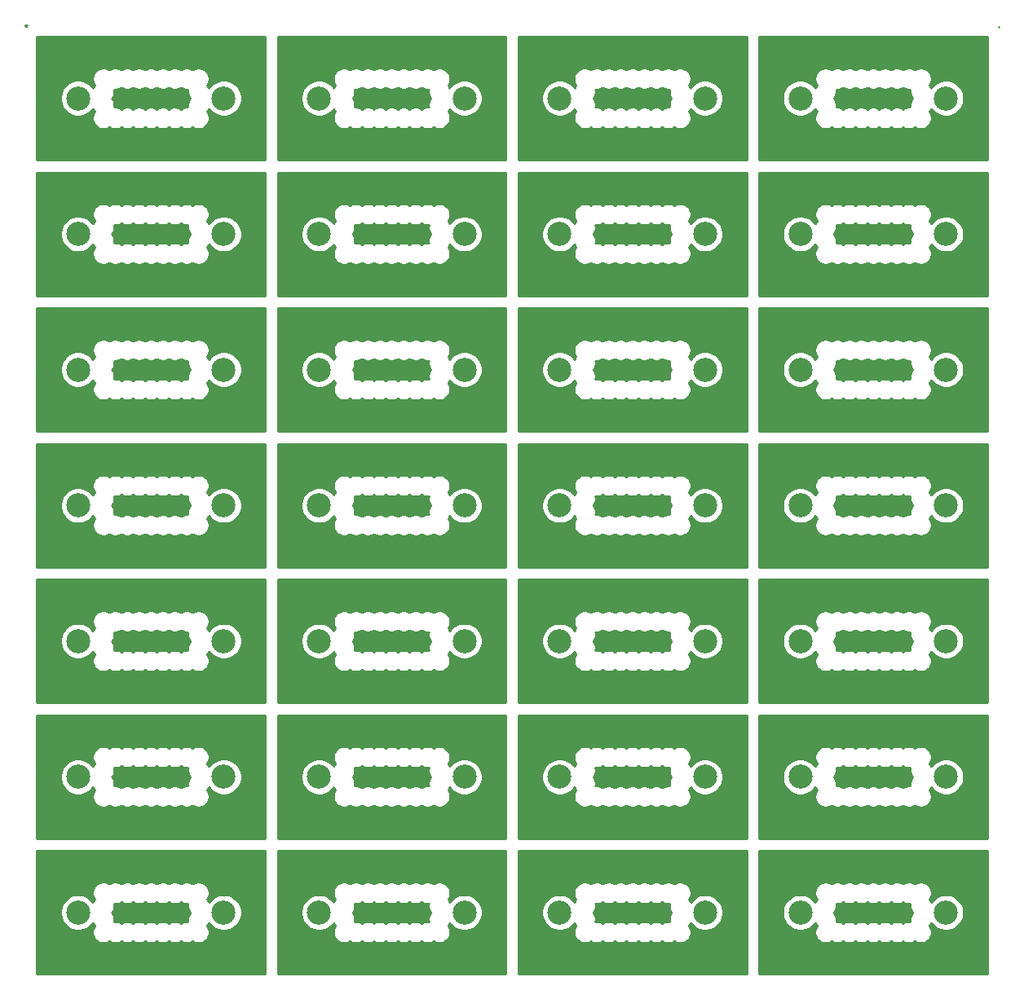
<source format=gbr>
G04 #@! TF.GenerationSoftware,KiCad,Pcbnew,5.1.5+dfsg1-2build2*
G04 #@! TF.CreationDate,2022-07-14T11:50:17-05:00*
G04 #@! TF.ProjectId,,58585858-5858-4585-9858-585858585858,rev?*
G04 #@! TF.SameCoordinates,Original*
G04 #@! TF.FileFunction,Copper,L1,Top*
G04 #@! TF.FilePolarity,Positive*
%FSLAX46Y46*%
G04 Gerber Fmt 4.6, Leading zero omitted, Abs format (unit mm)*
G04 Created by KiCad (PCBNEW 5.1.5+dfsg1-2build2) date 2022-07-14 11:50:17*
%MOMM*%
%LPD*%
G04 APERTURE LIST*
%ADD10C,2.499360*%
%ADD11C,0.254000*%
G04 APERTURE END LIST*
D10*
X184173720Y-144533000D03*
X159173720Y-144533000D03*
X134173720Y-144533000D03*
X109173720Y-144533000D03*
X184173720Y-130433000D03*
X159173720Y-130433000D03*
X134173720Y-130433000D03*
X109173720Y-130433000D03*
X184173720Y-116333000D03*
X159173720Y-116333000D03*
X134173720Y-116333000D03*
X109173720Y-116333000D03*
X184173720Y-102233000D03*
X159173720Y-102233000D03*
X134173720Y-102233000D03*
X109173720Y-102233000D03*
X184173720Y-88133000D03*
X159173720Y-88133000D03*
X134173720Y-88133000D03*
X109173720Y-88133000D03*
X184173720Y-74033000D03*
X159173720Y-74033000D03*
X134173720Y-74033000D03*
X109173720Y-74033000D03*
X184173720Y-59933000D03*
X159173720Y-59933000D03*
X134173720Y-59933000D03*
X169073720Y-144533000D03*
X144073720Y-144533000D03*
X119073720Y-144533000D03*
X94073720Y-144533000D03*
X169073720Y-130433000D03*
X144073720Y-130433000D03*
X119073720Y-130433000D03*
X94073720Y-130433000D03*
X169073720Y-116333000D03*
X144073720Y-116333000D03*
X119073720Y-116333000D03*
X94073720Y-116333000D03*
X169073720Y-102233000D03*
X144073720Y-102233000D03*
X119073720Y-102233000D03*
X94073720Y-102233000D03*
X169073720Y-88133000D03*
X144073720Y-88133000D03*
X119073720Y-88133000D03*
X94073720Y-88133000D03*
X169073720Y-74033000D03*
X144073720Y-74033000D03*
X119073720Y-74033000D03*
X94073720Y-74033000D03*
X169073720Y-59933000D03*
X144073720Y-59933000D03*
X119073720Y-59933000D03*
X109173720Y-59933000D03*
X94073720Y-59933000D03*
D11*
G36*
X113463721Y-66323000D02*
G01*
X89783720Y-66323000D01*
X89783720Y-59747375D01*
X92189040Y-59747375D01*
X92189040Y-60118625D01*
X92261467Y-60482741D01*
X92403538Y-60825731D01*
X92609794Y-61134413D01*
X92872307Y-61396926D01*
X93180989Y-61603182D01*
X93523979Y-61745253D01*
X93888095Y-61817680D01*
X94259345Y-61817680D01*
X94623461Y-61745253D01*
X94966451Y-61603182D01*
X95275133Y-61396926D01*
X95537646Y-61134413D01*
X95611349Y-61024109D01*
X95667896Y-61160624D01*
X95763029Y-61303000D01*
X95667896Y-61445376D01*
X95582337Y-61651933D01*
X95538720Y-61871212D01*
X95538720Y-62094788D01*
X95582337Y-62314067D01*
X95667896Y-62520624D01*
X95792108Y-62706520D01*
X95950200Y-62864612D01*
X96136096Y-62988824D01*
X96342653Y-63074383D01*
X96561932Y-63118000D01*
X96785508Y-63118000D01*
X97004787Y-63074383D01*
X97211344Y-62988824D01*
X97292470Y-62934617D01*
X97373596Y-62988824D01*
X97580153Y-63074383D01*
X97799432Y-63118000D01*
X98023008Y-63118000D01*
X98242287Y-63074383D01*
X98448844Y-62988824D01*
X98529970Y-62934617D01*
X98611096Y-62988824D01*
X98817653Y-63074383D01*
X99036932Y-63118000D01*
X99260508Y-63118000D01*
X99479787Y-63074383D01*
X99686344Y-62988824D01*
X99767470Y-62934617D01*
X99848596Y-62988824D01*
X100055153Y-63074383D01*
X100274432Y-63118000D01*
X100498008Y-63118000D01*
X100717287Y-63074383D01*
X100923844Y-62988824D01*
X101004970Y-62934617D01*
X101086096Y-62988824D01*
X101292653Y-63074383D01*
X101511932Y-63118000D01*
X101735508Y-63118000D01*
X101954787Y-63074383D01*
X102161344Y-62988824D01*
X102242470Y-62934617D01*
X102323596Y-62988824D01*
X102530153Y-63074383D01*
X102749432Y-63118000D01*
X102973008Y-63118000D01*
X103192287Y-63074383D01*
X103398844Y-62988824D01*
X103479970Y-62934617D01*
X103561096Y-62988824D01*
X103767653Y-63074383D01*
X103986932Y-63118000D01*
X104210508Y-63118000D01*
X104429787Y-63074383D01*
X104636344Y-62988824D01*
X104717470Y-62934617D01*
X104798596Y-62988824D01*
X105005153Y-63074383D01*
X105224432Y-63118000D01*
X105448008Y-63118000D01*
X105667287Y-63074383D01*
X105873844Y-62988824D01*
X105954970Y-62934617D01*
X106036096Y-62988824D01*
X106242653Y-63074383D01*
X106461932Y-63118000D01*
X106685508Y-63118000D01*
X106904787Y-63074383D01*
X107111344Y-62988824D01*
X107297240Y-62864612D01*
X107455332Y-62706520D01*
X107579544Y-62520624D01*
X107665103Y-62314067D01*
X107708720Y-62094788D01*
X107708720Y-61871212D01*
X107665103Y-61651933D01*
X107579544Y-61445376D01*
X107484411Y-61303000D01*
X107579544Y-61160624D01*
X107636091Y-61024109D01*
X107709794Y-61134413D01*
X107972307Y-61396926D01*
X108280989Y-61603182D01*
X108623979Y-61745253D01*
X108988095Y-61817680D01*
X109359345Y-61817680D01*
X109723461Y-61745253D01*
X110066451Y-61603182D01*
X110375133Y-61396926D01*
X110637646Y-61134413D01*
X110843902Y-60825731D01*
X110985973Y-60482741D01*
X111058400Y-60118625D01*
X111058400Y-59747375D01*
X110985973Y-59383259D01*
X110843902Y-59040269D01*
X110637646Y-58731587D01*
X110375133Y-58469074D01*
X110066451Y-58262818D01*
X109723461Y-58120747D01*
X109359345Y-58048320D01*
X108988095Y-58048320D01*
X108623979Y-58120747D01*
X108280989Y-58262818D01*
X107972307Y-58469074D01*
X107709794Y-58731587D01*
X107636091Y-58841891D01*
X107579544Y-58705376D01*
X107484411Y-58563000D01*
X107579544Y-58420624D01*
X107665103Y-58214067D01*
X107708720Y-57994788D01*
X107708720Y-57771212D01*
X107665103Y-57551933D01*
X107579544Y-57345376D01*
X107455332Y-57159480D01*
X107297240Y-57001388D01*
X107111344Y-56877176D01*
X106904787Y-56791617D01*
X106685508Y-56748000D01*
X106461932Y-56748000D01*
X106242653Y-56791617D01*
X106036096Y-56877176D01*
X105954970Y-56931383D01*
X105873844Y-56877176D01*
X105667287Y-56791617D01*
X105448008Y-56748000D01*
X105224432Y-56748000D01*
X105005153Y-56791617D01*
X104798596Y-56877176D01*
X104717470Y-56931383D01*
X104636344Y-56877176D01*
X104429787Y-56791617D01*
X104210508Y-56748000D01*
X103986932Y-56748000D01*
X103767653Y-56791617D01*
X103561096Y-56877176D01*
X103479970Y-56931383D01*
X103398844Y-56877176D01*
X103192287Y-56791617D01*
X102973008Y-56748000D01*
X102749432Y-56748000D01*
X102530153Y-56791617D01*
X102323596Y-56877176D01*
X102242470Y-56931383D01*
X102161344Y-56877176D01*
X101954787Y-56791617D01*
X101735508Y-56748000D01*
X101511932Y-56748000D01*
X101292653Y-56791617D01*
X101086096Y-56877176D01*
X101004970Y-56931383D01*
X100923844Y-56877176D01*
X100717287Y-56791617D01*
X100498008Y-56748000D01*
X100274432Y-56748000D01*
X100055153Y-56791617D01*
X99848596Y-56877176D01*
X99767470Y-56931383D01*
X99686344Y-56877176D01*
X99479787Y-56791617D01*
X99260508Y-56748000D01*
X99036932Y-56748000D01*
X98817653Y-56791617D01*
X98611096Y-56877176D01*
X98529970Y-56931383D01*
X98448844Y-56877176D01*
X98242287Y-56791617D01*
X98023008Y-56748000D01*
X97799432Y-56748000D01*
X97580153Y-56791617D01*
X97373596Y-56877176D01*
X97292470Y-56931383D01*
X97211344Y-56877176D01*
X97004787Y-56791617D01*
X96785508Y-56748000D01*
X96561932Y-56748000D01*
X96342653Y-56791617D01*
X96136096Y-56877176D01*
X95950200Y-57001388D01*
X95792108Y-57159480D01*
X95667896Y-57345376D01*
X95582337Y-57551933D01*
X95538720Y-57771212D01*
X95538720Y-57994788D01*
X95582337Y-58214067D01*
X95667896Y-58420624D01*
X95763029Y-58563000D01*
X95667896Y-58705376D01*
X95611349Y-58841891D01*
X95537646Y-58731587D01*
X95275133Y-58469074D01*
X94966451Y-58262818D01*
X94623461Y-58120747D01*
X94259345Y-58048320D01*
X93888095Y-58048320D01*
X93523979Y-58120747D01*
X93180989Y-58262818D01*
X92872307Y-58469074D01*
X92609794Y-58731587D01*
X92403538Y-59040269D01*
X92261467Y-59383259D01*
X92189040Y-59747375D01*
X89783720Y-59747375D01*
X89783720Y-53543000D01*
X113463720Y-53543000D01*
X113463721Y-66323000D01*
G37*
X113463721Y-66323000D02*
X89783720Y-66323000D01*
X89783720Y-59747375D01*
X92189040Y-59747375D01*
X92189040Y-60118625D01*
X92261467Y-60482741D01*
X92403538Y-60825731D01*
X92609794Y-61134413D01*
X92872307Y-61396926D01*
X93180989Y-61603182D01*
X93523979Y-61745253D01*
X93888095Y-61817680D01*
X94259345Y-61817680D01*
X94623461Y-61745253D01*
X94966451Y-61603182D01*
X95275133Y-61396926D01*
X95537646Y-61134413D01*
X95611349Y-61024109D01*
X95667896Y-61160624D01*
X95763029Y-61303000D01*
X95667896Y-61445376D01*
X95582337Y-61651933D01*
X95538720Y-61871212D01*
X95538720Y-62094788D01*
X95582337Y-62314067D01*
X95667896Y-62520624D01*
X95792108Y-62706520D01*
X95950200Y-62864612D01*
X96136096Y-62988824D01*
X96342653Y-63074383D01*
X96561932Y-63118000D01*
X96785508Y-63118000D01*
X97004787Y-63074383D01*
X97211344Y-62988824D01*
X97292470Y-62934617D01*
X97373596Y-62988824D01*
X97580153Y-63074383D01*
X97799432Y-63118000D01*
X98023008Y-63118000D01*
X98242287Y-63074383D01*
X98448844Y-62988824D01*
X98529970Y-62934617D01*
X98611096Y-62988824D01*
X98817653Y-63074383D01*
X99036932Y-63118000D01*
X99260508Y-63118000D01*
X99479787Y-63074383D01*
X99686344Y-62988824D01*
X99767470Y-62934617D01*
X99848596Y-62988824D01*
X100055153Y-63074383D01*
X100274432Y-63118000D01*
X100498008Y-63118000D01*
X100717287Y-63074383D01*
X100923844Y-62988824D01*
X101004970Y-62934617D01*
X101086096Y-62988824D01*
X101292653Y-63074383D01*
X101511932Y-63118000D01*
X101735508Y-63118000D01*
X101954787Y-63074383D01*
X102161344Y-62988824D01*
X102242470Y-62934617D01*
X102323596Y-62988824D01*
X102530153Y-63074383D01*
X102749432Y-63118000D01*
X102973008Y-63118000D01*
X103192287Y-63074383D01*
X103398844Y-62988824D01*
X103479970Y-62934617D01*
X103561096Y-62988824D01*
X103767653Y-63074383D01*
X103986932Y-63118000D01*
X104210508Y-63118000D01*
X104429787Y-63074383D01*
X104636344Y-62988824D01*
X104717470Y-62934617D01*
X104798596Y-62988824D01*
X105005153Y-63074383D01*
X105224432Y-63118000D01*
X105448008Y-63118000D01*
X105667287Y-63074383D01*
X105873844Y-62988824D01*
X105954970Y-62934617D01*
X106036096Y-62988824D01*
X106242653Y-63074383D01*
X106461932Y-63118000D01*
X106685508Y-63118000D01*
X106904787Y-63074383D01*
X107111344Y-62988824D01*
X107297240Y-62864612D01*
X107455332Y-62706520D01*
X107579544Y-62520624D01*
X107665103Y-62314067D01*
X107708720Y-62094788D01*
X107708720Y-61871212D01*
X107665103Y-61651933D01*
X107579544Y-61445376D01*
X107484411Y-61303000D01*
X107579544Y-61160624D01*
X107636091Y-61024109D01*
X107709794Y-61134413D01*
X107972307Y-61396926D01*
X108280989Y-61603182D01*
X108623979Y-61745253D01*
X108988095Y-61817680D01*
X109359345Y-61817680D01*
X109723461Y-61745253D01*
X110066451Y-61603182D01*
X110375133Y-61396926D01*
X110637646Y-61134413D01*
X110843902Y-60825731D01*
X110985973Y-60482741D01*
X111058400Y-60118625D01*
X111058400Y-59747375D01*
X110985973Y-59383259D01*
X110843902Y-59040269D01*
X110637646Y-58731587D01*
X110375133Y-58469074D01*
X110066451Y-58262818D01*
X109723461Y-58120747D01*
X109359345Y-58048320D01*
X108988095Y-58048320D01*
X108623979Y-58120747D01*
X108280989Y-58262818D01*
X107972307Y-58469074D01*
X107709794Y-58731587D01*
X107636091Y-58841891D01*
X107579544Y-58705376D01*
X107484411Y-58563000D01*
X107579544Y-58420624D01*
X107665103Y-58214067D01*
X107708720Y-57994788D01*
X107708720Y-57771212D01*
X107665103Y-57551933D01*
X107579544Y-57345376D01*
X107455332Y-57159480D01*
X107297240Y-57001388D01*
X107111344Y-56877176D01*
X106904787Y-56791617D01*
X106685508Y-56748000D01*
X106461932Y-56748000D01*
X106242653Y-56791617D01*
X106036096Y-56877176D01*
X105954970Y-56931383D01*
X105873844Y-56877176D01*
X105667287Y-56791617D01*
X105448008Y-56748000D01*
X105224432Y-56748000D01*
X105005153Y-56791617D01*
X104798596Y-56877176D01*
X104717470Y-56931383D01*
X104636344Y-56877176D01*
X104429787Y-56791617D01*
X104210508Y-56748000D01*
X103986932Y-56748000D01*
X103767653Y-56791617D01*
X103561096Y-56877176D01*
X103479970Y-56931383D01*
X103398844Y-56877176D01*
X103192287Y-56791617D01*
X102973008Y-56748000D01*
X102749432Y-56748000D01*
X102530153Y-56791617D01*
X102323596Y-56877176D01*
X102242470Y-56931383D01*
X102161344Y-56877176D01*
X101954787Y-56791617D01*
X101735508Y-56748000D01*
X101511932Y-56748000D01*
X101292653Y-56791617D01*
X101086096Y-56877176D01*
X101004970Y-56931383D01*
X100923844Y-56877176D01*
X100717287Y-56791617D01*
X100498008Y-56748000D01*
X100274432Y-56748000D01*
X100055153Y-56791617D01*
X99848596Y-56877176D01*
X99767470Y-56931383D01*
X99686344Y-56877176D01*
X99479787Y-56791617D01*
X99260508Y-56748000D01*
X99036932Y-56748000D01*
X98817653Y-56791617D01*
X98611096Y-56877176D01*
X98529970Y-56931383D01*
X98448844Y-56877176D01*
X98242287Y-56791617D01*
X98023008Y-56748000D01*
X97799432Y-56748000D01*
X97580153Y-56791617D01*
X97373596Y-56877176D01*
X97292470Y-56931383D01*
X97211344Y-56877176D01*
X97004787Y-56791617D01*
X96785508Y-56748000D01*
X96561932Y-56748000D01*
X96342653Y-56791617D01*
X96136096Y-56877176D01*
X95950200Y-57001388D01*
X95792108Y-57159480D01*
X95667896Y-57345376D01*
X95582337Y-57551933D01*
X95538720Y-57771212D01*
X95538720Y-57994788D01*
X95582337Y-58214067D01*
X95667896Y-58420624D01*
X95763029Y-58563000D01*
X95667896Y-58705376D01*
X95611349Y-58841891D01*
X95537646Y-58731587D01*
X95275133Y-58469074D01*
X94966451Y-58262818D01*
X94623461Y-58120747D01*
X94259345Y-58048320D01*
X93888095Y-58048320D01*
X93523979Y-58120747D01*
X93180989Y-58262818D01*
X92872307Y-58469074D01*
X92609794Y-58731587D01*
X92403538Y-59040269D01*
X92261467Y-59383259D01*
X92189040Y-59747375D01*
X89783720Y-59747375D01*
X89783720Y-53543000D01*
X113463720Y-53543000D01*
X113463721Y-66323000D01*
G36*
X104798596Y-58888824D02*
G01*
X105005153Y-58974383D01*
X105224432Y-59018000D01*
X105448008Y-59018000D01*
X105461784Y-59015260D01*
X105438720Y-59131212D01*
X105438720Y-59354788D01*
X105482337Y-59574067D01*
X105567896Y-59780624D01*
X105669711Y-59933000D01*
X105567896Y-60085376D01*
X105482337Y-60291933D01*
X105438720Y-60511212D01*
X105438720Y-60734788D01*
X105461784Y-60850740D01*
X105448008Y-60848000D01*
X105224432Y-60848000D01*
X105005153Y-60891617D01*
X104798596Y-60977176D01*
X104717470Y-61031383D01*
X104636344Y-60977176D01*
X104429787Y-60891617D01*
X104210508Y-60848000D01*
X103986932Y-60848000D01*
X103767653Y-60891617D01*
X103561096Y-60977176D01*
X103479970Y-61031383D01*
X103398844Y-60977176D01*
X103192287Y-60891617D01*
X102973008Y-60848000D01*
X102749432Y-60848000D01*
X102530153Y-60891617D01*
X102323596Y-60977176D01*
X102242470Y-61031383D01*
X102161344Y-60977176D01*
X101954787Y-60891617D01*
X101735508Y-60848000D01*
X101511932Y-60848000D01*
X101292653Y-60891617D01*
X101086096Y-60977176D01*
X101004970Y-61031383D01*
X100923844Y-60977176D01*
X100717287Y-60891617D01*
X100498008Y-60848000D01*
X100274432Y-60848000D01*
X100055153Y-60891617D01*
X99848596Y-60977176D01*
X99767470Y-61031383D01*
X99686344Y-60977176D01*
X99479787Y-60891617D01*
X99260508Y-60848000D01*
X99036932Y-60848000D01*
X98817653Y-60891617D01*
X98611096Y-60977176D01*
X98529970Y-61031383D01*
X98448844Y-60977176D01*
X98242287Y-60891617D01*
X98023008Y-60848000D01*
X97799432Y-60848000D01*
X97785656Y-60850740D01*
X97808720Y-60734788D01*
X97808720Y-60511212D01*
X97765103Y-60291933D01*
X97679544Y-60085376D01*
X97577729Y-59933000D01*
X97679544Y-59780624D01*
X97765103Y-59574067D01*
X97808720Y-59354788D01*
X97808720Y-59131212D01*
X97785656Y-59015260D01*
X97799432Y-59018000D01*
X98023008Y-59018000D01*
X98242287Y-58974383D01*
X98448844Y-58888824D01*
X98529970Y-58834617D01*
X98611096Y-58888824D01*
X98817653Y-58974383D01*
X99036932Y-59018000D01*
X99260508Y-59018000D01*
X99479787Y-58974383D01*
X99686344Y-58888824D01*
X99767470Y-58834617D01*
X99848596Y-58888824D01*
X100055153Y-58974383D01*
X100274432Y-59018000D01*
X100498008Y-59018000D01*
X100717287Y-58974383D01*
X100923844Y-58888824D01*
X101004970Y-58834617D01*
X101086096Y-58888824D01*
X101292653Y-58974383D01*
X101511932Y-59018000D01*
X101735508Y-59018000D01*
X101954787Y-58974383D01*
X102161344Y-58888824D01*
X102242470Y-58834617D01*
X102323596Y-58888824D01*
X102530153Y-58974383D01*
X102749432Y-59018000D01*
X102973008Y-59018000D01*
X103192287Y-58974383D01*
X103398844Y-58888824D01*
X103479970Y-58834617D01*
X103561096Y-58888824D01*
X103767653Y-58974383D01*
X103986932Y-59018000D01*
X104210508Y-59018000D01*
X104429787Y-58974383D01*
X104636344Y-58888824D01*
X104717470Y-58834617D01*
X104798596Y-58888824D01*
G37*
X104798596Y-58888824D02*
X105005153Y-58974383D01*
X105224432Y-59018000D01*
X105448008Y-59018000D01*
X105461784Y-59015260D01*
X105438720Y-59131212D01*
X105438720Y-59354788D01*
X105482337Y-59574067D01*
X105567896Y-59780624D01*
X105669711Y-59933000D01*
X105567896Y-60085376D01*
X105482337Y-60291933D01*
X105438720Y-60511212D01*
X105438720Y-60734788D01*
X105461784Y-60850740D01*
X105448008Y-60848000D01*
X105224432Y-60848000D01*
X105005153Y-60891617D01*
X104798596Y-60977176D01*
X104717470Y-61031383D01*
X104636344Y-60977176D01*
X104429787Y-60891617D01*
X104210508Y-60848000D01*
X103986932Y-60848000D01*
X103767653Y-60891617D01*
X103561096Y-60977176D01*
X103479970Y-61031383D01*
X103398844Y-60977176D01*
X103192287Y-60891617D01*
X102973008Y-60848000D01*
X102749432Y-60848000D01*
X102530153Y-60891617D01*
X102323596Y-60977176D01*
X102242470Y-61031383D01*
X102161344Y-60977176D01*
X101954787Y-60891617D01*
X101735508Y-60848000D01*
X101511932Y-60848000D01*
X101292653Y-60891617D01*
X101086096Y-60977176D01*
X101004970Y-61031383D01*
X100923844Y-60977176D01*
X100717287Y-60891617D01*
X100498008Y-60848000D01*
X100274432Y-60848000D01*
X100055153Y-60891617D01*
X99848596Y-60977176D01*
X99767470Y-61031383D01*
X99686344Y-60977176D01*
X99479787Y-60891617D01*
X99260508Y-60848000D01*
X99036932Y-60848000D01*
X98817653Y-60891617D01*
X98611096Y-60977176D01*
X98529970Y-61031383D01*
X98448844Y-60977176D01*
X98242287Y-60891617D01*
X98023008Y-60848000D01*
X97799432Y-60848000D01*
X97785656Y-60850740D01*
X97808720Y-60734788D01*
X97808720Y-60511212D01*
X97765103Y-60291933D01*
X97679544Y-60085376D01*
X97577729Y-59933000D01*
X97679544Y-59780624D01*
X97765103Y-59574067D01*
X97808720Y-59354788D01*
X97808720Y-59131212D01*
X97785656Y-59015260D01*
X97799432Y-59018000D01*
X98023008Y-59018000D01*
X98242287Y-58974383D01*
X98448844Y-58888824D01*
X98529970Y-58834617D01*
X98611096Y-58888824D01*
X98817653Y-58974383D01*
X99036932Y-59018000D01*
X99260508Y-59018000D01*
X99479787Y-58974383D01*
X99686344Y-58888824D01*
X99767470Y-58834617D01*
X99848596Y-58888824D01*
X100055153Y-58974383D01*
X100274432Y-59018000D01*
X100498008Y-59018000D01*
X100717287Y-58974383D01*
X100923844Y-58888824D01*
X101004970Y-58834617D01*
X101086096Y-58888824D01*
X101292653Y-58974383D01*
X101511932Y-59018000D01*
X101735508Y-59018000D01*
X101954787Y-58974383D01*
X102161344Y-58888824D01*
X102242470Y-58834617D01*
X102323596Y-58888824D01*
X102530153Y-58974383D01*
X102749432Y-59018000D01*
X102973008Y-59018000D01*
X103192287Y-58974383D01*
X103398844Y-58888824D01*
X103479970Y-58834617D01*
X103561096Y-58888824D01*
X103767653Y-58974383D01*
X103986932Y-59018000D01*
X104210508Y-59018000D01*
X104429787Y-58974383D01*
X104636344Y-58888824D01*
X104717470Y-58834617D01*
X104798596Y-58888824D01*
G36*
X88744273Y-52340600D02*
G01*
X88654772Y-52414052D01*
X88611557Y-52466709D01*
X88611001Y-52339906D01*
X88744273Y-52340600D01*
G37*
X88744273Y-52340600D02*
X88654772Y-52414052D01*
X88611557Y-52466709D01*
X88611001Y-52339906D01*
X88744273Y-52340600D01*
G36*
X138463721Y-66323000D02*
G01*
X114783720Y-66323000D01*
X114783720Y-59747375D01*
X117189040Y-59747375D01*
X117189040Y-60118625D01*
X117261467Y-60482741D01*
X117403538Y-60825731D01*
X117609794Y-61134413D01*
X117872307Y-61396926D01*
X118180989Y-61603182D01*
X118523979Y-61745253D01*
X118888095Y-61817680D01*
X119259345Y-61817680D01*
X119623461Y-61745253D01*
X119966451Y-61603182D01*
X120275133Y-61396926D01*
X120537646Y-61134413D01*
X120611349Y-61024109D01*
X120667896Y-61160624D01*
X120763029Y-61303000D01*
X120667896Y-61445376D01*
X120582337Y-61651933D01*
X120538720Y-61871212D01*
X120538720Y-62094788D01*
X120582337Y-62314067D01*
X120667896Y-62520624D01*
X120792108Y-62706520D01*
X120950200Y-62864612D01*
X121136096Y-62988824D01*
X121342653Y-63074383D01*
X121561932Y-63118000D01*
X121785508Y-63118000D01*
X122004787Y-63074383D01*
X122211344Y-62988824D01*
X122292470Y-62934617D01*
X122373596Y-62988824D01*
X122580153Y-63074383D01*
X122799432Y-63118000D01*
X123023008Y-63118000D01*
X123242287Y-63074383D01*
X123448844Y-62988824D01*
X123529970Y-62934617D01*
X123611096Y-62988824D01*
X123817653Y-63074383D01*
X124036932Y-63118000D01*
X124260508Y-63118000D01*
X124479787Y-63074383D01*
X124686344Y-62988824D01*
X124767470Y-62934617D01*
X124848596Y-62988824D01*
X125055153Y-63074383D01*
X125274432Y-63118000D01*
X125498008Y-63118000D01*
X125717287Y-63074383D01*
X125923844Y-62988824D01*
X126004970Y-62934617D01*
X126086096Y-62988824D01*
X126292653Y-63074383D01*
X126511932Y-63118000D01*
X126735508Y-63118000D01*
X126954787Y-63074383D01*
X127161344Y-62988824D01*
X127242470Y-62934617D01*
X127323596Y-62988824D01*
X127530153Y-63074383D01*
X127749432Y-63118000D01*
X127973008Y-63118000D01*
X128192287Y-63074383D01*
X128398844Y-62988824D01*
X128479970Y-62934617D01*
X128561096Y-62988824D01*
X128767653Y-63074383D01*
X128986932Y-63118000D01*
X129210508Y-63118000D01*
X129429787Y-63074383D01*
X129636344Y-62988824D01*
X129717470Y-62934617D01*
X129798596Y-62988824D01*
X130005153Y-63074383D01*
X130224432Y-63118000D01*
X130448008Y-63118000D01*
X130667287Y-63074383D01*
X130873844Y-62988824D01*
X130954970Y-62934617D01*
X131036096Y-62988824D01*
X131242653Y-63074383D01*
X131461932Y-63118000D01*
X131685508Y-63118000D01*
X131904787Y-63074383D01*
X132111344Y-62988824D01*
X132297240Y-62864612D01*
X132455332Y-62706520D01*
X132579544Y-62520624D01*
X132665103Y-62314067D01*
X132708720Y-62094788D01*
X132708720Y-61871212D01*
X132665103Y-61651933D01*
X132579544Y-61445376D01*
X132484411Y-61303000D01*
X132579544Y-61160624D01*
X132636091Y-61024109D01*
X132709794Y-61134413D01*
X132972307Y-61396926D01*
X133280989Y-61603182D01*
X133623979Y-61745253D01*
X133988095Y-61817680D01*
X134359345Y-61817680D01*
X134723461Y-61745253D01*
X135066451Y-61603182D01*
X135375133Y-61396926D01*
X135637646Y-61134413D01*
X135843902Y-60825731D01*
X135985973Y-60482741D01*
X136058400Y-60118625D01*
X136058400Y-59747375D01*
X135985973Y-59383259D01*
X135843902Y-59040269D01*
X135637646Y-58731587D01*
X135375133Y-58469074D01*
X135066451Y-58262818D01*
X134723461Y-58120747D01*
X134359345Y-58048320D01*
X133988095Y-58048320D01*
X133623979Y-58120747D01*
X133280989Y-58262818D01*
X132972307Y-58469074D01*
X132709794Y-58731587D01*
X132636091Y-58841891D01*
X132579544Y-58705376D01*
X132484411Y-58563000D01*
X132579544Y-58420624D01*
X132665103Y-58214067D01*
X132708720Y-57994788D01*
X132708720Y-57771212D01*
X132665103Y-57551933D01*
X132579544Y-57345376D01*
X132455332Y-57159480D01*
X132297240Y-57001388D01*
X132111344Y-56877176D01*
X131904787Y-56791617D01*
X131685508Y-56748000D01*
X131461932Y-56748000D01*
X131242653Y-56791617D01*
X131036096Y-56877176D01*
X130954970Y-56931383D01*
X130873844Y-56877176D01*
X130667287Y-56791617D01*
X130448008Y-56748000D01*
X130224432Y-56748000D01*
X130005153Y-56791617D01*
X129798596Y-56877176D01*
X129717470Y-56931383D01*
X129636344Y-56877176D01*
X129429787Y-56791617D01*
X129210508Y-56748000D01*
X128986932Y-56748000D01*
X128767653Y-56791617D01*
X128561096Y-56877176D01*
X128479970Y-56931383D01*
X128398844Y-56877176D01*
X128192287Y-56791617D01*
X127973008Y-56748000D01*
X127749432Y-56748000D01*
X127530153Y-56791617D01*
X127323596Y-56877176D01*
X127242470Y-56931383D01*
X127161344Y-56877176D01*
X126954787Y-56791617D01*
X126735508Y-56748000D01*
X126511932Y-56748000D01*
X126292653Y-56791617D01*
X126086096Y-56877176D01*
X126004970Y-56931383D01*
X125923844Y-56877176D01*
X125717287Y-56791617D01*
X125498008Y-56748000D01*
X125274432Y-56748000D01*
X125055153Y-56791617D01*
X124848596Y-56877176D01*
X124767470Y-56931383D01*
X124686344Y-56877176D01*
X124479787Y-56791617D01*
X124260508Y-56748000D01*
X124036932Y-56748000D01*
X123817653Y-56791617D01*
X123611096Y-56877176D01*
X123529970Y-56931383D01*
X123448844Y-56877176D01*
X123242287Y-56791617D01*
X123023008Y-56748000D01*
X122799432Y-56748000D01*
X122580153Y-56791617D01*
X122373596Y-56877176D01*
X122292470Y-56931383D01*
X122211344Y-56877176D01*
X122004787Y-56791617D01*
X121785508Y-56748000D01*
X121561932Y-56748000D01*
X121342653Y-56791617D01*
X121136096Y-56877176D01*
X120950200Y-57001388D01*
X120792108Y-57159480D01*
X120667896Y-57345376D01*
X120582337Y-57551933D01*
X120538720Y-57771212D01*
X120538720Y-57994788D01*
X120582337Y-58214067D01*
X120667896Y-58420624D01*
X120763029Y-58563000D01*
X120667896Y-58705376D01*
X120611349Y-58841891D01*
X120537646Y-58731587D01*
X120275133Y-58469074D01*
X119966451Y-58262818D01*
X119623461Y-58120747D01*
X119259345Y-58048320D01*
X118888095Y-58048320D01*
X118523979Y-58120747D01*
X118180989Y-58262818D01*
X117872307Y-58469074D01*
X117609794Y-58731587D01*
X117403538Y-59040269D01*
X117261467Y-59383259D01*
X117189040Y-59747375D01*
X114783720Y-59747375D01*
X114783720Y-53543000D01*
X138463720Y-53543000D01*
X138463721Y-66323000D01*
G37*
X138463721Y-66323000D02*
X114783720Y-66323000D01*
X114783720Y-59747375D01*
X117189040Y-59747375D01*
X117189040Y-60118625D01*
X117261467Y-60482741D01*
X117403538Y-60825731D01*
X117609794Y-61134413D01*
X117872307Y-61396926D01*
X118180989Y-61603182D01*
X118523979Y-61745253D01*
X118888095Y-61817680D01*
X119259345Y-61817680D01*
X119623461Y-61745253D01*
X119966451Y-61603182D01*
X120275133Y-61396926D01*
X120537646Y-61134413D01*
X120611349Y-61024109D01*
X120667896Y-61160624D01*
X120763029Y-61303000D01*
X120667896Y-61445376D01*
X120582337Y-61651933D01*
X120538720Y-61871212D01*
X120538720Y-62094788D01*
X120582337Y-62314067D01*
X120667896Y-62520624D01*
X120792108Y-62706520D01*
X120950200Y-62864612D01*
X121136096Y-62988824D01*
X121342653Y-63074383D01*
X121561932Y-63118000D01*
X121785508Y-63118000D01*
X122004787Y-63074383D01*
X122211344Y-62988824D01*
X122292470Y-62934617D01*
X122373596Y-62988824D01*
X122580153Y-63074383D01*
X122799432Y-63118000D01*
X123023008Y-63118000D01*
X123242287Y-63074383D01*
X123448844Y-62988824D01*
X123529970Y-62934617D01*
X123611096Y-62988824D01*
X123817653Y-63074383D01*
X124036932Y-63118000D01*
X124260508Y-63118000D01*
X124479787Y-63074383D01*
X124686344Y-62988824D01*
X124767470Y-62934617D01*
X124848596Y-62988824D01*
X125055153Y-63074383D01*
X125274432Y-63118000D01*
X125498008Y-63118000D01*
X125717287Y-63074383D01*
X125923844Y-62988824D01*
X126004970Y-62934617D01*
X126086096Y-62988824D01*
X126292653Y-63074383D01*
X126511932Y-63118000D01*
X126735508Y-63118000D01*
X126954787Y-63074383D01*
X127161344Y-62988824D01*
X127242470Y-62934617D01*
X127323596Y-62988824D01*
X127530153Y-63074383D01*
X127749432Y-63118000D01*
X127973008Y-63118000D01*
X128192287Y-63074383D01*
X128398844Y-62988824D01*
X128479970Y-62934617D01*
X128561096Y-62988824D01*
X128767653Y-63074383D01*
X128986932Y-63118000D01*
X129210508Y-63118000D01*
X129429787Y-63074383D01*
X129636344Y-62988824D01*
X129717470Y-62934617D01*
X129798596Y-62988824D01*
X130005153Y-63074383D01*
X130224432Y-63118000D01*
X130448008Y-63118000D01*
X130667287Y-63074383D01*
X130873844Y-62988824D01*
X130954970Y-62934617D01*
X131036096Y-62988824D01*
X131242653Y-63074383D01*
X131461932Y-63118000D01*
X131685508Y-63118000D01*
X131904787Y-63074383D01*
X132111344Y-62988824D01*
X132297240Y-62864612D01*
X132455332Y-62706520D01*
X132579544Y-62520624D01*
X132665103Y-62314067D01*
X132708720Y-62094788D01*
X132708720Y-61871212D01*
X132665103Y-61651933D01*
X132579544Y-61445376D01*
X132484411Y-61303000D01*
X132579544Y-61160624D01*
X132636091Y-61024109D01*
X132709794Y-61134413D01*
X132972307Y-61396926D01*
X133280989Y-61603182D01*
X133623979Y-61745253D01*
X133988095Y-61817680D01*
X134359345Y-61817680D01*
X134723461Y-61745253D01*
X135066451Y-61603182D01*
X135375133Y-61396926D01*
X135637646Y-61134413D01*
X135843902Y-60825731D01*
X135985973Y-60482741D01*
X136058400Y-60118625D01*
X136058400Y-59747375D01*
X135985973Y-59383259D01*
X135843902Y-59040269D01*
X135637646Y-58731587D01*
X135375133Y-58469074D01*
X135066451Y-58262818D01*
X134723461Y-58120747D01*
X134359345Y-58048320D01*
X133988095Y-58048320D01*
X133623979Y-58120747D01*
X133280989Y-58262818D01*
X132972307Y-58469074D01*
X132709794Y-58731587D01*
X132636091Y-58841891D01*
X132579544Y-58705376D01*
X132484411Y-58563000D01*
X132579544Y-58420624D01*
X132665103Y-58214067D01*
X132708720Y-57994788D01*
X132708720Y-57771212D01*
X132665103Y-57551933D01*
X132579544Y-57345376D01*
X132455332Y-57159480D01*
X132297240Y-57001388D01*
X132111344Y-56877176D01*
X131904787Y-56791617D01*
X131685508Y-56748000D01*
X131461932Y-56748000D01*
X131242653Y-56791617D01*
X131036096Y-56877176D01*
X130954970Y-56931383D01*
X130873844Y-56877176D01*
X130667287Y-56791617D01*
X130448008Y-56748000D01*
X130224432Y-56748000D01*
X130005153Y-56791617D01*
X129798596Y-56877176D01*
X129717470Y-56931383D01*
X129636344Y-56877176D01*
X129429787Y-56791617D01*
X129210508Y-56748000D01*
X128986932Y-56748000D01*
X128767653Y-56791617D01*
X128561096Y-56877176D01*
X128479970Y-56931383D01*
X128398844Y-56877176D01*
X128192287Y-56791617D01*
X127973008Y-56748000D01*
X127749432Y-56748000D01*
X127530153Y-56791617D01*
X127323596Y-56877176D01*
X127242470Y-56931383D01*
X127161344Y-56877176D01*
X126954787Y-56791617D01*
X126735508Y-56748000D01*
X126511932Y-56748000D01*
X126292653Y-56791617D01*
X126086096Y-56877176D01*
X126004970Y-56931383D01*
X125923844Y-56877176D01*
X125717287Y-56791617D01*
X125498008Y-56748000D01*
X125274432Y-56748000D01*
X125055153Y-56791617D01*
X124848596Y-56877176D01*
X124767470Y-56931383D01*
X124686344Y-56877176D01*
X124479787Y-56791617D01*
X124260508Y-56748000D01*
X124036932Y-56748000D01*
X123817653Y-56791617D01*
X123611096Y-56877176D01*
X123529970Y-56931383D01*
X123448844Y-56877176D01*
X123242287Y-56791617D01*
X123023008Y-56748000D01*
X122799432Y-56748000D01*
X122580153Y-56791617D01*
X122373596Y-56877176D01*
X122292470Y-56931383D01*
X122211344Y-56877176D01*
X122004787Y-56791617D01*
X121785508Y-56748000D01*
X121561932Y-56748000D01*
X121342653Y-56791617D01*
X121136096Y-56877176D01*
X120950200Y-57001388D01*
X120792108Y-57159480D01*
X120667896Y-57345376D01*
X120582337Y-57551933D01*
X120538720Y-57771212D01*
X120538720Y-57994788D01*
X120582337Y-58214067D01*
X120667896Y-58420624D01*
X120763029Y-58563000D01*
X120667896Y-58705376D01*
X120611349Y-58841891D01*
X120537646Y-58731587D01*
X120275133Y-58469074D01*
X119966451Y-58262818D01*
X119623461Y-58120747D01*
X119259345Y-58048320D01*
X118888095Y-58048320D01*
X118523979Y-58120747D01*
X118180989Y-58262818D01*
X117872307Y-58469074D01*
X117609794Y-58731587D01*
X117403538Y-59040269D01*
X117261467Y-59383259D01*
X117189040Y-59747375D01*
X114783720Y-59747375D01*
X114783720Y-53543000D01*
X138463720Y-53543000D01*
X138463721Y-66323000D01*
G36*
X129798596Y-58888824D02*
G01*
X130005153Y-58974383D01*
X130224432Y-59018000D01*
X130448008Y-59018000D01*
X130461784Y-59015260D01*
X130438720Y-59131212D01*
X130438720Y-59354788D01*
X130482337Y-59574067D01*
X130567896Y-59780624D01*
X130669711Y-59933000D01*
X130567896Y-60085376D01*
X130482337Y-60291933D01*
X130438720Y-60511212D01*
X130438720Y-60734788D01*
X130461784Y-60850740D01*
X130448008Y-60848000D01*
X130224432Y-60848000D01*
X130005153Y-60891617D01*
X129798596Y-60977176D01*
X129717470Y-61031383D01*
X129636344Y-60977176D01*
X129429787Y-60891617D01*
X129210508Y-60848000D01*
X128986932Y-60848000D01*
X128767653Y-60891617D01*
X128561096Y-60977176D01*
X128479970Y-61031383D01*
X128398844Y-60977176D01*
X128192287Y-60891617D01*
X127973008Y-60848000D01*
X127749432Y-60848000D01*
X127530153Y-60891617D01*
X127323596Y-60977176D01*
X127242470Y-61031383D01*
X127161344Y-60977176D01*
X126954787Y-60891617D01*
X126735508Y-60848000D01*
X126511932Y-60848000D01*
X126292653Y-60891617D01*
X126086096Y-60977176D01*
X126004970Y-61031383D01*
X125923844Y-60977176D01*
X125717287Y-60891617D01*
X125498008Y-60848000D01*
X125274432Y-60848000D01*
X125055153Y-60891617D01*
X124848596Y-60977176D01*
X124767470Y-61031383D01*
X124686344Y-60977176D01*
X124479787Y-60891617D01*
X124260508Y-60848000D01*
X124036932Y-60848000D01*
X123817653Y-60891617D01*
X123611096Y-60977176D01*
X123529970Y-61031383D01*
X123448844Y-60977176D01*
X123242287Y-60891617D01*
X123023008Y-60848000D01*
X122799432Y-60848000D01*
X122785656Y-60850740D01*
X122808720Y-60734788D01*
X122808720Y-60511212D01*
X122765103Y-60291933D01*
X122679544Y-60085376D01*
X122577729Y-59933000D01*
X122679544Y-59780624D01*
X122765103Y-59574067D01*
X122808720Y-59354788D01*
X122808720Y-59131212D01*
X122785656Y-59015260D01*
X122799432Y-59018000D01*
X123023008Y-59018000D01*
X123242287Y-58974383D01*
X123448844Y-58888824D01*
X123529970Y-58834617D01*
X123611096Y-58888824D01*
X123817653Y-58974383D01*
X124036932Y-59018000D01*
X124260508Y-59018000D01*
X124479787Y-58974383D01*
X124686344Y-58888824D01*
X124767470Y-58834617D01*
X124848596Y-58888824D01*
X125055153Y-58974383D01*
X125274432Y-59018000D01*
X125498008Y-59018000D01*
X125717287Y-58974383D01*
X125923844Y-58888824D01*
X126004970Y-58834617D01*
X126086096Y-58888824D01*
X126292653Y-58974383D01*
X126511932Y-59018000D01*
X126735508Y-59018000D01*
X126954787Y-58974383D01*
X127161344Y-58888824D01*
X127242470Y-58834617D01*
X127323596Y-58888824D01*
X127530153Y-58974383D01*
X127749432Y-59018000D01*
X127973008Y-59018000D01*
X128192287Y-58974383D01*
X128398844Y-58888824D01*
X128479970Y-58834617D01*
X128561096Y-58888824D01*
X128767653Y-58974383D01*
X128986932Y-59018000D01*
X129210508Y-59018000D01*
X129429787Y-58974383D01*
X129636344Y-58888824D01*
X129717470Y-58834617D01*
X129798596Y-58888824D01*
G37*
X129798596Y-58888824D02*
X130005153Y-58974383D01*
X130224432Y-59018000D01*
X130448008Y-59018000D01*
X130461784Y-59015260D01*
X130438720Y-59131212D01*
X130438720Y-59354788D01*
X130482337Y-59574067D01*
X130567896Y-59780624D01*
X130669711Y-59933000D01*
X130567896Y-60085376D01*
X130482337Y-60291933D01*
X130438720Y-60511212D01*
X130438720Y-60734788D01*
X130461784Y-60850740D01*
X130448008Y-60848000D01*
X130224432Y-60848000D01*
X130005153Y-60891617D01*
X129798596Y-60977176D01*
X129717470Y-61031383D01*
X129636344Y-60977176D01*
X129429787Y-60891617D01*
X129210508Y-60848000D01*
X128986932Y-60848000D01*
X128767653Y-60891617D01*
X128561096Y-60977176D01*
X128479970Y-61031383D01*
X128398844Y-60977176D01*
X128192287Y-60891617D01*
X127973008Y-60848000D01*
X127749432Y-60848000D01*
X127530153Y-60891617D01*
X127323596Y-60977176D01*
X127242470Y-61031383D01*
X127161344Y-60977176D01*
X126954787Y-60891617D01*
X126735508Y-60848000D01*
X126511932Y-60848000D01*
X126292653Y-60891617D01*
X126086096Y-60977176D01*
X126004970Y-61031383D01*
X125923844Y-60977176D01*
X125717287Y-60891617D01*
X125498008Y-60848000D01*
X125274432Y-60848000D01*
X125055153Y-60891617D01*
X124848596Y-60977176D01*
X124767470Y-61031383D01*
X124686344Y-60977176D01*
X124479787Y-60891617D01*
X124260508Y-60848000D01*
X124036932Y-60848000D01*
X123817653Y-60891617D01*
X123611096Y-60977176D01*
X123529970Y-61031383D01*
X123448844Y-60977176D01*
X123242287Y-60891617D01*
X123023008Y-60848000D01*
X122799432Y-60848000D01*
X122785656Y-60850740D01*
X122808720Y-60734788D01*
X122808720Y-60511212D01*
X122765103Y-60291933D01*
X122679544Y-60085376D01*
X122577729Y-59933000D01*
X122679544Y-59780624D01*
X122765103Y-59574067D01*
X122808720Y-59354788D01*
X122808720Y-59131212D01*
X122785656Y-59015260D01*
X122799432Y-59018000D01*
X123023008Y-59018000D01*
X123242287Y-58974383D01*
X123448844Y-58888824D01*
X123529970Y-58834617D01*
X123611096Y-58888824D01*
X123817653Y-58974383D01*
X124036932Y-59018000D01*
X124260508Y-59018000D01*
X124479787Y-58974383D01*
X124686344Y-58888824D01*
X124767470Y-58834617D01*
X124848596Y-58888824D01*
X125055153Y-58974383D01*
X125274432Y-59018000D01*
X125498008Y-59018000D01*
X125717287Y-58974383D01*
X125923844Y-58888824D01*
X126004970Y-58834617D01*
X126086096Y-58888824D01*
X126292653Y-58974383D01*
X126511932Y-59018000D01*
X126735508Y-59018000D01*
X126954787Y-58974383D01*
X127161344Y-58888824D01*
X127242470Y-58834617D01*
X127323596Y-58888824D01*
X127530153Y-58974383D01*
X127749432Y-59018000D01*
X127973008Y-59018000D01*
X128192287Y-58974383D01*
X128398844Y-58888824D01*
X128479970Y-58834617D01*
X128561096Y-58888824D01*
X128767653Y-58974383D01*
X128986932Y-59018000D01*
X129210508Y-59018000D01*
X129429787Y-58974383D01*
X129636344Y-58888824D01*
X129717470Y-58834617D01*
X129798596Y-58888824D01*
G36*
X163463721Y-66323000D02*
G01*
X139783720Y-66323000D01*
X139783720Y-59747375D01*
X142189040Y-59747375D01*
X142189040Y-60118625D01*
X142261467Y-60482741D01*
X142403538Y-60825731D01*
X142609794Y-61134413D01*
X142872307Y-61396926D01*
X143180989Y-61603182D01*
X143523979Y-61745253D01*
X143888095Y-61817680D01*
X144259345Y-61817680D01*
X144623461Y-61745253D01*
X144966451Y-61603182D01*
X145275133Y-61396926D01*
X145537646Y-61134413D01*
X145611349Y-61024109D01*
X145667896Y-61160624D01*
X145763029Y-61303000D01*
X145667896Y-61445376D01*
X145582337Y-61651933D01*
X145538720Y-61871212D01*
X145538720Y-62094788D01*
X145582337Y-62314067D01*
X145667896Y-62520624D01*
X145792108Y-62706520D01*
X145950200Y-62864612D01*
X146136096Y-62988824D01*
X146342653Y-63074383D01*
X146561932Y-63118000D01*
X146785508Y-63118000D01*
X147004787Y-63074383D01*
X147211344Y-62988824D01*
X147292470Y-62934617D01*
X147373596Y-62988824D01*
X147580153Y-63074383D01*
X147799432Y-63118000D01*
X148023008Y-63118000D01*
X148242287Y-63074383D01*
X148448844Y-62988824D01*
X148529970Y-62934617D01*
X148611096Y-62988824D01*
X148817653Y-63074383D01*
X149036932Y-63118000D01*
X149260508Y-63118000D01*
X149479787Y-63074383D01*
X149686344Y-62988824D01*
X149767470Y-62934617D01*
X149848596Y-62988824D01*
X150055153Y-63074383D01*
X150274432Y-63118000D01*
X150498008Y-63118000D01*
X150717287Y-63074383D01*
X150923844Y-62988824D01*
X151004970Y-62934617D01*
X151086096Y-62988824D01*
X151292653Y-63074383D01*
X151511932Y-63118000D01*
X151735508Y-63118000D01*
X151954787Y-63074383D01*
X152161344Y-62988824D01*
X152242470Y-62934617D01*
X152323596Y-62988824D01*
X152530153Y-63074383D01*
X152749432Y-63118000D01*
X152973008Y-63118000D01*
X153192287Y-63074383D01*
X153398844Y-62988824D01*
X153479970Y-62934617D01*
X153561096Y-62988824D01*
X153767653Y-63074383D01*
X153986932Y-63118000D01*
X154210508Y-63118000D01*
X154429787Y-63074383D01*
X154636344Y-62988824D01*
X154717470Y-62934617D01*
X154798596Y-62988824D01*
X155005153Y-63074383D01*
X155224432Y-63118000D01*
X155448008Y-63118000D01*
X155667287Y-63074383D01*
X155873844Y-62988824D01*
X155954970Y-62934617D01*
X156036096Y-62988824D01*
X156242653Y-63074383D01*
X156461932Y-63118000D01*
X156685508Y-63118000D01*
X156904787Y-63074383D01*
X157111344Y-62988824D01*
X157297240Y-62864612D01*
X157455332Y-62706520D01*
X157579544Y-62520624D01*
X157665103Y-62314067D01*
X157708720Y-62094788D01*
X157708720Y-61871212D01*
X157665103Y-61651933D01*
X157579544Y-61445376D01*
X157484411Y-61303000D01*
X157579544Y-61160624D01*
X157636091Y-61024109D01*
X157709794Y-61134413D01*
X157972307Y-61396926D01*
X158280989Y-61603182D01*
X158623979Y-61745253D01*
X158988095Y-61817680D01*
X159359345Y-61817680D01*
X159723461Y-61745253D01*
X160066451Y-61603182D01*
X160375133Y-61396926D01*
X160637646Y-61134413D01*
X160843902Y-60825731D01*
X160985973Y-60482741D01*
X161058400Y-60118625D01*
X161058400Y-59747375D01*
X160985973Y-59383259D01*
X160843902Y-59040269D01*
X160637646Y-58731587D01*
X160375133Y-58469074D01*
X160066451Y-58262818D01*
X159723461Y-58120747D01*
X159359345Y-58048320D01*
X158988095Y-58048320D01*
X158623979Y-58120747D01*
X158280989Y-58262818D01*
X157972307Y-58469074D01*
X157709794Y-58731587D01*
X157636091Y-58841891D01*
X157579544Y-58705376D01*
X157484411Y-58563000D01*
X157579544Y-58420624D01*
X157665103Y-58214067D01*
X157708720Y-57994788D01*
X157708720Y-57771212D01*
X157665103Y-57551933D01*
X157579544Y-57345376D01*
X157455332Y-57159480D01*
X157297240Y-57001388D01*
X157111344Y-56877176D01*
X156904787Y-56791617D01*
X156685508Y-56748000D01*
X156461932Y-56748000D01*
X156242653Y-56791617D01*
X156036096Y-56877176D01*
X155954970Y-56931383D01*
X155873844Y-56877176D01*
X155667287Y-56791617D01*
X155448008Y-56748000D01*
X155224432Y-56748000D01*
X155005153Y-56791617D01*
X154798596Y-56877176D01*
X154717470Y-56931383D01*
X154636344Y-56877176D01*
X154429787Y-56791617D01*
X154210508Y-56748000D01*
X153986932Y-56748000D01*
X153767653Y-56791617D01*
X153561096Y-56877176D01*
X153479970Y-56931383D01*
X153398844Y-56877176D01*
X153192287Y-56791617D01*
X152973008Y-56748000D01*
X152749432Y-56748000D01*
X152530153Y-56791617D01*
X152323596Y-56877176D01*
X152242470Y-56931383D01*
X152161344Y-56877176D01*
X151954787Y-56791617D01*
X151735508Y-56748000D01*
X151511932Y-56748000D01*
X151292653Y-56791617D01*
X151086096Y-56877176D01*
X151004970Y-56931383D01*
X150923844Y-56877176D01*
X150717287Y-56791617D01*
X150498008Y-56748000D01*
X150274432Y-56748000D01*
X150055153Y-56791617D01*
X149848596Y-56877176D01*
X149767470Y-56931383D01*
X149686344Y-56877176D01*
X149479787Y-56791617D01*
X149260508Y-56748000D01*
X149036932Y-56748000D01*
X148817653Y-56791617D01*
X148611096Y-56877176D01*
X148529970Y-56931383D01*
X148448844Y-56877176D01*
X148242287Y-56791617D01*
X148023008Y-56748000D01*
X147799432Y-56748000D01*
X147580153Y-56791617D01*
X147373596Y-56877176D01*
X147292470Y-56931383D01*
X147211344Y-56877176D01*
X147004787Y-56791617D01*
X146785508Y-56748000D01*
X146561932Y-56748000D01*
X146342653Y-56791617D01*
X146136096Y-56877176D01*
X145950200Y-57001388D01*
X145792108Y-57159480D01*
X145667896Y-57345376D01*
X145582337Y-57551933D01*
X145538720Y-57771212D01*
X145538720Y-57994788D01*
X145582337Y-58214067D01*
X145667896Y-58420624D01*
X145763029Y-58563000D01*
X145667896Y-58705376D01*
X145611349Y-58841891D01*
X145537646Y-58731587D01*
X145275133Y-58469074D01*
X144966451Y-58262818D01*
X144623461Y-58120747D01*
X144259345Y-58048320D01*
X143888095Y-58048320D01*
X143523979Y-58120747D01*
X143180989Y-58262818D01*
X142872307Y-58469074D01*
X142609794Y-58731587D01*
X142403538Y-59040269D01*
X142261467Y-59383259D01*
X142189040Y-59747375D01*
X139783720Y-59747375D01*
X139783720Y-53543000D01*
X163463720Y-53543000D01*
X163463721Y-66323000D01*
G37*
X163463721Y-66323000D02*
X139783720Y-66323000D01*
X139783720Y-59747375D01*
X142189040Y-59747375D01*
X142189040Y-60118625D01*
X142261467Y-60482741D01*
X142403538Y-60825731D01*
X142609794Y-61134413D01*
X142872307Y-61396926D01*
X143180989Y-61603182D01*
X143523979Y-61745253D01*
X143888095Y-61817680D01*
X144259345Y-61817680D01*
X144623461Y-61745253D01*
X144966451Y-61603182D01*
X145275133Y-61396926D01*
X145537646Y-61134413D01*
X145611349Y-61024109D01*
X145667896Y-61160624D01*
X145763029Y-61303000D01*
X145667896Y-61445376D01*
X145582337Y-61651933D01*
X145538720Y-61871212D01*
X145538720Y-62094788D01*
X145582337Y-62314067D01*
X145667896Y-62520624D01*
X145792108Y-62706520D01*
X145950200Y-62864612D01*
X146136096Y-62988824D01*
X146342653Y-63074383D01*
X146561932Y-63118000D01*
X146785508Y-63118000D01*
X147004787Y-63074383D01*
X147211344Y-62988824D01*
X147292470Y-62934617D01*
X147373596Y-62988824D01*
X147580153Y-63074383D01*
X147799432Y-63118000D01*
X148023008Y-63118000D01*
X148242287Y-63074383D01*
X148448844Y-62988824D01*
X148529970Y-62934617D01*
X148611096Y-62988824D01*
X148817653Y-63074383D01*
X149036932Y-63118000D01*
X149260508Y-63118000D01*
X149479787Y-63074383D01*
X149686344Y-62988824D01*
X149767470Y-62934617D01*
X149848596Y-62988824D01*
X150055153Y-63074383D01*
X150274432Y-63118000D01*
X150498008Y-63118000D01*
X150717287Y-63074383D01*
X150923844Y-62988824D01*
X151004970Y-62934617D01*
X151086096Y-62988824D01*
X151292653Y-63074383D01*
X151511932Y-63118000D01*
X151735508Y-63118000D01*
X151954787Y-63074383D01*
X152161344Y-62988824D01*
X152242470Y-62934617D01*
X152323596Y-62988824D01*
X152530153Y-63074383D01*
X152749432Y-63118000D01*
X152973008Y-63118000D01*
X153192287Y-63074383D01*
X153398844Y-62988824D01*
X153479970Y-62934617D01*
X153561096Y-62988824D01*
X153767653Y-63074383D01*
X153986932Y-63118000D01*
X154210508Y-63118000D01*
X154429787Y-63074383D01*
X154636344Y-62988824D01*
X154717470Y-62934617D01*
X154798596Y-62988824D01*
X155005153Y-63074383D01*
X155224432Y-63118000D01*
X155448008Y-63118000D01*
X155667287Y-63074383D01*
X155873844Y-62988824D01*
X155954970Y-62934617D01*
X156036096Y-62988824D01*
X156242653Y-63074383D01*
X156461932Y-63118000D01*
X156685508Y-63118000D01*
X156904787Y-63074383D01*
X157111344Y-62988824D01*
X157297240Y-62864612D01*
X157455332Y-62706520D01*
X157579544Y-62520624D01*
X157665103Y-62314067D01*
X157708720Y-62094788D01*
X157708720Y-61871212D01*
X157665103Y-61651933D01*
X157579544Y-61445376D01*
X157484411Y-61303000D01*
X157579544Y-61160624D01*
X157636091Y-61024109D01*
X157709794Y-61134413D01*
X157972307Y-61396926D01*
X158280989Y-61603182D01*
X158623979Y-61745253D01*
X158988095Y-61817680D01*
X159359345Y-61817680D01*
X159723461Y-61745253D01*
X160066451Y-61603182D01*
X160375133Y-61396926D01*
X160637646Y-61134413D01*
X160843902Y-60825731D01*
X160985973Y-60482741D01*
X161058400Y-60118625D01*
X161058400Y-59747375D01*
X160985973Y-59383259D01*
X160843902Y-59040269D01*
X160637646Y-58731587D01*
X160375133Y-58469074D01*
X160066451Y-58262818D01*
X159723461Y-58120747D01*
X159359345Y-58048320D01*
X158988095Y-58048320D01*
X158623979Y-58120747D01*
X158280989Y-58262818D01*
X157972307Y-58469074D01*
X157709794Y-58731587D01*
X157636091Y-58841891D01*
X157579544Y-58705376D01*
X157484411Y-58563000D01*
X157579544Y-58420624D01*
X157665103Y-58214067D01*
X157708720Y-57994788D01*
X157708720Y-57771212D01*
X157665103Y-57551933D01*
X157579544Y-57345376D01*
X157455332Y-57159480D01*
X157297240Y-57001388D01*
X157111344Y-56877176D01*
X156904787Y-56791617D01*
X156685508Y-56748000D01*
X156461932Y-56748000D01*
X156242653Y-56791617D01*
X156036096Y-56877176D01*
X155954970Y-56931383D01*
X155873844Y-56877176D01*
X155667287Y-56791617D01*
X155448008Y-56748000D01*
X155224432Y-56748000D01*
X155005153Y-56791617D01*
X154798596Y-56877176D01*
X154717470Y-56931383D01*
X154636344Y-56877176D01*
X154429787Y-56791617D01*
X154210508Y-56748000D01*
X153986932Y-56748000D01*
X153767653Y-56791617D01*
X153561096Y-56877176D01*
X153479970Y-56931383D01*
X153398844Y-56877176D01*
X153192287Y-56791617D01*
X152973008Y-56748000D01*
X152749432Y-56748000D01*
X152530153Y-56791617D01*
X152323596Y-56877176D01*
X152242470Y-56931383D01*
X152161344Y-56877176D01*
X151954787Y-56791617D01*
X151735508Y-56748000D01*
X151511932Y-56748000D01*
X151292653Y-56791617D01*
X151086096Y-56877176D01*
X151004970Y-56931383D01*
X150923844Y-56877176D01*
X150717287Y-56791617D01*
X150498008Y-56748000D01*
X150274432Y-56748000D01*
X150055153Y-56791617D01*
X149848596Y-56877176D01*
X149767470Y-56931383D01*
X149686344Y-56877176D01*
X149479787Y-56791617D01*
X149260508Y-56748000D01*
X149036932Y-56748000D01*
X148817653Y-56791617D01*
X148611096Y-56877176D01*
X148529970Y-56931383D01*
X148448844Y-56877176D01*
X148242287Y-56791617D01*
X148023008Y-56748000D01*
X147799432Y-56748000D01*
X147580153Y-56791617D01*
X147373596Y-56877176D01*
X147292470Y-56931383D01*
X147211344Y-56877176D01*
X147004787Y-56791617D01*
X146785508Y-56748000D01*
X146561932Y-56748000D01*
X146342653Y-56791617D01*
X146136096Y-56877176D01*
X145950200Y-57001388D01*
X145792108Y-57159480D01*
X145667896Y-57345376D01*
X145582337Y-57551933D01*
X145538720Y-57771212D01*
X145538720Y-57994788D01*
X145582337Y-58214067D01*
X145667896Y-58420624D01*
X145763029Y-58563000D01*
X145667896Y-58705376D01*
X145611349Y-58841891D01*
X145537646Y-58731587D01*
X145275133Y-58469074D01*
X144966451Y-58262818D01*
X144623461Y-58120747D01*
X144259345Y-58048320D01*
X143888095Y-58048320D01*
X143523979Y-58120747D01*
X143180989Y-58262818D01*
X142872307Y-58469074D01*
X142609794Y-58731587D01*
X142403538Y-59040269D01*
X142261467Y-59383259D01*
X142189040Y-59747375D01*
X139783720Y-59747375D01*
X139783720Y-53543000D01*
X163463720Y-53543000D01*
X163463721Y-66323000D01*
G36*
X154798596Y-58888824D02*
G01*
X155005153Y-58974383D01*
X155224432Y-59018000D01*
X155448008Y-59018000D01*
X155461784Y-59015260D01*
X155438720Y-59131212D01*
X155438720Y-59354788D01*
X155482337Y-59574067D01*
X155567896Y-59780624D01*
X155669711Y-59933000D01*
X155567896Y-60085376D01*
X155482337Y-60291933D01*
X155438720Y-60511212D01*
X155438720Y-60734788D01*
X155461784Y-60850740D01*
X155448008Y-60848000D01*
X155224432Y-60848000D01*
X155005153Y-60891617D01*
X154798596Y-60977176D01*
X154717470Y-61031383D01*
X154636344Y-60977176D01*
X154429787Y-60891617D01*
X154210508Y-60848000D01*
X153986932Y-60848000D01*
X153767653Y-60891617D01*
X153561096Y-60977176D01*
X153479970Y-61031383D01*
X153398844Y-60977176D01*
X153192287Y-60891617D01*
X152973008Y-60848000D01*
X152749432Y-60848000D01*
X152530153Y-60891617D01*
X152323596Y-60977176D01*
X152242470Y-61031383D01*
X152161344Y-60977176D01*
X151954787Y-60891617D01*
X151735508Y-60848000D01*
X151511932Y-60848000D01*
X151292653Y-60891617D01*
X151086096Y-60977176D01*
X151004970Y-61031383D01*
X150923844Y-60977176D01*
X150717287Y-60891617D01*
X150498008Y-60848000D01*
X150274432Y-60848000D01*
X150055153Y-60891617D01*
X149848596Y-60977176D01*
X149767470Y-61031383D01*
X149686344Y-60977176D01*
X149479787Y-60891617D01*
X149260508Y-60848000D01*
X149036932Y-60848000D01*
X148817653Y-60891617D01*
X148611096Y-60977176D01*
X148529970Y-61031383D01*
X148448844Y-60977176D01*
X148242287Y-60891617D01*
X148023008Y-60848000D01*
X147799432Y-60848000D01*
X147785656Y-60850740D01*
X147808720Y-60734788D01*
X147808720Y-60511212D01*
X147765103Y-60291933D01*
X147679544Y-60085376D01*
X147577729Y-59933000D01*
X147679544Y-59780624D01*
X147765103Y-59574067D01*
X147808720Y-59354788D01*
X147808720Y-59131212D01*
X147785656Y-59015260D01*
X147799432Y-59018000D01*
X148023008Y-59018000D01*
X148242287Y-58974383D01*
X148448844Y-58888824D01*
X148529970Y-58834617D01*
X148611096Y-58888824D01*
X148817653Y-58974383D01*
X149036932Y-59018000D01*
X149260508Y-59018000D01*
X149479787Y-58974383D01*
X149686344Y-58888824D01*
X149767470Y-58834617D01*
X149848596Y-58888824D01*
X150055153Y-58974383D01*
X150274432Y-59018000D01*
X150498008Y-59018000D01*
X150717287Y-58974383D01*
X150923844Y-58888824D01*
X151004970Y-58834617D01*
X151086096Y-58888824D01*
X151292653Y-58974383D01*
X151511932Y-59018000D01*
X151735508Y-59018000D01*
X151954787Y-58974383D01*
X152161344Y-58888824D01*
X152242470Y-58834617D01*
X152323596Y-58888824D01*
X152530153Y-58974383D01*
X152749432Y-59018000D01*
X152973008Y-59018000D01*
X153192287Y-58974383D01*
X153398844Y-58888824D01*
X153479970Y-58834617D01*
X153561096Y-58888824D01*
X153767653Y-58974383D01*
X153986932Y-59018000D01*
X154210508Y-59018000D01*
X154429787Y-58974383D01*
X154636344Y-58888824D01*
X154717470Y-58834617D01*
X154798596Y-58888824D01*
G37*
X154798596Y-58888824D02*
X155005153Y-58974383D01*
X155224432Y-59018000D01*
X155448008Y-59018000D01*
X155461784Y-59015260D01*
X155438720Y-59131212D01*
X155438720Y-59354788D01*
X155482337Y-59574067D01*
X155567896Y-59780624D01*
X155669711Y-59933000D01*
X155567896Y-60085376D01*
X155482337Y-60291933D01*
X155438720Y-60511212D01*
X155438720Y-60734788D01*
X155461784Y-60850740D01*
X155448008Y-60848000D01*
X155224432Y-60848000D01*
X155005153Y-60891617D01*
X154798596Y-60977176D01*
X154717470Y-61031383D01*
X154636344Y-60977176D01*
X154429787Y-60891617D01*
X154210508Y-60848000D01*
X153986932Y-60848000D01*
X153767653Y-60891617D01*
X153561096Y-60977176D01*
X153479970Y-61031383D01*
X153398844Y-60977176D01*
X153192287Y-60891617D01*
X152973008Y-60848000D01*
X152749432Y-60848000D01*
X152530153Y-60891617D01*
X152323596Y-60977176D01*
X152242470Y-61031383D01*
X152161344Y-60977176D01*
X151954787Y-60891617D01*
X151735508Y-60848000D01*
X151511932Y-60848000D01*
X151292653Y-60891617D01*
X151086096Y-60977176D01*
X151004970Y-61031383D01*
X150923844Y-60977176D01*
X150717287Y-60891617D01*
X150498008Y-60848000D01*
X150274432Y-60848000D01*
X150055153Y-60891617D01*
X149848596Y-60977176D01*
X149767470Y-61031383D01*
X149686344Y-60977176D01*
X149479787Y-60891617D01*
X149260508Y-60848000D01*
X149036932Y-60848000D01*
X148817653Y-60891617D01*
X148611096Y-60977176D01*
X148529970Y-61031383D01*
X148448844Y-60977176D01*
X148242287Y-60891617D01*
X148023008Y-60848000D01*
X147799432Y-60848000D01*
X147785656Y-60850740D01*
X147808720Y-60734788D01*
X147808720Y-60511212D01*
X147765103Y-60291933D01*
X147679544Y-60085376D01*
X147577729Y-59933000D01*
X147679544Y-59780624D01*
X147765103Y-59574067D01*
X147808720Y-59354788D01*
X147808720Y-59131212D01*
X147785656Y-59015260D01*
X147799432Y-59018000D01*
X148023008Y-59018000D01*
X148242287Y-58974383D01*
X148448844Y-58888824D01*
X148529970Y-58834617D01*
X148611096Y-58888824D01*
X148817653Y-58974383D01*
X149036932Y-59018000D01*
X149260508Y-59018000D01*
X149479787Y-58974383D01*
X149686344Y-58888824D01*
X149767470Y-58834617D01*
X149848596Y-58888824D01*
X150055153Y-58974383D01*
X150274432Y-59018000D01*
X150498008Y-59018000D01*
X150717287Y-58974383D01*
X150923844Y-58888824D01*
X151004970Y-58834617D01*
X151086096Y-58888824D01*
X151292653Y-58974383D01*
X151511932Y-59018000D01*
X151735508Y-59018000D01*
X151954787Y-58974383D01*
X152161344Y-58888824D01*
X152242470Y-58834617D01*
X152323596Y-58888824D01*
X152530153Y-58974383D01*
X152749432Y-59018000D01*
X152973008Y-59018000D01*
X153192287Y-58974383D01*
X153398844Y-58888824D01*
X153479970Y-58834617D01*
X153561096Y-58888824D01*
X153767653Y-58974383D01*
X153986932Y-59018000D01*
X154210508Y-59018000D01*
X154429787Y-58974383D01*
X154636344Y-58888824D01*
X154717470Y-58834617D01*
X154798596Y-58888824D01*
G36*
X188463721Y-66323000D02*
G01*
X164783720Y-66323000D01*
X164783720Y-59747375D01*
X167189040Y-59747375D01*
X167189040Y-60118625D01*
X167261467Y-60482741D01*
X167403538Y-60825731D01*
X167609794Y-61134413D01*
X167872307Y-61396926D01*
X168180989Y-61603182D01*
X168523979Y-61745253D01*
X168888095Y-61817680D01*
X169259345Y-61817680D01*
X169623461Y-61745253D01*
X169966451Y-61603182D01*
X170275133Y-61396926D01*
X170537646Y-61134413D01*
X170611349Y-61024109D01*
X170667896Y-61160624D01*
X170763029Y-61303000D01*
X170667896Y-61445376D01*
X170582337Y-61651933D01*
X170538720Y-61871212D01*
X170538720Y-62094788D01*
X170582337Y-62314067D01*
X170667896Y-62520624D01*
X170792108Y-62706520D01*
X170950200Y-62864612D01*
X171136096Y-62988824D01*
X171342653Y-63074383D01*
X171561932Y-63118000D01*
X171785508Y-63118000D01*
X172004787Y-63074383D01*
X172211344Y-62988824D01*
X172292470Y-62934617D01*
X172373596Y-62988824D01*
X172580153Y-63074383D01*
X172799432Y-63118000D01*
X173023008Y-63118000D01*
X173242287Y-63074383D01*
X173448844Y-62988824D01*
X173529970Y-62934617D01*
X173611096Y-62988824D01*
X173817653Y-63074383D01*
X174036932Y-63118000D01*
X174260508Y-63118000D01*
X174479787Y-63074383D01*
X174686344Y-62988824D01*
X174767470Y-62934617D01*
X174848596Y-62988824D01*
X175055153Y-63074383D01*
X175274432Y-63118000D01*
X175498008Y-63118000D01*
X175717287Y-63074383D01*
X175923844Y-62988824D01*
X176004970Y-62934617D01*
X176086096Y-62988824D01*
X176292653Y-63074383D01*
X176511932Y-63118000D01*
X176735508Y-63118000D01*
X176954787Y-63074383D01*
X177161344Y-62988824D01*
X177242470Y-62934617D01*
X177323596Y-62988824D01*
X177530153Y-63074383D01*
X177749432Y-63118000D01*
X177973008Y-63118000D01*
X178192287Y-63074383D01*
X178398844Y-62988824D01*
X178479970Y-62934617D01*
X178561096Y-62988824D01*
X178767653Y-63074383D01*
X178986932Y-63118000D01*
X179210508Y-63118000D01*
X179429787Y-63074383D01*
X179636344Y-62988824D01*
X179717470Y-62934617D01*
X179798596Y-62988824D01*
X180005153Y-63074383D01*
X180224432Y-63118000D01*
X180448008Y-63118000D01*
X180667287Y-63074383D01*
X180873844Y-62988824D01*
X180954970Y-62934617D01*
X181036096Y-62988824D01*
X181242653Y-63074383D01*
X181461932Y-63118000D01*
X181685508Y-63118000D01*
X181904787Y-63074383D01*
X182111344Y-62988824D01*
X182297240Y-62864612D01*
X182455332Y-62706520D01*
X182579544Y-62520624D01*
X182665103Y-62314067D01*
X182708720Y-62094788D01*
X182708720Y-61871212D01*
X182665103Y-61651933D01*
X182579544Y-61445376D01*
X182484411Y-61303000D01*
X182579544Y-61160624D01*
X182636091Y-61024109D01*
X182709794Y-61134413D01*
X182972307Y-61396926D01*
X183280989Y-61603182D01*
X183623979Y-61745253D01*
X183988095Y-61817680D01*
X184359345Y-61817680D01*
X184723461Y-61745253D01*
X185066451Y-61603182D01*
X185375133Y-61396926D01*
X185637646Y-61134413D01*
X185843902Y-60825731D01*
X185985973Y-60482741D01*
X186058400Y-60118625D01*
X186058400Y-59747375D01*
X185985973Y-59383259D01*
X185843902Y-59040269D01*
X185637646Y-58731587D01*
X185375133Y-58469074D01*
X185066451Y-58262818D01*
X184723461Y-58120747D01*
X184359345Y-58048320D01*
X183988095Y-58048320D01*
X183623979Y-58120747D01*
X183280989Y-58262818D01*
X182972307Y-58469074D01*
X182709794Y-58731587D01*
X182636091Y-58841891D01*
X182579544Y-58705376D01*
X182484411Y-58563000D01*
X182579544Y-58420624D01*
X182665103Y-58214067D01*
X182708720Y-57994788D01*
X182708720Y-57771212D01*
X182665103Y-57551933D01*
X182579544Y-57345376D01*
X182455332Y-57159480D01*
X182297240Y-57001388D01*
X182111344Y-56877176D01*
X181904787Y-56791617D01*
X181685508Y-56748000D01*
X181461932Y-56748000D01*
X181242653Y-56791617D01*
X181036096Y-56877176D01*
X180954970Y-56931383D01*
X180873844Y-56877176D01*
X180667287Y-56791617D01*
X180448008Y-56748000D01*
X180224432Y-56748000D01*
X180005153Y-56791617D01*
X179798596Y-56877176D01*
X179717470Y-56931383D01*
X179636344Y-56877176D01*
X179429787Y-56791617D01*
X179210508Y-56748000D01*
X178986932Y-56748000D01*
X178767653Y-56791617D01*
X178561096Y-56877176D01*
X178479970Y-56931383D01*
X178398844Y-56877176D01*
X178192287Y-56791617D01*
X177973008Y-56748000D01*
X177749432Y-56748000D01*
X177530153Y-56791617D01*
X177323596Y-56877176D01*
X177242470Y-56931383D01*
X177161344Y-56877176D01*
X176954787Y-56791617D01*
X176735508Y-56748000D01*
X176511932Y-56748000D01*
X176292653Y-56791617D01*
X176086096Y-56877176D01*
X176004970Y-56931383D01*
X175923844Y-56877176D01*
X175717287Y-56791617D01*
X175498008Y-56748000D01*
X175274432Y-56748000D01*
X175055153Y-56791617D01*
X174848596Y-56877176D01*
X174767470Y-56931383D01*
X174686344Y-56877176D01*
X174479787Y-56791617D01*
X174260508Y-56748000D01*
X174036932Y-56748000D01*
X173817653Y-56791617D01*
X173611096Y-56877176D01*
X173529970Y-56931383D01*
X173448844Y-56877176D01*
X173242287Y-56791617D01*
X173023008Y-56748000D01*
X172799432Y-56748000D01*
X172580153Y-56791617D01*
X172373596Y-56877176D01*
X172292470Y-56931383D01*
X172211344Y-56877176D01*
X172004787Y-56791617D01*
X171785508Y-56748000D01*
X171561932Y-56748000D01*
X171342653Y-56791617D01*
X171136096Y-56877176D01*
X170950200Y-57001388D01*
X170792108Y-57159480D01*
X170667896Y-57345376D01*
X170582337Y-57551933D01*
X170538720Y-57771212D01*
X170538720Y-57994788D01*
X170582337Y-58214067D01*
X170667896Y-58420624D01*
X170763029Y-58563000D01*
X170667896Y-58705376D01*
X170611349Y-58841891D01*
X170537646Y-58731587D01*
X170275133Y-58469074D01*
X169966451Y-58262818D01*
X169623461Y-58120747D01*
X169259345Y-58048320D01*
X168888095Y-58048320D01*
X168523979Y-58120747D01*
X168180989Y-58262818D01*
X167872307Y-58469074D01*
X167609794Y-58731587D01*
X167403538Y-59040269D01*
X167261467Y-59383259D01*
X167189040Y-59747375D01*
X164783720Y-59747375D01*
X164783720Y-53543000D01*
X188463720Y-53543000D01*
X188463721Y-66323000D01*
G37*
X188463721Y-66323000D02*
X164783720Y-66323000D01*
X164783720Y-59747375D01*
X167189040Y-59747375D01*
X167189040Y-60118625D01*
X167261467Y-60482741D01*
X167403538Y-60825731D01*
X167609794Y-61134413D01*
X167872307Y-61396926D01*
X168180989Y-61603182D01*
X168523979Y-61745253D01*
X168888095Y-61817680D01*
X169259345Y-61817680D01*
X169623461Y-61745253D01*
X169966451Y-61603182D01*
X170275133Y-61396926D01*
X170537646Y-61134413D01*
X170611349Y-61024109D01*
X170667896Y-61160624D01*
X170763029Y-61303000D01*
X170667896Y-61445376D01*
X170582337Y-61651933D01*
X170538720Y-61871212D01*
X170538720Y-62094788D01*
X170582337Y-62314067D01*
X170667896Y-62520624D01*
X170792108Y-62706520D01*
X170950200Y-62864612D01*
X171136096Y-62988824D01*
X171342653Y-63074383D01*
X171561932Y-63118000D01*
X171785508Y-63118000D01*
X172004787Y-63074383D01*
X172211344Y-62988824D01*
X172292470Y-62934617D01*
X172373596Y-62988824D01*
X172580153Y-63074383D01*
X172799432Y-63118000D01*
X173023008Y-63118000D01*
X173242287Y-63074383D01*
X173448844Y-62988824D01*
X173529970Y-62934617D01*
X173611096Y-62988824D01*
X173817653Y-63074383D01*
X174036932Y-63118000D01*
X174260508Y-63118000D01*
X174479787Y-63074383D01*
X174686344Y-62988824D01*
X174767470Y-62934617D01*
X174848596Y-62988824D01*
X175055153Y-63074383D01*
X175274432Y-63118000D01*
X175498008Y-63118000D01*
X175717287Y-63074383D01*
X175923844Y-62988824D01*
X176004970Y-62934617D01*
X176086096Y-62988824D01*
X176292653Y-63074383D01*
X176511932Y-63118000D01*
X176735508Y-63118000D01*
X176954787Y-63074383D01*
X177161344Y-62988824D01*
X177242470Y-62934617D01*
X177323596Y-62988824D01*
X177530153Y-63074383D01*
X177749432Y-63118000D01*
X177973008Y-63118000D01*
X178192287Y-63074383D01*
X178398844Y-62988824D01*
X178479970Y-62934617D01*
X178561096Y-62988824D01*
X178767653Y-63074383D01*
X178986932Y-63118000D01*
X179210508Y-63118000D01*
X179429787Y-63074383D01*
X179636344Y-62988824D01*
X179717470Y-62934617D01*
X179798596Y-62988824D01*
X180005153Y-63074383D01*
X180224432Y-63118000D01*
X180448008Y-63118000D01*
X180667287Y-63074383D01*
X180873844Y-62988824D01*
X180954970Y-62934617D01*
X181036096Y-62988824D01*
X181242653Y-63074383D01*
X181461932Y-63118000D01*
X181685508Y-63118000D01*
X181904787Y-63074383D01*
X182111344Y-62988824D01*
X182297240Y-62864612D01*
X182455332Y-62706520D01*
X182579544Y-62520624D01*
X182665103Y-62314067D01*
X182708720Y-62094788D01*
X182708720Y-61871212D01*
X182665103Y-61651933D01*
X182579544Y-61445376D01*
X182484411Y-61303000D01*
X182579544Y-61160624D01*
X182636091Y-61024109D01*
X182709794Y-61134413D01*
X182972307Y-61396926D01*
X183280989Y-61603182D01*
X183623979Y-61745253D01*
X183988095Y-61817680D01*
X184359345Y-61817680D01*
X184723461Y-61745253D01*
X185066451Y-61603182D01*
X185375133Y-61396926D01*
X185637646Y-61134413D01*
X185843902Y-60825731D01*
X185985973Y-60482741D01*
X186058400Y-60118625D01*
X186058400Y-59747375D01*
X185985973Y-59383259D01*
X185843902Y-59040269D01*
X185637646Y-58731587D01*
X185375133Y-58469074D01*
X185066451Y-58262818D01*
X184723461Y-58120747D01*
X184359345Y-58048320D01*
X183988095Y-58048320D01*
X183623979Y-58120747D01*
X183280989Y-58262818D01*
X182972307Y-58469074D01*
X182709794Y-58731587D01*
X182636091Y-58841891D01*
X182579544Y-58705376D01*
X182484411Y-58563000D01*
X182579544Y-58420624D01*
X182665103Y-58214067D01*
X182708720Y-57994788D01*
X182708720Y-57771212D01*
X182665103Y-57551933D01*
X182579544Y-57345376D01*
X182455332Y-57159480D01*
X182297240Y-57001388D01*
X182111344Y-56877176D01*
X181904787Y-56791617D01*
X181685508Y-56748000D01*
X181461932Y-56748000D01*
X181242653Y-56791617D01*
X181036096Y-56877176D01*
X180954970Y-56931383D01*
X180873844Y-56877176D01*
X180667287Y-56791617D01*
X180448008Y-56748000D01*
X180224432Y-56748000D01*
X180005153Y-56791617D01*
X179798596Y-56877176D01*
X179717470Y-56931383D01*
X179636344Y-56877176D01*
X179429787Y-56791617D01*
X179210508Y-56748000D01*
X178986932Y-56748000D01*
X178767653Y-56791617D01*
X178561096Y-56877176D01*
X178479970Y-56931383D01*
X178398844Y-56877176D01*
X178192287Y-56791617D01*
X177973008Y-56748000D01*
X177749432Y-56748000D01*
X177530153Y-56791617D01*
X177323596Y-56877176D01*
X177242470Y-56931383D01*
X177161344Y-56877176D01*
X176954787Y-56791617D01*
X176735508Y-56748000D01*
X176511932Y-56748000D01*
X176292653Y-56791617D01*
X176086096Y-56877176D01*
X176004970Y-56931383D01*
X175923844Y-56877176D01*
X175717287Y-56791617D01*
X175498008Y-56748000D01*
X175274432Y-56748000D01*
X175055153Y-56791617D01*
X174848596Y-56877176D01*
X174767470Y-56931383D01*
X174686344Y-56877176D01*
X174479787Y-56791617D01*
X174260508Y-56748000D01*
X174036932Y-56748000D01*
X173817653Y-56791617D01*
X173611096Y-56877176D01*
X173529970Y-56931383D01*
X173448844Y-56877176D01*
X173242287Y-56791617D01*
X173023008Y-56748000D01*
X172799432Y-56748000D01*
X172580153Y-56791617D01*
X172373596Y-56877176D01*
X172292470Y-56931383D01*
X172211344Y-56877176D01*
X172004787Y-56791617D01*
X171785508Y-56748000D01*
X171561932Y-56748000D01*
X171342653Y-56791617D01*
X171136096Y-56877176D01*
X170950200Y-57001388D01*
X170792108Y-57159480D01*
X170667896Y-57345376D01*
X170582337Y-57551933D01*
X170538720Y-57771212D01*
X170538720Y-57994788D01*
X170582337Y-58214067D01*
X170667896Y-58420624D01*
X170763029Y-58563000D01*
X170667896Y-58705376D01*
X170611349Y-58841891D01*
X170537646Y-58731587D01*
X170275133Y-58469074D01*
X169966451Y-58262818D01*
X169623461Y-58120747D01*
X169259345Y-58048320D01*
X168888095Y-58048320D01*
X168523979Y-58120747D01*
X168180989Y-58262818D01*
X167872307Y-58469074D01*
X167609794Y-58731587D01*
X167403538Y-59040269D01*
X167261467Y-59383259D01*
X167189040Y-59747375D01*
X164783720Y-59747375D01*
X164783720Y-53543000D01*
X188463720Y-53543000D01*
X188463721Y-66323000D01*
G36*
X179798596Y-58888824D02*
G01*
X180005153Y-58974383D01*
X180224432Y-59018000D01*
X180448008Y-59018000D01*
X180461784Y-59015260D01*
X180438720Y-59131212D01*
X180438720Y-59354788D01*
X180482337Y-59574067D01*
X180567896Y-59780624D01*
X180669711Y-59933000D01*
X180567896Y-60085376D01*
X180482337Y-60291933D01*
X180438720Y-60511212D01*
X180438720Y-60734788D01*
X180461784Y-60850740D01*
X180448008Y-60848000D01*
X180224432Y-60848000D01*
X180005153Y-60891617D01*
X179798596Y-60977176D01*
X179717470Y-61031383D01*
X179636344Y-60977176D01*
X179429787Y-60891617D01*
X179210508Y-60848000D01*
X178986932Y-60848000D01*
X178767653Y-60891617D01*
X178561096Y-60977176D01*
X178479970Y-61031383D01*
X178398844Y-60977176D01*
X178192287Y-60891617D01*
X177973008Y-60848000D01*
X177749432Y-60848000D01*
X177530153Y-60891617D01*
X177323596Y-60977176D01*
X177242470Y-61031383D01*
X177161344Y-60977176D01*
X176954787Y-60891617D01*
X176735508Y-60848000D01*
X176511932Y-60848000D01*
X176292653Y-60891617D01*
X176086096Y-60977176D01*
X176004970Y-61031383D01*
X175923844Y-60977176D01*
X175717287Y-60891617D01*
X175498008Y-60848000D01*
X175274432Y-60848000D01*
X175055153Y-60891617D01*
X174848596Y-60977176D01*
X174767470Y-61031383D01*
X174686344Y-60977176D01*
X174479787Y-60891617D01*
X174260508Y-60848000D01*
X174036932Y-60848000D01*
X173817653Y-60891617D01*
X173611096Y-60977176D01*
X173529970Y-61031383D01*
X173448844Y-60977176D01*
X173242287Y-60891617D01*
X173023008Y-60848000D01*
X172799432Y-60848000D01*
X172785656Y-60850740D01*
X172808720Y-60734788D01*
X172808720Y-60511212D01*
X172765103Y-60291933D01*
X172679544Y-60085376D01*
X172577729Y-59933000D01*
X172679544Y-59780624D01*
X172765103Y-59574067D01*
X172808720Y-59354788D01*
X172808720Y-59131212D01*
X172785656Y-59015260D01*
X172799432Y-59018000D01*
X173023008Y-59018000D01*
X173242287Y-58974383D01*
X173448844Y-58888824D01*
X173529970Y-58834617D01*
X173611096Y-58888824D01*
X173817653Y-58974383D01*
X174036932Y-59018000D01*
X174260508Y-59018000D01*
X174479787Y-58974383D01*
X174686344Y-58888824D01*
X174767470Y-58834617D01*
X174848596Y-58888824D01*
X175055153Y-58974383D01*
X175274432Y-59018000D01*
X175498008Y-59018000D01*
X175717287Y-58974383D01*
X175923844Y-58888824D01*
X176004970Y-58834617D01*
X176086096Y-58888824D01*
X176292653Y-58974383D01*
X176511932Y-59018000D01*
X176735508Y-59018000D01*
X176954787Y-58974383D01*
X177161344Y-58888824D01*
X177242470Y-58834617D01*
X177323596Y-58888824D01*
X177530153Y-58974383D01*
X177749432Y-59018000D01*
X177973008Y-59018000D01*
X178192287Y-58974383D01*
X178398844Y-58888824D01*
X178479970Y-58834617D01*
X178561096Y-58888824D01*
X178767653Y-58974383D01*
X178986932Y-59018000D01*
X179210508Y-59018000D01*
X179429787Y-58974383D01*
X179636344Y-58888824D01*
X179717470Y-58834617D01*
X179798596Y-58888824D01*
G37*
X179798596Y-58888824D02*
X180005153Y-58974383D01*
X180224432Y-59018000D01*
X180448008Y-59018000D01*
X180461784Y-59015260D01*
X180438720Y-59131212D01*
X180438720Y-59354788D01*
X180482337Y-59574067D01*
X180567896Y-59780624D01*
X180669711Y-59933000D01*
X180567896Y-60085376D01*
X180482337Y-60291933D01*
X180438720Y-60511212D01*
X180438720Y-60734788D01*
X180461784Y-60850740D01*
X180448008Y-60848000D01*
X180224432Y-60848000D01*
X180005153Y-60891617D01*
X179798596Y-60977176D01*
X179717470Y-61031383D01*
X179636344Y-60977176D01*
X179429787Y-60891617D01*
X179210508Y-60848000D01*
X178986932Y-60848000D01*
X178767653Y-60891617D01*
X178561096Y-60977176D01*
X178479970Y-61031383D01*
X178398844Y-60977176D01*
X178192287Y-60891617D01*
X177973008Y-60848000D01*
X177749432Y-60848000D01*
X177530153Y-60891617D01*
X177323596Y-60977176D01*
X177242470Y-61031383D01*
X177161344Y-60977176D01*
X176954787Y-60891617D01*
X176735508Y-60848000D01*
X176511932Y-60848000D01*
X176292653Y-60891617D01*
X176086096Y-60977176D01*
X176004970Y-61031383D01*
X175923844Y-60977176D01*
X175717287Y-60891617D01*
X175498008Y-60848000D01*
X175274432Y-60848000D01*
X175055153Y-60891617D01*
X174848596Y-60977176D01*
X174767470Y-61031383D01*
X174686344Y-60977176D01*
X174479787Y-60891617D01*
X174260508Y-60848000D01*
X174036932Y-60848000D01*
X173817653Y-60891617D01*
X173611096Y-60977176D01*
X173529970Y-61031383D01*
X173448844Y-60977176D01*
X173242287Y-60891617D01*
X173023008Y-60848000D01*
X172799432Y-60848000D01*
X172785656Y-60850740D01*
X172808720Y-60734788D01*
X172808720Y-60511212D01*
X172765103Y-60291933D01*
X172679544Y-60085376D01*
X172577729Y-59933000D01*
X172679544Y-59780624D01*
X172765103Y-59574067D01*
X172808720Y-59354788D01*
X172808720Y-59131212D01*
X172785656Y-59015260D01*
X172799432Y-59018000D01*
X173023008Y-59018000D01*
X173242287Y-58974383D01*
X173448844Y-58888824D01*
X173529970Y-58834617D01*
X173611096Y-58888824D01*
X173817653Y-58974383D01*
X174036932Y-59018000D01*
X174260508Y-59018000D01*
X174479787Y-58974383D01*
X174686344Y-58888824D01*
X174767470Y-58834617D01*
X174848596Y-58888824D01*
X175055153Y-58974383D01*
X175274432Y-59018000D01*
X175498008Y-59018000D01*
X175717287Y-58974383D01*
X175923844Y-58888824D01*
X176004970Y-58834617D01*
X176086096Y-58888824D01*
X176292653Y-58974383D01*
X176511932Y-59018000D01*
X176735508Y-59018000D01*
X176954787Y-58974383D01*
X177161344Y-58888824D01*
X177242470Y-58834617D01*
X177323596Y-58888824D01*
X177530153Y-58974383D01*
X177749432Y-59018000D01*
X177973008Y-59018000D01*
X178192287Y-58974383D01*
X178398844Y-58888824D01*
X178479970Y-58834617D01*
X178561096Y-58888824D01*
X178767653Y-58974383D01*
X178986932Y-59018000D01*
X179210508Y-59018000D01*
X179429787Y-58974383D01*
X179636344Y-58888824D01*
X179717470Y-58834617D01*
X179798596Y-58888824D01*
G36*
X189684400Y-52475731D02*
G01*
X189683676Y-52530511D01*
X189675145Y-52514550D01*
X189643110Y-52475516D01*
X189684400Y-52475731D01*
G37*
X189684400Y-52475731D02*
X189683676Y-52530511D01*
X189675145Y-52514550D01*
X189643110Y-52475516D01*
X189684400Y-52475731D01*
G36*
X113463721Y-80423000D02*
G01*
X89783720Y-80423000D01*
X89783720Y-73847375D01*
X92189040Y-73847375D01*
X92189040Y-74218625D01*
X92261467Y-74582741D01*
X92403538Y-74925731D01*
X92609794Y-75234413D01*
X92872307Y-75496926D01*
X93180989Y-75703182D01*
X93523979Y-75845253D01*
X93888095Y-75917680D01*
X94259345Y-75917680D01*
X94623461Y-75845253D01*
X94966451Y-75703182D01*
X95275133Y-75496926D01*
X95537646Y-75234413D01*
X95611349Y-75124109D01*
X95667896Y-75260624D01*
X95763029Y-75403000D01*
X95667896Y-75545376D01*
X95582337Y-75751933D01*
X95538720Y-75971212D01*
X95538720Y-76194788D01*
X95582337Y-76414067D01*
X95667896Y-76620624D01*
X95792108Y-76806520D01*
X95950200Y-76964612D01*
X96136096Y-77088824D01*
X96342653Y-77174383D01*
X96561932Y-77218000D01*
X96785508Y-77218000D01*
X97004787Y-77174383D01*
X97211344Y-77088824D01*
X97292470Y-77034617D01*
X97373596Y-77088824D01*
X97580153Y-77174383D01*
X97799432Y-77218000D01*
X98023008Y-77218000D01*
X98242287Y-77174383D01*
X98448844Y-77088824D01*
X98529970Y-77034617D01*
X98611096Y-77088824D01*
X98817653Y-77174383D01*
X99036932Y-77218000D01*
X99260508Y-77218000D01*
X99479787Y-77174383D01*
X99686344Y-77088824D01*
X99767470Y-77034617D01*
X99848596Y-77088824D01*
X100055153Y-77174383D01*
X100274432Y-77218000D01*
X100498008Y-77218000D01*
X100717287Y-77174383D01*
X100923844Y-77088824D01*
X101004970Y-77034617D01*
X101086096Y-77088824D01*
X101292653Y-77174383D01*
X101511932Y-77218000D01*
X101735508Y-77218000D01*
X101954787Y-77174383D01*
X102161344Y-77088824D01*
X102242470Y-77034617D01*
X102323596Y-77088824D01*
X102530153Y-77174383D01*
X102749432Y-77218000D01*
X102973008Y-77218000D01*
X103192287Y-77174383D01*
X103398844Y-77088824D01*
X103479970Y-77034617D01*
X103561096Y-77088824D01*
X103767653Y-77174383D01*
X103986932Y-77218000D01*
X104210508Y-77218000D01*
X104429787Y-77174383D01*
X104636344Y-77088824D01*
X104717470Y-77034617D01*
X104798596Y-77088824D01*
X105005153Y-77174383D01*
X105224432Y-77218000D01*
X105448008Y-77218000D01*
X105667287Y-77174383D01*
X105873844Y-77088824D01*
X105954970Y-77034617D01*
X106036096Y-77088824D01*
X106242653Y-77174383D01*
X106461932Y-77218000D01*
X106685508Y-77218000D01*
X106904787Y-77174383D01*
X107111344Y-77088824D01*
X107297240Y-76964612D01*
X107455332Y-76806520D01*
X107579544Y-76620624D01*
X107665103Y-76414067D01*
X107708720Y-76194788D01*
X107708720Y-75971212D01*
X107665103Y-75751933D01*
X107579544Y-75545376D01*
X107484411Y-75403000D01*
X107579544Y-75260624D01*
X107636091Y-75124109D01*
X107709794Y-75234413D01*
X107972307Y-75496926D01*
X108280989Y-75703182D01*
X108623979Y-75845253D01*
X108988095Y-75917680D01*
X109359345Y-75917680D01*
X109723461Y-75845253D01*
X110066451Y-75703182D01*
X110375133Y-75496926D01*
X110637646Y-75234413D01*
X110843902Y-74925731D01*
X110985973Y-74582741D01*
X111058400Y-74218625D01*
X111058400Y-73847375D01*
X110985973Y-73483259D01*
X110843902Y-73140269D01*
X110637646Y-72831587D01*
X110375133Y-72569074D01*
X110066451Y-72362818D01*
X109723461Y-72220747D01*
X109359345Y-72148320D01*
X108988095Y-72148320D01*
X108623979Y-72220747D01*
X108280989Y-72362818D01*
X107972307Y-72569074D01*
X107709794Y-72831587D01*
X107636091Y-72941891D01*
X107579544Y-72805376D01*
X107484411Y-72663000D01*
X107579544Y-72520624D01*
X107665103Y-72314067D01*
X107708720Y-72094788D01*
X107708720Y-71871212D01*
X107665103Y-71651933D01*
X107579544Y-71445376D01*
X107455332Y-71259480D01*
X107297240Y-71101388D01*
X107111344Y-70977176D01*
X106904787Y-70891617D01*
X106685508Y-70848000D01*
X106461932Y-70848000D01*
X106242653Y-70891617D01*
X106036096Y-70977176D01*
X105954970Y-71031383D01*
X105873844Y-70977176D01*
X105667287Y-70891617D01*
X105448008Y-70848000D01*
X105224432Y-70848000D01*
X105005153Y-70891617D01*
X104798596Y-70977176D01*
X104717470Y-71031383D01*
X104636344Y-70977176D01*
X104429787Y-70891617D01*
X104210508Y-70848000D01*
X103986932Y-70848000D01*
X103767653Y-70891617D01*
X103561096Y-70977176D01*
X103479970Y-71031383D01*
X103398844Y-70977176D01*
X103192287Y-70891617D01*
X102973008Y-70848000D01*
X102749432Y-70848000D01*
X102530153Y-70891617D01*
X102323596Y-70977176D01*
X102242470Y-71031383D01*
X102161344Y-70977176D01*
X101954787Y-70891617D01*
X101735508Y-70848000D01*
X101511932Y-70848000D01*
X101292653Y-70891617D01*
X101086096Y-70977176D01*
X101004970Y-71031383D01*
X100923844Y-70977176D01*
X100717287Y-70891617D01*
X100498008Y-70848000D01*
X100274432Y-70848000D01*
X100055153Y-70891617D01*
X99848596Y-70977176D01*
X99767470Y-71031383D01*
X99686344Y-70977176D01*
X99479787Y-70891617D01*
X99260508Y-70848000D01*
X99036932Y-70848000D01*
X98817653Y-70891617D01*
X98611096Y-70977176D01*
X98529970Y-71031383D01*
X98448844Y-70977176D01*
X98242287Y-70891617D01*
X98023008Y-70848000D01*
X97799432Y-70848000D01*
X97580153Y-70891617D01*
X97373596Y-70977176D01*
X97292470Y-71031383D01*
X97211344Y-70977176D01*
X97004787Y-70891617D01*
X96785508Y-70848000D01*
X96561932Y-70848000D01*
X96342653Y-70891617D01*
X96136096Y-70977176D01*
X95950200Y-71101388D01*
X95792108Y-71259480D01*
X95667896Y-71445376D01*
X95582337Y-71651933D01*
X95538720Y-71871212D01*
X95538720Y-72094788D01*
X95582337Y-72314067D01*
X95667896Y-72520624D01*
X95763029Y-72663000D01*
X95667896Y-72805376D01*
X95611349Y-72941891D01*
X95537646Y-72831587D01*
X95275133Y-72569074D01*
X94966451Y-72362818D01*
X94623461Y-72220747D01*
X94259345Y-72148320D01*
X93888095Y-72148320D01*
X93523979Y-72220747D01*
X93180989Y-72362818D01*
X92872307Y-72569074D01*
X92609794Y-72831587D01*
X92403538Y-73140269D01*
X92261467Y-73483259D01*
X92189040Y-73847375D01*
X89783720Y-73847375D01*
X89783720Y-67643000D01*
X113463720Y-67643000D01*
X113463721Y-80423000D01*
G37*
X113463721Y-80423000D02*
X89783720Y-80423000D01*
X89783720Y-73847375D01*
X92189040Y-73847375D01*
X92189040Y-74218625D01*
X92261467Y-74582741D01*
X92403538Y-74925731D01*
X92609794Y-75234413D01*
X92872307Y-75496926D01*
X93180989Y-75703182D01*
X93523979Y-75845253D01*
X93888095Y-75917680D01*
X94259345Y-75917680D01*
X94623461Y-75845253D01*
X94966451Y-75703182D01*
X95275133Y-75496926D01*
X95537646Y-75234413D01*
X95611349Y-75124109D01*
X95667896Y-75260624D01*
X95763029Y-75403000D01*
X95667896Y-75545376D01*
X95582337Y-75751933D01*
X95538720Y-75971212D01*
X95538720Y-76194788D01*
X95582337Y-76414067D01*
X95667896Y-76620624D01*
X95792108Y-76806520D01*
X95950200Y-76964612D01*
X96136096Y-77088824D01*
X96342653Y-77174383D01*
X96561932Y-77218000D01*
X96785508Y-77218000D01*
X97004787Y-77174383D01*
X97211344Y-77088824D01*
X97292470Y-77034617D01*
X97373596Y-77088824D01*
X97580153Y-77174383D01*
X97799432Y-77218000D01*
X98023008Y-77218000D01*
X98242287Y-77174383D01*
X98448844Y-77088824D01*
X98529970Y-77034617D01*
X98611096Y-77088824D01*
X98817653Y-77174383D01*
X99036932Y-77218000D01*
X99260508Y-77218000D01*
X99479787Y-77174383D01*
X99686344Y-77088824D01*
X99767470Y-77034617D01*
X99848596Y-77088824D01*
X100055153Y-77174383D01*
X100274432Y-77218000D01*
X100498008Y-77218000D01*
X100717287Y-77174383D01*
X100923844Y-77088824D01*
X101004970Y-77034617D01*
X101086096Y-77088824D01*
X101292653Y-77174383D01*
X101511932Y-77218000D01*
X101735508Y-77218000D01*
X101954787Y-77174383D01*
X102161344Y-77088824D01*
X102242470Y-77034617D01*
X102323596Y-77088824D01*
X102530153Y-77174383D01*
X102749432Y-77218000D01*
X102973008Y-77218000D01*
X103192287Y-77174383D01*
X103398844Y-77088824D01*
X103479970Y-77034617D01*
X103561096Y-77088824D01*
X103767653Y-77174383D01*
X103986932Y-77218000D01*
X104210508Y-77218000D01*
X104429787Y-77174383D01*
X104636344Y-77088824D01*
X104717470Y-77034617D01*
X104798596Y-77088824D01*
X105005153Y-77174383D01*
X105224432Y-77218000D01*
X105448008Y-77218000D01*
X105667287Y-77174383D01*
X105873844Y-77088824D01*
X105954970Y-77034617D01*
X106036096Y-77088824D01*
X106242653Y-77174383D01*
X106461932Y-77218000D01*
X106685508Y-77218000D01*
X106904787Y-77174383D01*
X107111344Y-77088824D01*
X107297240Y-76964612D01*
X107455332Y-76806520D01*
X107579544Y-76620624D01*
X107665103Y-76414067D01*
X107708720Y-76194788D01*
X107708720Y-75971212D01*
X107665103Y-75751933D01*
X107579544Y-75545376D01*
X107484411Y-75403000D01*
X107579544Y-75260624D01*
X107636091Y-75124109D01*
X107709794Y-75234413D01*
X107972307Y-75496926D01*
X108280989Y-75703182D01*
X108623979Y-75845253D01*
X108988095Y-75917680D01*
X109359345Y-75917680D01*
X109723461Y-75845253D01*
X110066451Y-75703182D01*
X110375133Y-75496926D01*
X110637646Y-75234413D01*
X110843902Y-74925731D01*
X110985973Y-74582741D01*
X111058400Y-74218625D01*
X111058400Y-73847375D01*
X110985973Y-73483259D01*
X110843902Y-73140269D01*
X110637646Y-72831587D01*
X110375133Y-72569074D01*
X110066451Y-72362818D01*
X109723461Y-72220747D01*
X109359345Y-72148320D01*
X108988095Y-72148320D01*
X108623979Y-72220747D01*
X108280989Y-72362818D01*
X107972307Y-72569074D01*
X107709794Y-72831587D01*
X107636091Y-72941891D01*
X107579544Y-72805376D01*
X107484411Y-72663000D01*
X107579544Y-72520624D01*
X107665103Y-72314067D01*
X107708720Y-72094788D01*
X107708720Y-71871212D01*
X107665103Y-71651933D01*
X107579544Y-71445376D01*
X107455332Y-71259480D01*
X107297240Y-71101388D01*
X107111344Y-70977176D01*
X106904787Y-70891617D01*
X106685508Y-70848000D01*
X106461932Y-70848000D01*
X106242653Y-70891617D01*
X106036096Y-70977176D01*
X105954970Y-71031383D01*
X105873844Y-70977176D01*
X105667287Y-70891617D01*
X105448008Y-70848000D01*
X105224432Y-70848000D01*
X105005153Y-70891617D01*
X104798596Y-70977176D01*
X104717470Y-71031383D01*
X104636344Y-70977176D01*
X104429787Y-70891617D01*
X104210508Y-70848000D01*
X103986932Y-70848000D01*
X103767653Y-70891617D01*
X103561096Y-70977176D01*
X103479970Y-71031383D01*
X103398844Y-70977176D01*
X103192287Y-70891617D01*
X102973008Y-70848000D01*
X102749432Y-70848000D01*
X102530153Y-70891617D01*
X102323596Y-70977176D01*
X102242470Y-71031383D01*
X102161344Y-70977176D01*
X101954787Y-70891617D01*
X101735508Y-70848000D01*
X101511932Y-70848000D01*
X101292653Y-70891617D01*
X101086096Y-70977176D01*
X101004970Y-71031383D01*
X100923844Y-70977176D01*
X100717287Y-70891617D01*
X100498008Y-70848000D01*
X100274432Y-70848000D01*
X100055153Y-70891617D01*
X99848596Y-70977176D01*
X99767470Y-71031383D01*
X99686344Y-70977176D01*
X99479787Y-70891617D01*
X99260508Y-70848000D01*
X99036932Y-70848000D01*
X98817653Y-70891617D01*
X98611096Y-70977176D01*
X98529970Y-71031383D01*
X98448844Y-70977176D01*
X98242287Y-70891617D01*
X98023008Y-70848000D01*
X97799432Y-70848000D01*
X97580153Y-70891617D01*
X97373596Y-70977176D01*
X97292470Y-71031383D01*
X97211344Y-70977176D01*
X97004787Y-70891617D01*
X96785508Y-70848000D01*
X96561932Y-70848000D01*
X96342653Y-70891617D01*
X96136096Y-70977176D01*
X95950200Y-71101388D01*
X95792108Y-71259480D01*
X95667896Y-71445376D01*
X95582337Y-71651933D01*
X95538720Y-71871212D01*
X95538720Y-72094788D01*
X95582337Y-72314067D01*
X95667896Y-72520624D01*
X95763029Y-72663000D01*
X95667896Y-72805376D01*
X95611349Y-72941891D01*
X95537646Y-72831587D01*
X95275133Y-72569074D01*
X94966451Y-72362818D01*
X94623461Y-72220747D01*
X94259345Y-72148320D01*
X93888095Y-72148320D01*
X93523979Y-72220747D01*
X93180989Y-72362818D01*
X92872307Y-72569074D01*
X92609794Y-72831587D01*
X92403538Y-73140269D01*
X92261467Y-73483259D01*
X92189040Y-73847375D01*
X89783720Y-73847375D01*
X89783720Y-67643000D01*
X113463720Y-67643000D01*
X113463721Y-80423000D01*
G36*
X104798596Y-72988824D02*
G01*
X105005153Y-73074383D01*
X105224432Y-73118000D01*
X105448008Y-73118000D01*
X105461784Y-73115260D01*
X105438720Y-73231212D01*
X105438720Y-73454788D01*
X105482337Y-73674067D01*
X105567896Y-73880624D01*
X105669711Y-74033000D01*
X105567896Y-74185376D01*
X105482337Y-74391933D01*
X105438720Y-74611212D01*
X105438720Y-74834788D01*
X105461784Y-74950740D01*
X105448008Y-74948000D01*
X105224432Y-74948000D01*
X105005153Y-74991617D01*
X104798596Y-75077176D01*
X104717470Y-75131383D01*
X104636344Y-75077176D01*
X104429787Y-74991617D01*
X104210508Y-74948000D01*
X103986932Y-74948000D01*
X103767653Y-74991617D01*
X103561096Y-75077176D01*
X103479970Y-75131383D01*
X103398844Y-75077176D01*
X103192287Y-74991617D01*
X102973008Y-74948000D01*
X102749432Y-74948000D01*
X102530153Y-74991617D01*
X102323596Y-75077176D01*
X102242470Y-75131383D01*
X102161344Y-75077176D01*
X101954787Y-74991617D01*
X101735508Y-74948000D01*
X101511932Y-74948000D01*
X101292653Y-74991617D01*
X101086096Y-75077176D01*
X101004970Y-75131383D01*
X100923844Y-75077176D01*
X100717287Y-74991617D01*
X100498008Y-74948000D01*
X100274432Y-74948000D01*
X100055153Y-74991617D01*
X99848596Y-75077176D01*
X99767470Y-75131383D01*
X99686344Y-75077176D01*
X99479787Y-74991617D01*
X99260508Y-74948000D01*
X99036932Y-74948000D01*
X98817653Y-74991617D01*
X98611096Y-75077176D01*
X98529970Y-75131383D01*
X98448844Y-75077176D01*
X98242287Y-74991617D01*
X98023008Y-74948000D01*
X97799432Y-74948000D01*
X97785656Y-74950740D01*
X97808720Y-74834788D01*
X97808720Y-74611212D01*
X97765103Y-74391933D01*
X97679544Y-74185376D01*
X97577729Y-74033000D01*
X97679544Y-73880624D01*
X97765103Y-73674067D01*
X97808720Y-73454788D01*
X97808720Y-73231212D01*
X97785656Y-73115260D01*
X97799432Y-73118000D01*
X98023008Y-73118000D01*
X98242287Y-73074383D01*
X98448844Y-72988824D01*
X98529970Y-72934617D01*
X98611096Y-72988824D01*
X98817653Y-73074383D01*
X99036932Y-73118000D01*
X99260508Y-73118000D01*
X99479787Y-73074383D01*
X99686344Y-72988824D01*
X99767470Y-72934617D01*
X99848596Y-72988824D01*
X100055153Y-73074383D01*
X100274432Y-73118000D01*
X100498008Y-73118000D01*
X100717287Y-73074383D01*
X100923844Y-72988824D01*
X101004970Y-72934617D01*
X101086096Y-72988824D01*
X101292653Y-73074383D01*
X101511932Y-73118000D01*
X101735508Y-73118000D01*
X101954787Y-73074383D01*
X102161344Y-72988824D01*
X102242470Y-72934617D01*
X102323596Y-72988824D01*
X102530153Y-73074383D01*
X102749432Y-73118000D01*
X102973008Y-73118000D01*
X103192287Y-73074383D01*
X103398844Y-72988824D01*
X103479970Y-72934617D01*
X103561096Y-72988824D01*
X103767653Y-73074383D01*
X103986932Y-73118000D01*
X104210508Y-73118000D01*
X104429787Y-73074383D01*
X104636344Y-72988824D01*
X104717470Y-72934617D01*
X104798596Y-72988824D01*
G37*
X104798596Y-72988824D02*
X105005153Y-73074383D01*
X105224432Y-73118000D01*
X105448008Y-73118000D01*
X105461784Y-73115260D01*
X105438720Y-73231212D01*
X105438720Y-73454788D01*
X105482337Y-73674067D01*
X105567896Y-73880624D01*
X105669711Y-74033000D01*
X105567896Y-74185376D01*
X105482337Y-74391933D01*
X105438720Y-74611212D01*
X105438720Y-74834788D01*
X105461784Y-74950740D01*
X105448008Y-74948000D01*
X105224432Y-74948000D01*
X105005153Y-74991617D01*
X104798596Y-75077176D01*
X104717470Y-75131383D01*
X104636344Y-75077176D01*
X104429787Y-74991617D01*
X104210508Y-74948000D01*
X103986932Y-74948000D01*
X103767653Y-74991617D01*
X103561096Y-75077176D01*
X103479970Y-75131383D01*
X103398844Y-75077176D01*
X103192287Y-74991617D01*
X102973008Y-74948000D01*
X102749432Y-74948000D01*
X102530153Y-74991617D01*
X102323596Y-75077176D01*
X102242470Y-75131383D01*
X102161344Y-75077176D01*
X101954787Y-74991617D01*
X101735508Y-74948000D01*
X101511932Y-74948000D01*
X101292653Y-74991617D01*
X101086096Y-75077176D01*
X101004970Y-75131383D01*
X100923844Y-75077176D01*
X100717287Y-74991617D01*
X100498008Y-74948000D01*
X100274432Y-74948000D01*
X100055153Y-74991617D01*
X99848596Y-75077176D01*
X99767470Y-75131383D01*
X99686344Y-75077176D01*
X99479787Y-74991617D01*
X99260508Y-74948000D01*
X99036932Y-74948000D01*
X98817653Y-74991617D01*
X98611096Y-75077176D01*
X98529970Y-75131383D01*
X98448844Y-75077176D01*
X98242287Y-74991617D01*
X98023008Y-74948000D01*
X97799432Y-74948000D01*
X97785656Y-74950740D01*
X97808720Y-74834788D01*
X97808720Y-74611212D01*
X97765103Y-74391933D01*
X97679544Y-74185376D01*
X97577729Y-74033000D01*
X97679544Y-73880624D01*
X97765103Y-73674067D01*
X97808720Y-73454788D01*
X97808720Y-73231212D01*
X97785656Y-73115260D01*
X97799432Y-73118000D01*
X98023008Y-73118000D01*
X98242287Y-73074383D01*
X98448844Y-72988824D01*
X98529970Y-72934617D01*
X98611096Y-72988824D01*
X98817653Y-73074383D01*
X99036932Y-73118000D01*
X99260508Y-73118000D01*
X99479787Y-73074383D01*
X99686344Y-72988824D01*
X99767470Y-72934617D01*
X99848596Y-72988824D01*
X100055153Y-73074383D01*
X100274432Y-73118000D01*
X100498008Y-73118000D01*
X100717287Y-73074383D01*
X100923844Y-72988824D01*
X101004970Y-72934617D01*
X101086096Y-72988824D01*
X101292653Y-73074383D01*
X101511932Y-73118000D01*
X101735508Y-73118000D01*
X101954787Y-73074383D01*
X102161344Y-72988824D01*
X102242470Y-72934617D01*
X102323596Y-72988824D01*
X102530153Y-73074383D01*
X102749432Y-73118000D01*
X102973008Y-73118000D01*
X103192287Y-73074383D01*
X103398844Y-72988824D01*
X103479970Y-72934617D01*
X103561096Y-72988824D01*
X103767653Y-73074383D01*
X103986932Y-73118000D01*
X104210508Y-73118000D01*
X104429787Y-73074383D01*
X104636344Y-72988824D01*
X104717470Y-72934617D01*
X104798596Y-72988824D01*
G36*
X138463721Y-80423000D02*
G01*
X114783720Y-80423000D01*
X114783720Y-73847375D01*
X117189040Y-73847375D01*
X117189040Y-74218625D01*
X117261467Y-74582741D01*
X117403538Y-74925731D01*
X117609794Y-75234413D01*
X117872307Y-75496926D01*
X118180989Y-75703182D01*
X118523979Y-75845253D01*
X118888095Y-75917680D01*
X119259345Y-75917680D01*
X119623461Y-75845253D01*
X119966451Y-75703182D01*
X120275133Y-75496926D01*
X120537646Y-75234413D01*
X120611349Y-75124109D01*
X120667896Y-75260624D01*
X120763029Y-75403000D01*
X120667896Y-75545376D01*
X120582337Y-75751933D01*
X120538720Y-75971212D01*
X120538720Y-76194788D01*
X120582337Y-76414067D01*
X120667896Y-76620624D01*
X120792108Y-76806520D01*
X120950200Y-76964612D01*
X121136096Y-77088824D01*
X121342653Y-77174383D01*
X121561932Y-77218000D01*
X121785508Y-77218000D01*
X122004787Y-77174383D01*
X122211344Y-77088824D01*
X122292470Y-77034617D01*
X122373596Y-77088824D01*
X122580153Y-77174383D01*
X122799432Y-77218000D01*
X123023008Y-77218000D01*
X123242287Y-77174383D01*
X123448844Y-77088824D01*
X123529970Y-77034617D01*
X123611096Y-77088824D01*
X123817653Y-77174383D01*
X124036932Y-77218000D01*
X124260508Y-77218000D01*
X124479787Y-77174383D01*
X124686344Y-77088824D01*
X124767470Y-77034617D01*
X124848596Y-77088824D01*
X125055153Y-77174383D01*
X125274432Y-77218000D01*
X125498008Y-77218000D01*
X125717287Y-77174383D01*
X125923844Y-77088824D01*
X126004970Y-77034617D01*
X126086096Y-77088824D01*
X126292653Y-77174383D01*
X126511932Y-77218000D01*
X126735508Y-77218000D01*
X126954787Y-77174383D01*
X127161344Y-77088824D01*
X127242470Y-77034617D01*
X127323596Y-77088824D01*
X127530153Y-77174383D01*
X127749432Y-77218000D01*
X127973008Y-77218000D01*
X128192287Y-77174383D01*
X128398844Y-77088824D01*
X128479970Y-77034617D01*
X128561096Y-77088824D01*
X128767653Y-77174383D01*
X128986932Y-77218000D01*
X129210508Y-77218000D01*
X129429787Y-77174383D01*
X129636344Y-77088824D01*
X129717470Y-77034617D01*
X129798596Y-77088824D01*
X130005153Y-77174383D01*
X130224432Y-77218000D01*
X130448008Y-77218000D01*
X130667287Y-77174383D01*
X130873844Y-77088824D01*
X130954970Y-77034617D01*
X131036096Y-77088824D01*
X131242653Y-77174383D01*
X131461932Y-77218000D01*
X131685508Y-77218000D01*
X131904787Y-77174383D01*
X132111344Y-77088824D01*
X132297240Y-76964612D01*
X132455332Y-76806520D01*
X132579544Y-76620624D01*
X132665103Y-76414067D01*
X132708720Y-76194788D01*
X132708720Y-75971212D01*
X132665103Y-75751933D01*
X132579544Y-75545376D01*
X132484411Y-75403000D01*
X132579544Y-75260624D01*
X132636091Y-75124109D01*
X132709794Y-75234413D01*
X132972307Y-75496926D01*
X133280989Y-75703182D01*
X133623979Y-75845253D01*
X133988095Y-75917680D01*
X134359345Y-75917680D01*
X134723461Y-75845253D01*
X135066451Y-75703182D01*
X135375133Y-75496926D01*
X135637646Y-75234413D01*
X135843902Y-74925731D01*
X135985973Y-74582741D01*
X136058400Y-74218625D01*
X136058400Y-73847375D01*
X135985973Y-73483259D01*
X135843902Y-73140269D01*
X135637646Y-72831587D01*
X135375133Y-72569074D01*
X135066451Y-72362818D01*
X134723461Y-72220747D01*
X134359345Y-72148320D01*
X133988095Y-72148320D01*
X133623979Y-72220747D01*
X133280989Y-72362818D01*
X132972307Y-72569074D01*
X132709794Y-72831587D01*
X132636091Y-72941891D01*
X132579544Y-72805376D01*
X132484411Y-72663000D01*
X132579544Y-72520624D01*
X132665103Y-72314067D01*
X132708720Y-72094788D01*
X132708720Y-71871212D01*
X132665103Y-71651933D01*
X132579544Y-71445376D01*
X132455332Y-71259480D01*
X132297240Y-71101388D01*
X132111344Y-70977176D01*
X131904787Y-70891617D01*
X131685508Y-70848000D01*
X131461932Y-70848000D01*
X131242653Y-70891617D01*
X131036096Y-70977176D01*
X130954970Y-71031383D01*
X130873844Y-70977176D01*
X130667287Y-70891617D01*
X130448008Y-70848000D01*
X130224432Y-70848000D01*
X130005153Y-70891617D01*
X129798596Y-70977176D01*
X129717470Y-71031383D01*
X129636344Y-70977176D01*
X129429787Y-70891617D01*
X129210508Y-70848000D01*
X128986932Y-70848000D01*
X128767653Y-70891617D01*
X128561096Y-70977176D01*
X128479970Y-71031383D01*
X128398844Y-70977176D01*
X128192287Y-70891617D01*
X127973008Y-70848000D01*
X127749432Y-70848000D01*
X127530153Y-70891617D01*
X127323596Y-70977176D01*
X127242470Y-71031383D01*
X127161344Y-70977176D01*
X126954787Y-70891617D01*
X126735508Y-70848000D01*
X126511932Y-70848000D01*
X126292653Y-70891617D01*
X126086096Y-70977176D01*
X126004970Y-71031383D01*
X125923844Y-70977176D01*
X125717287Y-70891617D01*
X125498008Y-70848000D01*
X125274432Y-70848000D01*
X125055153Y-70891617D01*
X124848596Y-70977176D01*
X124767470Y-71031383D01*
X124686344Y-70977176D01*
X124479787Y-70891617D01*
X124260508Y-70848000D01*
X124036932Y-70848000D01*
X123817653Y-70891617D01*
X123611096Y-70977176D01*
X123529970Y-71031383D01*
X123448844Y-70977176D01*
X123242287Y-70891617D01*
X123023008Y-70848000D01*
X122799432Y-70848000D01*
X122580153Y-70891617D01*
X122373596Y-70977176D01*
X122292470Y-71031383D01*
X122211344Y-70977176D01*
X122004787Y-70891617D01*
X121785508Y-70848000D01*
X121561932Y-70848000D01*
X121342653Y-70891617D01*
X121136096Y-70977176D01*
X120950200Y-71101388D01*
X120792108Y-71259480D01*
X120667896Y-71445376D01*
X120582337Y-71651933D01*
X120538720Y-71871212D01*
X120538720Y-72094788D01*
X120582337Y-72314067D01*
X120667896Y-72520624D01*
X120763029Y-72663000D01*
X120667896Y-72805376D01*
X120611349Y-72941891D01*
X120537646Y-72831587D01*
X120275133Y-72569074D01*
X119966451Y-72362818D01*
X119623461Y-72220747D01*
X119259345Y-72148320D01*
X118888095Y-72148320D01*
X118523979Y-72220747D01*
X118180989Y-72362818D01*
X117872307Y-72569074D01*
X117609794Y-72831587D01*
X117403538Y-73140269D01*
X117261467Y-73483259D01*
X117189040Y-73847375D01*
X114783720Y-73847375D01*
X114783720Y-67643000D01*
X138463720Y-67643000D01*
X138463721Y-80423000D01*
G37*
X138463721Y-80423000D02*
X114783720Y-80423000D01*
X114783720Y-73847375D01*
X117189040Y-73847375D01*
X117189040Y-74218625D01*
X117261467Y-74582741D01*
X117403538Y-74925731D01*
X117609794Y-75234413D01*
X117872307Y-75496926D01*
X118180989Y-75703182D01*
X118523979Y-75845253D01*
X118888095Y-75917680D01*
X119259345Y-75917680D01*
X119623461Y-75845253D01*
X119966451Y-75703182D01*
X120275133Y-75496926D01*
X120537646Y-75234413D01*
X120611349Y-75124109D01*
X120667896Y-75260624D01*
X120763029Y-75403000D01*
X120667896Y-75545376D01*
X120582337Y-75751933D01*
X120538720Y-75971212D01*
X120538720Y-76194788D01*
X120582337Y-76414067D01*
X120667896Y-76620624D01*
X120792108Y-76806520D01*
X120950200Y-76964612D01*
X121136096Y-77088824D01*
X121342653Y-77174383D01*
X121561932Y-77218000D01*
X121785508Y-77218000D01*
X122004787Y-77174383D01*
X122211344Y-77088824D01*
X122292470Y-77034617D01*
X122373596Y-77088824D01*
X122580153Y-77174383D01*
X122799432Y-77218000D01*
X123023008Y-77218000D01*
X123242287Y-77174383D01*
X123448844Y-77088824D01*
X123529970Y-77034617D01*
X123611096Y-77088824D01*
X123817653Y-77174383D01*
X124036932Y-77218000D01*
X124260508Y-77218000D01*
X124479787Y-77174383D01*
X124686344Y-77088824D01*
X124767470Y-77034617D01*
X124848596Y-77088824D01*
X125055153Y-77174383D01*
X125274432Y-77218000D01*
X125498008Y-77218000D01*
X125717287Y-77174383D01*
X125923844Y-77088824D01*
X126004970Y-77034617D01*
X126086096Y-77088824D01*
X126292653Y-77174383D01*
X126511932Y-77218000D01*
X126735508Y-77218000D01*
X126954787Y-77174383D01*
X127161344Y-77088824D01*
X127242470Y-77034617D01*
X127323596Y-77088824D01*
X127530153Y-77174383D01*
X127749432Y-77218000D01*
X127973008Y-77218000D01*
X128192287Y-77174383D01*
X128398844Y-77088824D01*
X128479970Y-77034617D01*
X128561096Y-77088824D01*
X128767653Y-77174383D01*
X128986932Y-77218000D01*
X129210508Y-77218000D01*
X129429787Y-77174383D01*
X129636344Y-77088824D01*
X129717470Y-77034617D01*
X129798596Y-77088824D01*
X130005153Y-77174383D01*
X130224432Y-77218000D01*
X130448008Y-77218000D01*
X130667287Y-77174383D01*
X130873844Y-77088824D01*
X130954970Y-77034617D01*
X131036096Y-77088824D01*
X131242653Y-77174383D01*
X131461932Y-77218000D01*
X131685508Y-77218000D01*
X131904787Y-77174383D01*
X132111344Y-77088824D01*
X132297240Y-76964612D01*
X132455332Y-76806520D01*
X132579544Y-76620624D01*
X132665103Y-76414067D01*
X132708720Y-76194788D01*
X132708720Y-75971212D01*
X132665103Y-75751933D01*
X132579544Y-75545376D01*
X132484411Y-75403000D01*
X132579544Y-75260624D01*
X132636091Y-75124109D01*
X132709794Y-75234413D01*
X132972307Y-75496926D01*
X133280989Y-75703182D01*
X133623979Y-75845253D01*
X133988095Y-75917680D01*
X134359345Y-75917680D01*
X134723461Y-75845253D01*
X135066451Y-75703182D01*
X135375133Y-75496926D01*
X135637646Y-75234413D01*
X135843902Y-74925731D01*
X135985973Y-74582741D01*
X136058400Y-74218625D01*
X136058400Y-73847375D01*
X135985973Y-73483259D01*
X135843902Y-73140269D01*
X135637646Y-72831587D01*
X135375133Y-72569074D01*
X135066451Y-72362818D01*
X134723461Y-72220747D01*
X134359345Y-72148320D01*
X133988095Y-72148320D01*
X133623979Y-72220747D01*
X133280989Y-72362818D01*
X132972307Y-72569074D01*
X132709794Y-72831587D01*
X132636091Y-72941891D01*
X132579544Y-72805376D01*
X132484411Y-72663000D01*
X132579544Y-72520624D01*
X132665103Y-72314067D01*
X132708720Y-72094788D01*
X132708720Y-71871212D01*
X132665103Y-71651933D01*
X132579544Y-71445376D01*
X132455332Y-71259480D01*
X132297240Y-71101388D01*
X132111344Y-70977176D01*
X131904787Y-70891617D01*
X131685508Y-70848000D01*
X131461932Y-70848000D01*
X131242653Y-70891617D01*
X131036096Y-70977176D01*
X130954970Y-71031383D01*
X130873844Y-70977176D01*
X130667287Y-70891617D01*
X130448008Y-70848000D01*
X130224432Y-70848000D01*
X130005153Y-70891617D01*
X129798596Y-70977176D01*
X129717470Y-71031383D01*
X129636344Y-70977176D01*
X129429787Y-70891617D01*
X129210508Y-70848000D01*
X128986932Y-70848000D01*
X128767653Y-70891617D01*
X128561096Y-70977176D01*
X128479970Y-71031383D01*
X128398844Y-70977176D01*
X128192287Y-70891617D01*
X127973008Y-70848000D01*
X127749432Y-70848000D01*
X127530153Y-70891617D01*
X127323596Y-70977176D01*
X127242470Y-71031383D01*
X127161344Y-70977176D01*
X126954787Y-70891617D01*
X126735508Y-70848000D01*
X126511932Y-70848000D01*
X126292653Y-70891617D01*
X126086096Y-70977176D01*
X126004970Y-71031383D01*
X125923844Y-70977176D01*
X125717287Y-70891617D01*
X125498008Y-70848000D01*
X125274432Y-70848000D01*
X125055153Y-70891617D01*
X124848596Y-70977176D01*
X124767470Y-71031383D01*
X124686344Y-70977176D01*
X124479787Y-70891617D01*
X124260508Y-70848000D01*
X124036932Y-70848000D01*
X123817653Y-70891617D01*
X123611096Y-70977176D01*
X123529970Y-71031383D01*
X123448844Y-70977176D01*
X123242287Y-70891617D01*
X123023008Y-70848000D01*
X122799432Y-70848000D01*
X122580153Y-70891617D01*
X122373596Y-70977176D01*
X122292470Y-71031383D01*
X122211344Y-70977176D01*
X122004787Y-70891617D01*
X121785508Y-70848000D01*
X121561932Y-70848000D01*
X121342653Y-70891617D01*
X121136096Y-70977176D01*
X120950200Y-71101388D01*
X120792108Y-71259480D01*
X120667896Y-71445376D01*
X120582337Y-71651933D01*
X120538720Y-71871212D01*
X120538720Y-72094788D01*
X120582337Y-72314067D01*
X120667896Y-72520624D01*
X120763029Y-72663000D01*
X120667896Y-72805376D01*
X120611349Y-72941891D01*
X120537646Y-72831587D01*
X120275133Y-72569074D01*
X119966451Y-72362818D01*
X119623461Y-72220747D01*
X119259345Y-72148320D01*
X118888095Y-72148320D01*
X118523979Y-72220747D01*
X118180989Y-72362818D01*
X117872307Y-72569074D01*
X117609794Y-72831587D01*
X117403538Y-73140269D01*
X117261467Y-73483259D01*
X117189040Y-73847375D01*
X114783720Y-73847375D01*
X114783720Y-67643000D01*
X138463720Y-67643000D01*
X138463721Y-80423000D01*
G36*
X129798596Y-72988824D02*
G01*
X130005153Y-73074383D01*
X130224432Y-73118000D01*
X130448008Y-73118000D01*
X130461784Y-73115260D01*
X130438720Y-73231212D01*
X130438720Y-73454788D01*
X130482337Y-73674067D01*
X130567896Y-73880624D01*
X130669711Y-74033000D01*
X130567896Y-74185376D01*
X130482337Y-74391933D01*
X130438720Y-74611212D01*
X130438720Y-74834788D01*
X130461784Y-74950740D01*
X130448008Y-74948000D01*
X130224432Y-74948000D01*
X130005153Y-74991617D01*
X129798596Y-75077176D01*
X129717470Y-75131383D01*
X129636344Y-75077176D01*
X129429787Y-74991617D01*
X129210508Y-74948000D01*
X128986932Y-74948000D01*
X128767653Y-74991617D01*
X128561096Y-75077176D01*
X128479970Y-75131383D01*
X128398844Y-75077176D01*
X128192287Y-74991617D01*
X127973008Y-74948000D01*
X127749432Y-74948000D01*
X127530153Y-74991617D01*
X127323596Y-75077176D01*
X127242470Y-75131383D01*
X127161344Y-75077176D01*
X126954787Y-74991617D01*
X126735508Y-74948000D01*
X126511932Y-74948000D01*
X126292653Y-74991617D01*
X126086096Y-75077176D01*
X126004970Y-75131383D01*
X125923844Y-75077176D01*
X125717287Y-74991617D01*
X125498008Y-74948000D01*
X125274432Y-74948000D01*
X125055153Y-74991617D01*
X124848596Y-75077176D01*
X124767470Y-75131383D01*
X124686344Y-75077176D01*
X124479787Y-74991617D01*
X124260508Y-74948000D01*
X124036932Y-74948000D01*
X123817653Y-74991617D01*
X123611096Y-75077176D01*
X123529970Y-75131383D01*
X123448844Y-75077176D01*
X123242287Y-74991617D01*
X123023008Y-74948000D01*
X122799432Y-74948000D01*
X122785656Y-74950740D01*
X122808720Y-74834788D01*
X122808720Y-74611212D01*
X122765103Y-74391933D01*
X122679544Y-74185376D01*
X122577729Y-74033000D01*
X122679544Y-73880624D01*
X122765103Y-73674067D01*
X122808720Y-73454788D01*
X122808720Y-73231212D01*
X122785656Y-73115260D01*
X122799432Y-73118000D01*
X123023008Y-73118000D01*
X123242287Y-73074383D01*
X123448844Y-72988824D01*
X123529970Y-72934617D01*
X123611096Y-72988824D01*
X123817653Y-73074383D01*
X124036932Y-73118000D01*
X124260508Y-73118000D01*
X124479787Y-73074383D01*
X124686344Y-72988824D01*
X124767470Y-72934617D01*
X124848596Y-72988824D01*
X125055153Y-73074383D01*
X125274432Y-73118000D01*
X125498008Y-73118000D01*
X125717287Y-73074383D01*
X125923844Y-72988824D01*
X126004970Y-72934617D01*
X126086096Y-72988824D01*
X126292653Y-73074383D01*
X126511932Y-73118000D01*
X126735508Y-73118000D01*
X126954787Y-73074383D01*
X127161344Y-72988824D01*
X127242470Y-72934617D01*
X127323596Y-72988824D01*
X127530153Y-73074383D01*
X127749432Y-73118000D01*
X127973008Y-73118000D01*
X128192287Y-73074383D01*
X128398844Y-72988824D01*
X128479970Y-72934617D01*
X128561096Y-72988824D01*
X128767653Y-73074383D01*
X128986932Y-73118000D01*
X129210508Y-73118000D01*
X129429787Y-73074383D01*
X129636344Y-72988824D01*
X129717470Y-72934617D01*
X129798596Y-72988824D01*
G37*
X129798596Y-72988824D02*
X130005153Y-73074383D01*
X130224432Y-73118000D01*
X130448008Y-73118000D01*
X130461784Y-73115260D01*
X130438720Y-73231212D01*
X130438720Y-73454788D01*
X130482337Y-73674067D01*
X130567896Y-73880624D01*
X130669711Y-74033000D01*
X130567896Y-74185376D01*
X130482337Y-74391933D01*
X130438720Y-74611212D01*
X130438720Y-74834788D01*
X130461784Y-74950740D01*
X130448008Y-74948000D01*
X130224432Y-74948000D01*
X130005153Y-74991617D01*
X129798596Y-75077176D01*
X129717470Y-75131383D01*
X129636344Y-75077176D01*
X129429787Y-74991617D01*
X129210508Y-74948000D01*
X128986932Y-74948000D01*
X128767653Y-74991617D01*
X128561096Y-75077176D01*
X128479970Y-75131383D01*
X128398844Y-75077176D01*
X128192287Y-74991617D01*
X127973008Y-74948000D01*
X127749432Y-74948000D01*
X127530153Y-74991617D01*
X127323596Y-75077176D01*
X127242470Y-75131383D01*
X127161344Y-75077176D01*
X126954787Y-74991617D01*
X126735508Y-74948000D01*
X126511932Y-74948000D01*
X126292653Y-74991617D01*
X126086096Y-75077176D01*
X126004970Y-75131383D01*
X125923844Y-75077176D01*
X125717287Y-74991617D01*
X125498008Y-74948000D01*
X125274432Y-74948000D01*
X125055153Y-74991617D01*
X124848596Y-75077176D01*
X124767470Y-75131383D01*
X124686344Y-75077176D01*
X124479787Y-74991617D01*
X124260508Y-74948000D01*
X124036932Y-74948000D01*
X123817653Y-74991617D01*
X123611096Y-75077176D01*
X123529970Y-75131383D01*
X123448844Y-75077176D01*
X123242287Y-74991617D01*
X123023008Y-74948000D01*
X122799432Y-74948000D01*
X122785656Y-74950740D01*
X122808720Y-74834788D01*
X122808720Y-74611212D01*
X122765103Y-74391933D01*
X122679544Y-74185376D01*
X122577729Y-74033000D01*
X122679544Y-73880624D01*
X122765103Y-73674067D01*
X122808720Y-73454788D01*
X122808720Y-73231212D01*
X122785656Y-73115260D01*
X122799432Y-73118000D01*
X123023008Y-73118000D01*
X123242287Y-73074383D01*
X123448844Y-72988824D01*
X123529970Y-72934617D01*
X123611096Y-72988824D01*
X123817653Y-73074383D01*
X124036932Y-73118000D01*
X124260508Y-73118000D01*
X124479787Y-73074383D01*
X124686344Y-72988824D01*
X124767470Y-72934617D01*
X124848596Y-72988824D01*
X125055153Y-73074383D01*
X125274432Y-73118000D01*
X125498008Y-73118000D01*
X125717287Y-73074383D01*
X125923844Y-72988824D01*
X126004970Y-72934617D01*
X126086096Y-72988824D01*
X126292653Y-73074383D01*
X126511932Y-73118000D01*
X126735508Y-73118000D01*
X126954787Y-73074383D01*
X127161344Y-72988824D01*
X127242470Y-72934617D01*
X127323596Y-72988824D01*
X127530153Y-73074383D01*
X127749432Y-73118000D01*
X127973008Y-73118000D01*
X128192287Y-73074383D01*
X128398844Y-72988824D01*
X128479970Y-72934617D01*
X128561096Y-72988824D01*
X128767653Y-73074383D01*
X128986932Y-73118000D01*
X129210508Y-73118000D01*
X129429787Y-73074383D01*
X129636344Y-72988824D01*
X129717470Y-72934617D01*
X129798596Y-72988824D01*
G36*
X163463721Y-80423000D02*
G01*
X139783720Y-80423000D01*
X139783720Y-73847375D01*
X142189040Y-73847375D01*
X142189040Y-74218625D01*
X142261467Y-74582741D01*
X142403538Y-74925731D01*
X142609794Y-75234413D01*
X142872307Y-75496926D01*
X143180989Y-75703182D01*
X143523979Y-75845253D01*
X143888095Y-75917680D01*
X144259345Y-75917680D01*
X144623461Y-75845253D01*
X144966451Y-75703182D01*
X145275133Y-75496926D01*
X145537646Y-75234413D01*
X145611349Y-75124109D01*
X145667896Y-75260624D01*
X145763029Y-75403000D01*
X145667896Y-75545376D01*
X145582337Y-75751933D01*
X145538720Y-75971212D01*
X145538720Y-76194788D01*
X145582337Y-76414067D01*
X145667896Y-76620624D01*
X145792108Y-76806520D01*
X145950200Y-76964612D01*
X146136096Y-77088824D01*
X146342653Y-77174383D01*
X146561932Y-77218000D01*
X146785508Y-77218000D01*
X147004787Y-77174383D01*
X147211344Y-77088824D01*
X147292470Y-77034617D01*
X147373596Y-77088824D01*
X147580153Y-77174383D01*
X147799432Y-77218000D01*
X148023008Y-77218000D01*
X148242287Y-77174383D01*
X148448844Y-77088824D01*
X148529970Y-77034617D01*
X148611096Y-77088824D01*
X148817653Y-77174383D01*
X149036932Y-77218000D01*
X149260508Y-77218000D01*
X149479787Y-77174383D01*
X149686344Y-77088824D01*
X149767470Y-77034617D01*
X149848596Y-77088824D01*
X150055153Y-77174383D01*
X150274432Y-77218000D01*
X150498008Y-77218000D01*
X150717287Y-77174383D01*
X150923844Y-77088824D01*
X151004970Y-77034617D01*
X151086096Y-77088824D01*
X151292653Y-77174383D01*
X151511932Y-77218000D01*
X151735508Y-77218000D01*
X151954787Y-77174383D01*
X152161344Y-77088824D01*
X152242470Y-77034617D01*
X152323596Y-77088824D01*
X152530153Y-77174383D01*
X152749432Y-77218000D01*
X152973008Y-77218000D01*
X153192287Y-77174383D01*
X153398844Y-77088824D01*
X153479970Y-77034617D01*
X153561096Y-77088824D01*
X153767653Y-77174383D01*
X153986932Y-77218000D01*
X154210508Y-77218000D01*
X154429787Y-77174383D01*
X154636344Y-77088824D01*
X154717470Y-77034617D01*
X154798596Y-77088824D01*
X155005153Y-77174383D01*
X155224432Y-77218000D01*
X155448008Y-77218000D01*
X155667287Y-77174383D01*
X155873844Y-77088824D01*
X155954970Y-77034617D01*
X156036096Y-77088824D01*
X156242653Y-77174383D01*
X156461932Y-77218000D01*
X156685508Y-77218000D01*
X156904787Y-77174383D01*
X157111344Y-77088824D01*
X157297240Y-76964612D01*
X157455332Y-76806520D01*
X157579544Y-76620624D01*
X157665103Y-76414067D01*
X157708720Y-76194788D01*
X157708720Y-75971212D01*
X157665103Y-75751933D01*
X157579544Y-75545376D01*
X157484411Y-75403000D01*
X157579544Y-75260624D01*
X157636091Y-75124109D01*
X157709794Y-75234413D01*
X157972307Y-75496926D01*
X158280989Y-75703182D01*
X158623979Y-75845253D01*
X158988095Y-75917680D01*
X159359345Y-75917680D01*
X159723461Y-75845253D01*
X160066451Y-75703182D01*
X160375133Y-75496926D01*
X160637646Y-75234413D01*
X160843902Y-74925731D01*
X160985973Y-74582741D01*
X161058400Y-74218625D01*
X161058400Y-73847375D01*
X160985973Y-73483259D01*
X160843902Y-73140269D01*
X160637646Y-72831587D01*
X160375133Y-72569074D01*
X160066451Y-72362818D01*
X159723461Y-72220747D01*
X159359345Y-72148320D01*
X158988095Y-72148320D01*
X158623979Y-72220747D01*
X158280989Y-72362818D01*
X157972307Y-72569074D01*
X157709794Y-72831587D01*
X157636091Y-72941891D01*
X157579544Y-72805376D01*
X157484411Y-72663000D01*
X157579544Y-72520624D01*
X157665103Y-72314067D01*
X157708720Y-72094788D01*
X157708720Y-71871212D01*
X157665103Y-71651933D01*
X157579544Y-71445376D01*
X157455332Y-71259480D01*
X157297240Y-71101388D01*
X157111344Y-70977176D01*
X156904787Y-70891617D01*
X156685508Y-70848000D01*
X156461932Y-70848000D01*
X156242653Y-70891617D01*
X156036096Y-70977176D01*
X155954970Y-71031383D01*
X155873844Y-70977176D01*
X155667287Y-70891617D01*
X155448008Y-70848000D01*
X155224432Y-70848000D01*
X155005153Y-70891617D01*
X154798596Y-70977176D01*
X154717470Y-71031383D01*
X154636344Y-70977176D01*
X154429787Y-70891617D01*
X154210508Y-70848000D01*
X153986932Y-70848000D01*
X153767653Y-70891617D01*
X153561096Y-70977176D01*
X153479970Y-71031383D01*
X153398844Y-70977176D01*
X153192287Y-70891617D01*
X152973008Y-70848000D01*
X152749432Y-70848000D01*
X152530153Y-70891617D01*
X152323596Y-70977176D01*
X152242470Y-71031383D01*
X152161344Y-70977176D01*
X151954787Y-70891617D01*
X151735508Y-70848000D01*
X151511932Y-70848000D01*
X151292653Y-70891617D01*
X151086096Y-70977176D01*
X151004970Y-71031383D01*
X150923844Y-70977176D01*
X150717287Y-70891617D01*
X150498008Y-70848000D01*
X150274432Y-70848000D01*
X150055153Y-70891617D01*
X149848596Y-70977176D01*
X149767470Y-71031383D01*
X149686344Y-70977176D01*
X149479787Y-70891617D01*
X149260508Y-70848000D01*
X149036932Y-70848000D01*
X148817653Y-70891617D01*
X148611096Y-70977176D01*
X148529970Y-71031383D01*
X148448844Y-70977176D01*
X148242287Y-70891617D01*
X148023008Y-70848000D01*
X147799432Y-70848000D01*
X147580153Y-70891617D01*
X147373596Y-70977176D01*
X147292470Y-71031383D01*
X147211344Y-70977176D01*
X147004787Y-70891617D01*
X146785508Y-70848000D01*
X146561932Y-70848000D01*
X146342653Y-70891617D01*
X146136096Y-70977176D01*
X145950200Y-71101388D01*
X145792108Y-71259480D01*
X145667896Y-71445376D01*
X145582337Y-71651933D01*
X145538720Y-71871212D01*
X145538720Y-72094788D01*
X145582337Y-72314067D01*
X145667896Y-72520624D01*
X145763029Y-72663000D01*
X145667896Y-72805376D01*
X145611349Y-72941891D01*
X145537646Y-72831587D01*
X145275133Y-72569074D01*
X144966451Y-72362818D01*
X144623461Y-72220747D01*
X144259345Y-72148320D01*
X143888095Y-72148320D01*
X143523979Y-72220747D01*
X143180989Y-72362818D01*
X142872307Y-72569074D01*
X142609794Y-72831587D01*
X142403538Y-73140269D01*
X142261467Y-73483259D01*
X142189040Y-73847375D01*
X139783720Y-73847375D01*
X139783720Y-67643000D01*
X163463720Y-67643000D01*
X163463721Y-80423000D01*
G37*
X163463721Y-80423000D02*
X139783720Y-80423000D01*
X139783720Y-73847375D01*
X142189040Y-73847375D01*
X142189040Y-74218625D01*
X142261467Y-74582741D01*
X142403538Y-74925731D01*
X142609794Y-75234413D01*
X142872307Y-75496926D01*
X143180989Y-75703182D01*
X143523979Y-75845253D01*
X143888095Y-75917680D01*
X144259345Y-75917680D01*
X144623461Y-75845253D01*
X144966451Y-75703182D01*
X145275133Y-75496926D01*
X145537646Y-75234413D01*
X145611349Y-75124109D01*
X145667896Y-75260624D01*
X145763029Y-75403000D01*
X145667896Y-75545376D01*
X145582337Y-75751933D01*
X145538720Y-75971212D01*
X145538720Y-76194788D01*
X145582337Y-76414067D01*
X145667896Y-76620624D01*
X145792108Y-76806520D01*
X145950200Y-76964612D01*
X146136096Y-77088824D01*
X146342653Y-77174383D01*
X146561932Y-77218000D01*
X146785508Y-77218000D01*
X147004787Y-77174383D01*
X147211344Y-77088824D01*
X147292470Y-77034617D01*
X147373596Y-77088824D01*
X147580153Y-77174383D01*
X147799432Y-77218000D01*
X148023008Y-77218000D01*
X148242287Y-77174383D01*
X148448844Y-77088824D01*
X148529970Y-77034617D01*
X148611096Y-77088824D01*
X148817653Y-77174383D01*
X149036932Y-77218000D01*
X149260508Y-77218000D01*
X149479787Y-77174383D01*
X149686344Y-77088824D01*
X149767470Y-77034617D01*
X149848596Y-77088824D01*
X150055153Y-77174383D01*
X150274432Y-77218000D01*
X150498008Y-77218000D01*
X150717287Y-77174383D01*
X150923844Y-77088824D01*
X151004970Y-77034617D01*
X151086096Y-77088824D01*
X151292653Y-77174383D01*
X151511932Y-77218000D01*
X151735508Y-77218000D01*
X151954787Y-77174383D01*
X152161344Y-77088824D01*
X152242470Y-77034617D01*
X152323596Y-77088824D01*
X152530153Y-77174383D01*
X152749432Y-77218000D01*
X152973008Y-77218000D01*
X153192287Y-77174383D01*
X153398844Y-77088824D01*
X153479970Y-77034617D01*
X153561096Y-77088824D01*
X153767653Y-77174383D01*
X153986932Y-77218000D01*
X154210508Y-77218000D01*
X154429787Y-77174383D01*
X154636344Y-77088824D01*
X154717470Y-77034617D01*
X154798596Y-77088824D01*
X155005153Y-77174383D01*
X155224432Y-77218000D01*
X155448008Y-77218000D01*
X155667287Y-77174383D01*
X155873844Y-77088824D01*
X155954970Y-77034617D01*
X156036096Y-77088824D01*
X156242653Y-77174383D01*
X156461932Y-77218000D01*
X156685508Y-77218000D01*
X156904787Y-77174383D01*
X157111344Y-77088824D01*
X157297240Y-76964612D01*
X157455332Y-76806520D01*
X157579544Y-76620624D01*
X157665103Y-76414067D01*
X157708720Y-76194788D01*
X157708720Y-75971212D01*
X157665103Y-75751933D01*
X157579544Y-75545376D01*
X157484411Y-75403000D01*
X157579544Y-75260624D01*
X157636091Y-75124109D01*
X157709794Y-75234413D01*
X157972307Y-75496926D01*
X158280989Y-75703182D01*
X158623979Y-75845253D01*
X158988095Y-75917680D01*
X159359345Y-75917680D01*
X159723461Y-75845253D01*
X160066451Y-75703182D01*
X160375133Y-75496926D01*
X160637646Y-75234413D01*
X160843902Y-74925731D01*
X160985973Y-74582741D01*
X161058400Y-74218625D01*
X161058400Y-73847375D01*
X160985973Y-73483259D01*
X160843902Y-73140269D01*
X160637646Y-72831587D01*
X160375133Y-72569074D01*
X160066451Y-72362818D01*
X159723461Y-72220747D01*
X159359345Y-72148320D01*
X158988095Y-72148320D01*
X158623979Y-72220747D01*
X158280989Y-72362818D01*
X157972307Y-72569074D01*
X157709794Y-72831587D01*
X157636091Y-72941891D01*
X157579544Y-72805376D01*
X157484411Y-72663000D01*
X157579544Y-72520624D01*
X157665103Y-72314067D01*
X157708720Y-72094788D01*
X157708720Y-71871212D01*
X157665103Y-71651933D01*
X157579544Y-71445376D01*
X157455332Y-71259480D01*
X157297240Y-71101388D01*
X157111344Y-70977176D01*
X156904787Y-70891617D01*
X156685508Y-70848000D01*
X156461932Y-70848000D01*
X156242653Y-70891617D01*
X156036096Y-70977176D01*
X155954970Y-71031383D01*
X155873844Y-70977176D01*
X155667287Y-70891617D01*
X155448008Y-70848000D01*
X155224432Y-70848000D01*
X155005153Y-70891617D01*
X154798596Y-70977176D01*
X154717470Y-71031383D01*
X154636344Y-70977176D01*
X154429787Y-70891617D01*
X154210508Y-70848000D01*
X153986932Y-70848000D01*
X153767653Y-70891617D01*
X153561096Y-70977176D01*
X153479970Y-71031383D01*
X153398844Y-70977176D01*
X153192287Y-70891617D01*
X152973008Y-70848000D01*
X152749432Y-70848000D01*
X152530153Y-70891617D01*
X152323596Y-70977176D01*
X152242470Y-71031383D01*
X152161344Y-70977176D01*
X151954787Y-70891617D01*
X151735508Y-70848000D01*
X151511932Y-70848000D01*
X151292653Y-70891617D01*
X151086096Y-70977176D01*
X151004970Y-71031383D01*
X150923844Y-70977176D01*
X150717287Y-70891617D01*
X150498008Y-70848000D01*
X150274432Y-70848000D01*
X150055153Y-70891617D01*
X149848596Y-70977176D01*
X149767470Y-71031383D01*
X149686344Y-70977176D01*
X149479787Y-70891617D01*
X149260508Y-70848000D01*
X149036932Y-70848000D01*
X148817653Y-70891617D01*
X148611096Y-70977176D01*
X148529970Y-71031383D01*
X148448844Y-70977176D01*
X148242287Y-70891617D01*
X148023008Y-70848000D01*
X147799432Y-70848000D01*
X147580153Y-70891617D01*
X147373596Y-70977176D01*
X147292470Y-71031383D01*
X147211344Y-70977176D01*
X147004787Y-70891617D01*
X146785508Y-70848000D01*
X146561932Y-70848000D01*
X146342653Y-70891617D01*
X146136096Y-70977176D01*
X145950200Y-71101388D01*
X145792108Y-71259480D01*
X145667896Y-71445376D01*
X145582337Y-71651933D01*
X145538720Y-71871212D01*
X145538720Y-72094788D01*
X145582337Y-72314067D01*
X145667896Y-72520624D01*
X145763029Y-72663000D01*
X145667896Y-72805376D01*
X145611349Y-72941891D01*
X145537646Y-72831587D01*
X145275133Y-72569074D01*
X144966451Y-72362818D01*
X144623461Y-72220747D01*
X144259345Y-72148320D01*
X143888095Y-72148320D01*
X143523979Y-72220747D01*
X143180989Y-72362818D01*
X142872307Y-72569074D01*
X142609794Y-72831587D01*
X142403538Y-73140269D01*
X142261467Y-73483259D01*
X142189040Y-73847375D01*
X139783720Y-73847375D01*
X139783720Y-67643000D01*
X163463720Y-67643000D01*
X163463721Y-80423000D01*
G36*
X154798596Y-72988824D02*
G01*
X155005153Y-73074383D01*
X155224432Y-73118000D01*
X155448008Y-73118000D01*
X155461784Y-73115260D01*
X155438720Y-73231212D01*
X155438720Y-73454788D01*
X155482337Y-73674067D01*
X155567896Y-73880624D01*
X155669711Y-74033000D01*
X155567896Y-74185376D01*
X155482337Y-74391933D01*
X155438720Y-74611212D01*
X155438720Y-74834788D01*
X155461784Y-74950740D01*
X155448008Y-74948000D01*
X155224432Y-74948000D01*
X155005153Y-74991617D01*
X154798596Y-75077176D01*
X154717470Y-75131383D01*
X154636344Y-75077176D01*
X154429787Y-74991617D01*
X154210508Y-74948000D01*
X153986932Y-74948000D01*
X153767653Y-74991617D01*
X153561096Y-75077176D01*
X153479970Y-75131383D01*
X153398844Y-75077176D01*
X153192287Y-74991617D01*
X152973008Y-74948000D01*
X152749432Y-74948000D01*
X152530153Y-74991617D01*
X152323596Y-75077176D01*
X152242470Y-75131383D01*
X152161344Y-75077176D01*
X151954787Y-74991617D01*
X151735508Y-74948000D01*
X151511932Y-74948000D01*
X151292653Y-74991617D01*
X151086096Y-75077176D01*
X151004970Y-75131383D01*
X150923844Y-75077176D01*
X150717287Y-74991617D01*
X150498008Y-74948000D01*
X150274432Y-74948000D01*
X150055153Y-74991617D01*
X149848596Y-75077176D01*
X149767470Y-75131383D01*
X149686344Y-75077176D01*
X149479787Y-74991617D01*
X149260508Y-74948000D01*
X149036932Y-74948000D01*
X148817653Y-74991617D01*
X148611096Y-75077176D01*
X148529970Y-75131383D01*
X148448844Y-75077176D01*
X148242287Y-74991617D01*
X148023008Y-74948000D01*
X147799432Y-74948000D01*
X147785656Y-74950740D01*
X147808720Y-74834788D01*
X147808720Y-74611212D01*
X147765103Y-74391933D01*
X147679544Y-74185376D01*
X147577729Y-74033000D01*
X147679544Y-73880624D01*
X147765103Y-73674067D01*
X147808720Y-73454788D01*
X147808720Y-73231212D01*
X147785656Y-73115260D01*
X147799432Y-73118000D01*
X148023008Y-73118000D01*
X148242287Y-73074383D01*
X148448844Y-72988824D01*
X148529970Y-72934617D01*
X148611096Y-72988824D01*
X148817653Y-73074383D01*
X149036932Y-73118000D01*
X149260508Y-73118000D01*
X149479787Y-73074383D01*
X149686344Y-72988824D01*
X149767470Y-72934617D01*
X149848596Y-72988824D01*
X150055153Y-73074383D01*
X150274432Y-73118000D01*
X150498008Y-73118000D01*
X150717287Y-73074383D01*
X150923844Y-72988824D01*
X151004970Y-72934617D01*
X151086096Y-72988824D01*
X151292653Y-73074383D01*
X151511932Y-73118000D01*
X151735508Y-73118000D01*
X151954787Y-73074383D01*
X152161344Y-72988824D01*
X152242470Y-72934617D01*
X152323596Y-72988824D01*
X152530153Y-73074383D01*
X152749432Y-73118000D01*
X152973008Y-73118000D01*
X153192287Y-73074383D01*
X153398844Y-72988824D01*
X153479970Y-72934617D01*
X153561096Y-72988824D01*
X153767653Y-73074383D01*
X153986932Y-73118000D01*
X154210508Y-73118000D01*
X154429787Y-73074383D01*
X154636344Y-72988824D01*
X154717470Y-72934617D01*
X154798596Y-72988824D01*
G37*
X154798596Y-72988824D02*
X155005153Y-73074383D01*
X155224432Y-73118000D01*
X155448008Y-73118000D01*
X155461784Y-73115260D01*
X155438720Y-73231212D01*
X155438720Y-73454788D01*
X155482337Y-73674067D01*
X155567896Y-73880624D01*
X155669711Y-74033000D01*
X155567896Y-74185376D01*
X155482337Y-74391933D01*
X155438720Y-74611212D01*
X155438720Y-74834788D01*
X155461784Y-74950740D01*
X155448008Y-74948000D01*
X155224432Y-74948000D01*
X155005153Y-74991617D01*
X154798596Y-75077176D01*
X154717470Y-75131383D01*
X154636344Y-75077176D01*
X154429787Y-74991617D01*
X154210508Y-74948000D01*
X153986932Y-74948000D01*
X153767653Y-74991617D01*
X153561096Y-75077176D01*
X153479970Y-75131383D01*
X153398844Y-75077176D01*
X153192287Y-74991617D01*
X152973008Y-74948000D01*
X152749432Y-74948000D01*
X152530153Y-74991617D01*
X152323596Y-75077176D01*
X152242470Y-75131383D01*
X152161344Y-75077176D01*
X151954787Y-74991617D01*
X151735508Y-74948000D01*
X151511932Y-74948000D01*
X151292653Y-74991617D01*
X151086096Y-75077176D01*
X151004970Y-75131383D01*
X150923844Y-75077176D01*
X150717287Y-74991617D01*
X150498008Y-74948000D01*
X150274432Y-74948000D01*
X150055153Y-74991617D01*
X149848596Y-75077176D01*
X149767470Y-75131383D01*
X149686344Y-75077176D01*
X149479787Y-74991617D01*
X149260508Y-74948000D01*
X149036932Y-74948000D01*
X148817653Y-74991617D01*
X148611096Y-75077176D01*
X148529970Y-75131383D01*
X148448844Y-75077176D01*
X148242287Y-74991617D01*
X148023008Y-74948000D01*
X147799432Y-74948000D01*
X147785656Y-74950740D01*
X147808720Y-74834788D01*
X147808720Y-74611212D01*
X147765103Y-74391933D01*
X147679544Y-74185376D01*
X147577729Y-74033000D01*
X147679544Y-73880624D01*
X147765103Y-73674067D01*
X147808720Y-73454788D01*
X147808720Y-73231212D01*
X147785656Y-73115260D01*
X147799432Y-73118000D01*
X148023008Y-73118000D01*
X148242287Y-73074383D01*
X148448844Y-72988824D01*
X148529970Y-72934617D01*
X148611096Y-72988824D01*
X148817653Y-73074383D01*
X149036932Y-73118000D01*
X149260508Y-73118000D01*
X149479787Y-73074383D01*
X149686344Y-72988824D01*
X149767470Y-72934617D01*
X149848596Y-72988824D01*
X150055153Y-73074383D01*
X150274432Y-73118000D01*
X150498008Y-73118000D01*
X150717287Y-73074383D01*
X150923844Y-72988824D01*
X151004970Y-72934617D01*
X151086096Y-72988824D01*
X151292653Y-73074383D01*
X151511932Y-73118000D01*
X151735508Y-73118000D01*
X151954787Y-73074383D01*
X152161344Y-72988824D01*
X152242470Y-72934617D01*
X152323596Y-72988824D01*
X152530153Y-73074383D01*
X152749432Y-73118000D01*
X152973008Y-73118000D01*
X153192287Y-73074383D01*
X153398844Y-72988824D01*
X153479970Y-72934617D01*
X153561096Y-72988824D01*
X153767653Y-73074383D01*
X153986932Y-73118000D01*
X154210508Y-73118000D01*
X154429787Y-73074383D01*
X154636344Y-72988824D01*
X154717470Y-72934617D01*
X154798596Y-72988824D01*
G36*
X188463721Y-80423000D02*
G01*
X164783720Y-80423000D01*
X164783720Y-73847375D01*
X167189040Y-73847375D01*
X167189040Y-74218625D01*
X167261467Y-74582741D01*
X167403538Y-74925731D01*
X167609794Y-75234413D01*
X167872307Y-75496926D01*
X168180989Y-75703182D01*
X168523979Y-75845253D01*
X168888095Y-75917680D01*
X169259345Y-75917680D01*
X169623461Y-75845253D01*
X169966451Y-75703182D01*
X170275133Y-75496926D01*
X170537646Y-75234413D01*
X170611349Y-75124109D01*
X170667896Y-75260624D01*
X170763029Y-75403000D01*
X170667896Y-75545376D01*
X170582337Y-75751933D01*
X170538720Y-75971212D01*
X170538720Y-76194788D01*
X170582337Y-76414067D01*
X170667896Y-76620624D01*
X170792108Y-76806520D01*
X170950200Y-76964612D01*
X171136096Y-77088824D01*
X171342653Y-77174383D01*
X171561932Y-77218000D01*
X171785508Y-77218000D01*
X172004787Y-77174383D01*
X172211344Y-77088824D01*
X172292470Y-77034617D01*
X172373596Y-77088824D01*
X172580153Y-77174383D01*
X172799432Y-77218000D01*
X173023008Y-77218000D01*
X173242287Y-77174383D01*
X173448844Y-77088824D01*
X173529970Y-77034617D01*
X173611096Y-77088824D01*
X173817653Y-77174383D01*
X174036932Y-77218000D01*
X174260508Y-77218000D01*
X174479787Y-77174383D01*
X174686344Y-77088824D01*
X174767470Y-77034617D01*
X174848596Y-77088824D01*
X175055153Y-77174383D01*
X175274432Y-77218000D01*
X175498008Y-77218000D01*
X175717287Y-77174383D01*
X175923844Y-77088824D01*
X176004970Y-77034617D01*
X176086096Y-77088824D01*
X176292653Y-77174383D01*
X176511932Y-77218000D01*
X176735508Y-77218000D01*
X176954787Y-77174383D01*
X177161344Y-77088824D01*
X177242470Y-77034617D01*
X177323596Y-77088824D01*
X177530153Y-77174383D01*
X177749432Y-77218000D01*
X177973008Y-77218000D01*
X178192287Y-77174383D01*
X178398844Y-77088824D01*
X178479970Y-77034617D01*
X178561096Y-77088824D01*
X178767653Y-77174383D01*
X178986932Y-77218000D01*
X179210508Y-77218000D01*
X179429787Y-77174383D01*
X179636344Y-77088824D01*
X179717470Y-77034617D01*
X179798596Y-77088824D01*
X180005153Y-77174383D01*
X180224432Y-77218000D01*
X180448008Y-77218000D01*
X180667287Y-77174383D01*
X180873844Y-77088824D01*
X180954970Y-77034617D01*
X181036096Y-77088824D01*
X181242653Y-77174383D01*
X181461932Y-77218000D01*
X181685508Y-77218000D01*
X181904787Y-77174383D01*
X182111344Y-77088824D01*
X182297240Y-76964612D01*
X182455332Y-76806520D01*
X182579544Y-76620624D01*
X182665103Y-76414067D01*
X182708720Y-76194788D01*
X182708720Y-75971212D01*
X182665103Y-75751933D01*
X182579544Y-75545376D01*
X182484411Y-75403000D01*
X182579544Y-75260624D01*
X182636091Y-75124109D01*
X182709794Y-75234413D01*
X182972307Y-75496926D01*
X183280989Y-75703182D01*
X183623979Y-75845253D01*
X183988095Y-75917680D01*
X184359345Y-75917680D01*
X184723461Y-75845253D01*
X185066451Y-75703182D01*
X185375133Y-75496926D01*
X185637646Y-75234413D01*
X185843902Y-74925731D01*
X185985973Y-74582741D01*
X186058400Y-74218625D01*
X186058400Y-73847375D01*
X185985973Y-73483259D01*
X185843902Y-73140269D01*
X185637646Y-72831587D01*
X185375133Y-72569074D01*
X185066451Y-72362818D01*
X184723461Y-72220747D01*
X184359345Y-72148320D01*
X183988095Y-72148320D01*
X183623979Y-72220747D01*
X183280989Y-72362818D01*
X182972307Y-72569074D01*
X182709794Y-72831587D01*
X182636091Y-72941891D01*
X182579544Y-72805376D01*
X182484411Y-72663000D01*
X182579544Y-72520624D01*
X182665103Y-72314067D01*
X182708720Y-72094788D01*
X182708720Y-71871212D01*
X182665103Y-71651933D01*
X182579544Y-71445376D01*
X182455332Y-71259480D01*
X182297240Y-71101388D01*
X182111344Y-70977176D01*
X181904787Y-70891617D01*
X181685508Y-70848000D01*
X181461932Y-70848000D01*
X181242653Y-70891617D01*
X181036096Y-70977176D01*
X180954970Y-71031383D01*
X180873844Y-70977176D01*
X180667287Y-70891617D01*
X180448008Y-70848000D01*
X180224432Y-70848000D01*
X180005153Y-70891617D01*
X179798596Y-70977176D01*
X179717470Y-71031383D01*
X179636344Y-70977176D01*
X179429787Y-70891617D01*
X179210508Y-70848000D01*
X178986932Y-70848000D01*
X178767653Y-70891617D01*
X178561096Y-70977176D01*
X178479970Y-71031383D01*
X178398844Y-70977176D01*
X178192287Y-70891617D01*
X177973008Y-70848000D01*
X177749432Y-70848000D01*
X177530153Y-70891617D01*
X177323596Y-70977176D01*
X177242470Y-71031383D01*
X177161344Y-70977176D01*
X176954787Y-70891617D01*
X176735508Y-70848000D01*
X176511932Y-70848000D01*
X176292653Y-70891617D01*
X176086096Y-70977176D01*
X176004970Y-71031383D01*
X175923844Y-70977176D01*
X175717287Y-70891617D01*
X175498008Y-70848000D01*
X175274432Y-70848000D01*
X175055153Y-70891617D01*
X174848596Y-70977176D01*
X174767470Y-71031383D01*
X174686344Y-70977176D01*
X174479787Y-70891617D01*
X174260508Y-70848000D01*
X174036932Y-70848000D01*
X173817653Y-70891617D01*
X173611096Y-70977176D01*
X173529970Y-71031383D01*
X173448844Y-70977176D01*
X173242287Y-70891617D01*
X173023008Y-70848000D01*
X172799432Y-70848000D01*
X172580153Y-70891617D01*
X172373596Y-70977176D01*
X172292470Y-71031383D01*
X172211344Y-70977176D01*
X172004787Y-70891617D01*
X171785508Y-70848000D01*
X171561932Y-70848000D01*
X171342653Y-70891617D01*
X171136096Y-70977176D01*
X170950200Y-71101388D01*
X170792108Y-71259480D01*
X170667896Y-71445376D01*
X170582337Y-71651933D01*
X170538720Y-71871212D01*
X170538720Y-72094788D01*
X170582337Y-72314067D01*
X170667896Y-72520624D01*
X170763029Y-72663000D01*
X170667896Y-72805376D01*
X170611349Y-72941891D01*
X170537646Y-72831587D01*
X170275133Y-72569074D01*
X169966451Y-72362818D01*
X169623461Y-72220747D01*
X169259345Y-72148320D01*
X168888095Y-72148320D01*
X168523979Y-72220747D01*
X168180989Y-72362818D01*
X167872307Y-72569074D01*
X167609794Y-72831587D01*
X167403538Y-73140269D01*
X167261467Y-73483259D01*
X167189040Y-73847375D01*
X164783720Y-73847375D01*
X164783720Y-67643000D01*
X188463720Y-67643000D01*
X188463721Y-80423000D01*
G37*
X188463721Y-80423000D02*
X164783720Y-80423000D01*
X164783720Y-73847375D01*
X167189040Y-73847375D01*
X167189040Y-74218625D01*
X167261467Y-74582741D01*
X167403538Y-74925731D01*
X167609794Y-75234413D01*
X167872307Y-75496926D01*
X168180989Y-75703182D01*
X168523979Y-75845253D01*
X168888095Y-75917680D01*
X169259345Y-75917680D01*
X169623461Y-75845253D01*
X169966451Y-75703182D01*
X170275133Y-75496926D01*
X170537646Y-75234413D01*
X170611349Y-75124109D01*
X170667896Y-75260624D01*
X170763029Y-75403000D01*
X170667896Y-75545376D01*
X170582337Y-75751933D01*
X170538720Y-75971212D01*
X170538720Y-76194788D01*
X170582337Y-76414067D01*
X170667896Y-76620624D01*
X170792108Y-76806520D01*
X170950200Y-76964612D01*
X171136096Y-77088824D01*
X171342653Y-77174383D01*
X171561932Y-77218000D01*
X171785508Y-77218000D01*
X172004787Y-77174383D01*
X172211344Y-77088824D01*
X172292470Y-77034617D01*
X172373596Y-77088824D01*
X172580153Y-77174383D01*
X172799432Y-77218000D01*
X173023008Y-77218000D01*
X173242287Y-77174383D01*
X173448844Y-77088824D01*
X173529970Y-77034617D01*
X173611096Y-77088824D01*
X173817653Y-77174383D01*
X174036932Y-77218000D01*
X174260508Y-77218000D01*
X174479787Y-77174383D01*
X174686344Y-77088824D01*
X174767470Y-77034617D01*
X174848596Y-77088824D01*
X175055153Y-77174383D01*
X175274432Y-77218000D01*
X175498008Y-77218000D01*
X175717287Y-77174383D01*
X175923844Y-77088824D01*
X176004970Y-77034617D01*
X176086096Y-77088824D01*
X176292653Y-77174383D01*
X176511932Y-77218000D01*
X176735508Y-77218000D01*
X176954787Y-77174383D01*
X177161344Y-77088824D01*
X177242470Y-77034617D01*
X177323596Y-77088824D01*
X177530153Y-77174383D01*
X177749432Y-77218000D01*
X177973008Y-77218000D01*
X178192287Y-77174383D01*
X178398844Y-77088824D01*
X178479970Y-77034617D01*
X178561096Y-77088824D01*
X178767653Y-77174383D01*
X178986932Y-77218000D01*
X179210508Y-77218000D01*
X179429787Y-77174383D01*
X179636344Y-77088824D01*
X179717470Y-77034617D01*
X179798596Y-77088824D01*
X180005153Y-77174383D01*
X180224432Y-77218000D01*
X180448008Y-77218000D01*
X180667287Y-77174383D01*
X180873844Y-77088824D01*
X180954970Y-77034617D01*
X181036096Y-77088824D01*
X181242653Y-77174383D01*
X181461932Y-77218000D01*
X181685508Y-77218000D01*
X181904787Y-77174383D01*
X182111344Y-77088824D01*
X182297240Y-76964612D01*
X182455332Y-76806520D01*
X182579544Y-76620624D01*
X182665103Y-76414067D01*
X182708720Y-76194788D01*
X182708720Y-75971212D01*
X182665103Y-75751933D01*
X182579544Y-75545376D01*
X182484411Y-75403000D01*
X182579544Y-75260624D01*
X182636091Y-75124109D01*
X182709794Y-75234413D01*
X182972307Y-75496926D01*
X183280989Y-75703182D01*
X183623979Y-75845253D01*
X183988095Y-75917680D01*
X184359345Y-75917680D01*
X184723461Y-75845253D01*
X185066451Y-75703182D01*
X185375133Y-75496926D01*
X185637646Y-75234413D01*
X185843902Y-74925731D01*
X185985973Y-74582741D01*
X186058400Y-74218625D01*
X186058400Y-73847375D01*
X185985973Y-73483259D01*
X185843902Y-73140269D01*
X185637646Y-72831587D01*
X185375133Y-72569074D01*
X185066451Y-72362818D01*
X184723461Y-72220747D01*
X184359345Y-72148320D01*
X183988095Y-72148320D01*
X183623979Y-72220747D01*
X183280989Y-72362818D01*
X182972307Y-72569074D01*
X182709794Y-72831587D01*
X182636091Y-72941891D01*
X182579544Y-72805376D01*
X182484411Y-72663000D01*
X182579544Y-72520624D01*
X182665103Y-72314067D01*
X182708720Y-72094788D01*
X182708720Y-71871212D01*
X182665103Y-71651933D01*
X182579544Y-71445376D01*
X182455332Y-71259480D01*
X182297240Y-71101388D01*
X182111344Y-70977176D01*
X181904787Y-70891617D01*
X181685508Y-70848000D01*
X181461932Y-70848000D01*
X181242653Y-70891617D01*
X181036096Y-70977176D01*
X180954970Y-71031383D01*
X180873844Y-70977176D01*
X180667287Y-70891617D01*
X180448008Y-70848000D01*
X180224432Y-70848000D01*
X180005153Y-70891617D01*
X179798596Y-70977176D01*
X179717470Y-71031383D01*
X179636344Y-70977176D01*
X179429787Y-70891617D01*
X179210508Y-70848000D01*
X178986932Y-70848000D01*
X178767653Y-70891617D01*
X178561096Y-70977176D01*
X178479970Y-71031383D01*
X178398844Y-70977176D01*
X178192287Y-70891617D01*
X177973008Y-70848000D01*
X177749432Y-70848000D01*
X177530153Y-70891617D01*
X177323596Y-70977176D01*
X177242470Y-71031383D01*
X177161344Y-70977176D01*
X176954787Y-70891617D01*
X176735508Y-70848000D01*
X176511932Y-70848000D01*
X176292653Y-70891617D01*
X176086096Y-70977176D01*
X176004970Y-71031383D01*
X175923844Y-70977176D01*
X175717287Y-70891617D01*
X175498008Y-70848000D01*
X175274432Y-70848000D01*
X175055153Y-70891617D01*
X174848596Y-70977176D01*
X174767470Y-71031383D01*
X174686344Y-70977176D01*
X174479787Y-70891617D01*
X174260508Y-70848000D01*
X174036932Y-70848000D01*
X173817653Y-70891617D01*
X173611096Y-70977176D01*
X173529970Y-71031383D01*
X173448844Y-70977176D01*
X173242287Y-70891617D01*
X173023008Y-70848000D01*
X172799432Y-70848000D01*
X172580153Y-70891617D01*
X172373596Y-70977176D01*
X172292470Y-71031383D01*
X172211344Y-70977176D01*
X172004787Y-70891617D01*
X171785508Y-70848000D01*
X171561932Y-70848000D01*
X171342653Y-70891617D01*
X171136096Y-70977176D01*
X170950200Y-71101388D01*
X170792108Y-71259480D01*
X170667896Y-71445376D01*
X170582337Y-71651933D01*
X170538720Y-71871212D01*
X170538720Y-72094788D01*
X170582337Y-72314067D01*
X170667896Y-72520624D01*
X170763029Y-72663000D01*
X170667896Y-72805376D01*
X170611349Y-72941891D01*
X170537646Y-72831587D01*
X170275133Y-72569074D01*
X169966451Y-72362818D01*
X169623461Y-72220747D01*
X169259345Y-72148320D01*
X168888095Y-72148320D01*
X168523979Y-72220747D01*
X168180989Y-72362818D01*
X167872307Y-72569074D01*
X167609794Y-72831587D01*
X167403538Y-73140269D01*
X167261467Y-73483259D01*
X167189040Y-73847375D01*
X164783720Y-73847375D01*
X164783720Y-67643000D01*
X188463720Y-67643000D01*
X188463721Y-80423000D01*
G36*
X179798596Y-72988824D02*
G01*
X180005153Y-73074383D01*
X180224432Y-73118000D01*
X180448008Y-73118000D01*
X180461784Y-73115260D01*
X180438720Y-73231212D01*
X180438720Y-73454788D01*
X180482337Y-73674067D01*
X180567896Y-73880624D01*
X180669711Y-74033000D01*
X180567896Y-74185376D01*
X180482337Y-74391933D01*
X180438720Y-74611212D01*
X180438720Y-74834788D01*
X180461784Y-74950740D01*
X180448008Y-74948000D01*
X180224432Y-74948000D01*
X180005153Y-74991617D01*
X179798596Y-75077176D01*
X179717470Y-75131383D01*
X179636344Y-75077176D01*
X179429787Y-74991617D01*
X179210508Y-74948000D01*
X178986932Y-74948000D01*
X178767653Y-74991617D01*
X178561096Y-75077176D01*
X178479970Y-75131383D01*
X178398844Y-75077176D01*
X178192287Y-74991617D01*
X177973008Y-74948000D01*
X177749432Y-74948000D01*
X177530153Y-74991617D01*
X177323596Y-75077176D01*
X177242470Y-75131383D01*
X177161344Y-75077176D01*
X176954787Y-74991617D01*
X176735508Y-74948000D01*
X176511932Y-74948000D01*
X176292653Y-74991617D01*
X176086096Y-75077176D01*
X176004970Y-75131383D01*
X175923844Y-75077176D01*
X175717287Y-74991617D01*
X175498008Y-74948000D01*
X175274432Y-74948000D01*
X175055153Y-74991617D01*
X174848596Y-75077176D01*
X174767470Y-75131383D01*
X174686344Y-75077176D01*
X174479787Y-74991617D01*
X174260508Y-74948000D01*
X174036932Y-74948000D01*
X173817653Y-74991617D01*
X173611096Y-75077176D01*
X173529970Y-75131383D01*
X173448844Y-75077176D01*
X173242287Y-74991617D01*
X173023008Y-74948000D01*
X172799432Y-74948000D01*
X172785656Y-74950740D01*
X172808720Y-74834788D01*
X172808720Y-74611212D01*
X172765103Y-74391933D01*
X172679544Y-74185376D01*
X172577729Y-74033000D01*
X172679544Y-73880624D01*
X172765103Y-73674067D01*
X172808720Y-73454788D01*
X172808720Y-73231212D01*
X172785656Y-73115260D01*
X172799432Y-73118000D01*
X173023008Y-73118000D01*
X173242287Y-73074383D01*
X173448844Y-72988824D01*
X173529970Y-72934617D01*
X173611096Y-72988824D01*
X173817653Y-73074383D01*
X174036932Y-73118000D01*
X174260508Y-73118000D01*
X174479787Y-73074383D01*
X174686344Y-72988824D01*
X174767470Y-72934617D01*
X174848596Y-72988824D01*
X175055153Y-73074383D01*
X175274432Y-73118000D01*
X175498008Y-73118000D01*
X175717287Y-73074383D01*
X175923844Y-72988824D01*
X176004970Y-72934617D01*
X176086096Y-72988824D01*
X176292653Y-73074383D01*
X176511932Y-73118000D01*
X176735508Y-73118000D01*
X176954787Y-73074383D01*
X177161344Y-72988824D01*
X177242470Y-72934617D01*
X177323596Y-72988824D01*
X177530153Y-73074383D01*
X177749432Y-73118000D01*
X177973008Y-73118000D01*
X178192287Y-73074383D01*
X178398844Y-72988824D01*
X178479970Y-72934617D01*
X178561096Y-72988824D01*
X178767653Y-73074383D01*
X178986932Y-73118000D01*
X179210508Y-73118000D01*
X179429787Y-73074383D01*
X179636344Y-72988824D01*
X179717470Y-72934617D01*
X179798596Y-72988824D01*
G37*
X179798596Y-72988824D02*
X180005153Y-73074383D01*
X180224432Y-73118000D01*
X180448008Y-73118000D01*
X180461784Y-73115260D01*
X180438720Y-73231212D01*
X180438720Y-73454788D01*
X180482337Y-73674067D01*
X180567896Y-73880624D01*
X180669711Y-74033000D01*
X180567896Y-74185376D01*
X180482337Y-74391933D01*
X180438720Y-74611212D01*
X180438720Y-74834788D01*
X180461784Y-74950740D01*
X180448008Y-74948000D01*
X180224432Y-74948000D01*
X180005153Y-74991617D01*
X179798596Y-75077176D01*
X179717470Y-75131383D01*
X179636344Y-75077176D01*
X179429787Y-74991617D01*
X179210508Y-74948000D01*
X178986932Y-74948000D01*
X178767653Y-74991617D01*
X178561096Y-75077176D01*
X178479970Y-75131383D01*
X178398844Y-75077176D01*
X178192287Y-74991617D01*
X177973008Y-74948000D01*
X177749432Y-74948000D01*
X177530153Y-74991617D01*
X177323596Y-75077176D01*
X177242470Y-75131383D01*
X177161344Y-75077176D01*
X176954787Y-74991617D01*
X176735508Y-74948000D01*
X176511932Y-74948000D01*
X176292653Y-74991617D01*
X176086096Y-75077176D01*
X176004970Y-75131383D01*
X175923844Y-75077176D01*
X175717287Y-74991617D01*
X175498008Y-74948000D01*
X175274432Y-74948000D01*
X175055153Y-74991617D01*
X174848596Y-75077176D01*
X174767470Y-75131383D01*
X174686344Y-75077176D01*
X174479787Y-74991617D01*
X174260508Y-74948000D01*
X174036932Y-74948000D01*
X173817653Y-74991617D01*
X173611096Y-75077176D01*
X173529970Y-75131383D01*
X173448844Y-75077176D01*
X173242287Y-74991617D01*
X173023008Y-74948000D01*
X172799432Y-74948000D01*
X172785656Y-74950740D01*
X172808720Y-74834788D01*
X172808720Y-74611212D01*
X172765103Y-74391933D01*
X172679544Y-74185376D01*
X172577729Y-74033000D01*
X172679544Y-73880624D01*
X172765103Y-73674067D01*
X172808720Y-73454788D01*
X172808720Y-73231212D01*
X172785656Y-73115260D01*
X172799432Y-73118000D01*
X173023008Y-73118000D01*
X173242287Y-73074383D01*
X173448844Y-72988824D01*
X173529970Y-72934617D01*
X173611096Y-72988824D01*
X173817653Y-73074383D01*
X174036932Y-73118000D01*
X174260508Y-73118000D01*
X174479787Y-73074383D01*
X174686344Y-72988824D01*
X174767470Y-72934617D01*
X174848596Y-72988824D01*
X175055153Y-73074383D01*
X175274432Y-73118000D01*
X175498008Y-73118000D01*
X175717287Y-73074383D01*
X175923844Y-72988824D01*
X176004970Y-72934617D01*
X176086096Y-72988824D01*
X176292653Y-73074383D01*
X176511932Y-73118000D01*
X176735508Y-73118000D01*
X176954787Y-73074383D01*
X177161344Y-72988824D01*
X177242470Y-72934617D01*
X177323596Y-72988824D01*
X177530153Y-73074383D01*
X177749432Y-73118000D01*
X177973008Y-73118000D01*
X178192287Y-73074383D01*
X178398844Y-72988824D01*
X178479970Y-72934617D01*
X178561096Y-72988824D01*
X178767653Y-73074383D01*
X178986932Y-73118000D01*
X179210508Y-73118000D01*
X179429787Y-73074383D01*
X179636344Y-72988824D01*
X179717470Y-72934617D01*
X179798596Y-72988824D01*
G36*
X113463721Y-94523000D02*
G01*
X89783720Y-94523000D01*
X89783720Y-87947375D01*
X92189040Y-87947375D01*
X92189040Y-88318625D01*
X92261467Y-88682741D01*
X92403538Y-89025731D01*
X92609794Y-89334413D01*
X92872307Y-89596926D01*
X93180989Y-89803182D01*
X93523979Y-89945253D01*
X93888095Y-90017680D01*
X94259345Y-90017680D01*
X94623461Y-89945253D01*
X94966451Y-89803182D01*
X95275133Y-89596926D01*
X95537646Y-89334413D01*
X95611349Y-89224109D01*
X95667896Y-89360624D01*
X95763029Y-89503000D01*
X95667896Y-89645376D01*
X95582337Y-89851933D01*
X95538720Y-90071212D01*
X95538720Y-90294788D01*
X95582337Y-90514067D01*
X95667896Y-90720624D01*
X95792108Y-90906520D01*
X95950200Y-91064612D01*
X96136096Y-91188824D01*
X96342653Y-91274383D01*
X96561932Y-91318000D01*
X96785508Y-91318000D01*
X97004787Y-91274383D01*
X97211344Y-91188824D01*
X97292470Y-91134617D01*
X97373596Y-91188824D01*
X97580153Y-91274383D01*
X97799432Y-91318000D01*
X98023008Y-91318000D01*
X98242287Y-91274383D01*
X98448844Y-91188824D01*
X98529970Y-91134617D01*
X98611096Y-91188824D01*
X98817653Y-91274383D01*
X99036932Y-91318000D01*
X99260508Y-91318000D01*
X99479787Y-91274383D01*
X99686344Y-91188824D01*
X99767470Y-91134617D01*
X99848596Y-91188824D01*
X100055153Y-91274383D01*
X100274432Y-91318000D01*
X100498008Y-91318000D01*
X100717287Y-91274383D01*
X100923844Y-91188824D01*
X101004970Y-91134617D01*
X101086096Y-91188824D01*
X101292653Y-91274383D01*
X101511932Y-91318000D01*
X101735508Y-91318000D01*
X101954787Y-91274383D01*
X102161344Y-91188824D01*
X102242470Y-91134617D01*
X102323596Y-91188824D01*
X102530153Y-91274383D01*
X102749432Y-91318000D01*
X102973008Y-91318000D01*
X103192287Y-91274383D01*
X103398844Y-91188824D01*
X103479970Y-91134617D01*
X103561096Y-91188824D01*
X103767653Y-91274383D01*
X103986932Y-91318000D01*
X104210508Y-91318000D01*
X104429787Y-91274383D01*
X104636344Y-91188824D01*
X104717470Y-91134617D01*
X104798596Y-91188824D01*
X105005153Y-91274383D01*
X105224432Y-91318000D01*
X105448008Y-91318000D01*
X105667287Y-91274383D01*
X105873844Y-91188824D01*
X105954970Y-91134617D01*
X106036096Y-91188824D01*
X106242653Y-91274383D01*
X106461932Y-91318000D01*
X106685508Y-91318000D01*
X106904787Y-91274383D01*
X107111344Y-91188824D01*
X107297240Y-91064612D01*
X107455332Y-90906520D01*
X107579544Y-90720624D01*
X107665103Y-90514067D01*
X107708720Y-90294788D01*
X107708720Y-90071212D01*
X107665103Y-89851933D01*
X107579544Y-89645376D01*
X107484411Y-89503000D01*
X107579544Y-89360624D01*
X107636091Y-89224109D01*
X107709794Y-89334413D01*
X107972307Y-89596926D01*
X108280989Y-89803182D01*
X108623979Y-89945253D01*
X108988095Y-90017680D01*
X109359345Y-90017680D01*
X109723461Y-89945253D01*
X110066451Y-89803182D01*
X110375133Y-89596926D01*
X110637646Y-89334413D01*
X110843902Y-89025731D01*
X110985973Y-88682741D01*
X111058400Y-88318625D01*
X111058400Y-87947375D01*
X110985973Y-87583259D01*
X110843902Y-87240269D01*
X110637646Y-86931587D01*
X110375133Y-86669074D01*
X110066451Y-86462818D01*
X109723461Y-86320747D01*
X109359345Y-86248320D01*
X108988095Y-86248320D01*
X108623979Y-86320747D01*
X108280989Y-86462818D01*
X107972307Y-86669074D01*
X107709794Y-86931587D01*
X107636091Y-87041891D01*
X107579544Y-86905376D01*
X107484411Y-86763000D01*
X107579544Y-86620624D01*
X107665103Y-86414067D01*
X107708720Y-86194788D01*
X107708720Y-85971212D01*
X107665103Y-85751933D01*
X107579544Y-85545376D01*
X107455332Y-85359480D01*
X107297240Y-85201388D01*
X107111344Y-85077176D01*
X106904787Y-84991617D01*
X106685508Y-84948000D01*
X106461932Y-84948000D01*
X106242653Y-84991617D01*
X106036096Y-85077176D01*
X105954970Y-85131383D01*
X105873844Y-85077176D01*
X105667287Y-84991617D01*
X105448008Y-84948000D01*
X105224432Y-84948000D01*
X105005153Y-84991617D01*
X104798596Y-85077176D01*
X104717470Y-85131383D01*
X104636344Y-85077176D01*
X104429787Y-84991617D01*
X104210508Y-84948000D01*
X103986932Y-84948000D01*
X103767653Y-84991617D01*
X103561096Y-85077176D01*
X103479970Y-85131383D01*
X103398844Y-85077176D01*
X103192287Y-84991617D01*
X102973008Y-84948000D01*
X102749432Y-84948000D01*
X102530153Y-84991617D01*
X102323596Y-85077176D01*
X102242470Y-85131383D01*
X102161344Y-85077176D01*
X101954787Y-84991617D01*
X101735508Y-84948000D01*
X101511932Y-84948000D01*
X101292653Y-84991617D01*
X101086096Y-85077176D01*
X101004970Y-85131383D01*
X100923844Y-85077176D01*
X100717287Y-84991617D01*
X100498008Y-84948000D01*
X100274432Y-84948000D01*
X100055153Y-84991617D01*
X99848596Y-85077176D01*
X99767470Y-85131383D01*
X99686344Y-85077176D01*
X99479787Y-84991617D01*
X99260508Y-84948000D01*
X99036932Y-84948000D01*
X98817653Y-84991617D01*
X98611096Y-85077176D01*
X98529970Y-85131383D01*
X98448844Y-85077176D01*
X98242287Y-84991617D01*
X98023008Y-84948000D01*
X97799432Y-84948000D01*
X97580153Y-84991617D01*
X97373596Y-85077176D01*
X97292470Y-85131383D01*
X97211344Y-85077176D01*
X97004787Y-84991617D01*
X96785508Y-84948000D01*
X96561932Y-84948000D01*
X96342653Y-84991617D01*
X96136096Y-85077176D01*
X95950200Y-85201388D01*
X95792108Y-85359480D01*
X95667896Y-85545376D01*
X95582337Y-85751933D01*
X95538720Y-85971212D01*
X95538720Y-86194788D01*
X95582337Y-86414067D01*
X95667896Y-86620624D01*
X95763029Y-86763000D01*
X95667896Y-86905376D01*
X95611349Y-87041891D01*
X95537646Y-86931587D01*
X95275133Y-86669074D01*
X94966451Y-86462818D01*
X94623461Y-86320747D01*
X94259345Y-86248320D01*
X93888095Y-86248320D01*
X93523979Y-86320747D01*
X93180989Y-86462818D01*
X92872307Y-86669074D01*
X92609794Y-86931587D01*
X92403538Y-87240269D01*
X92261467Y-87583259D01*
X92189040Y-87947375D01*
X89783720Y-87947375D01*
X89783720Y-81743000D01*
X113463720Y-81743000D01*
X113463721Y-94523000D01*
G37*
X113463721Y-94523000D02*
X89783720Y-94523000D01*
X89783720Y-87947375D01*
X92189040Y-87947375D01*
X92189040Y-88318625D01*
X92261467Y-88682741D01*
X92403538Y-89025731D01*
X92609794Y-89334413D01*
X92872307Y-89596926D01*
X93180989Y-89803182D01*
X93523979Y-89945253D01*
X93888095Y-90017680D01*
X94259345Y-90017680D01*
X94623461Y-89945253D01*
X94966451Y-89803182D01*
X95275133Y-89596926D01*
X95537646Y-89334413D01*
X95611349Y-89224109D01*
X95667896Y-89360624D01*
X95763029Y-89503000D01*
X95667896Y-89645376D01*
X95582337Y-89851933D01*
X95538720Y-90071212D01*
X95538720Y-90294788D01*
X95582337Y-90514067D01*
X95667896Y-90720624D01*
X95792108Y-90906520D01*
X95950200Y-91064612D01*
X96136096Y-91188824D01*
X96342653Y-91274383D01*
X96561932Y-91318000D01*
X96785508Y-91318000D01*
X97004787Y-91274383D01*
X97211344Y-91188824D01*
X97292470Y-91134617D01*
X97373596Y-91188824D01*
X97580153Y-91274383D01*
X97799432Y-91318000D01*
X98023008Y-91318000D01*
X98242287Y-91274383D01*
X98448844Y-91188824D01*
X98529970Y-91134617D01*
X98611096Y-91188824D01*
X98817653Y-91274383D01*
X99036932Y-91318000D01*
X99260508Y-91318000D01*
X99479787Y-91274383D01*
X99686344Y-91188824D01*
X99767470Y-91134617D01*
X99848596Y-91188824D01*
X100055153Y-91274383D01*
X100274432Y-91318000D01*
X100498008Y-91318000D01*
X100717287Y-91274383D01*
X100923844Y-91188824D01*
X101004970Y-91134617D01*
X101086096Y-91188824D01*
X101292653Y-91274383D01*
X101511932Y-91318000D01*
X101735508Y-91318000D01*
X101954787Y-91274383D01*
X102161344Y-91188824D01*
X102242470Y-91134617D01*
X102323596Y-91188824D01*
X102530153Y-91274383D01*
X102749432Y-91318000D01*
X102973008Y-91318000D01*
X103192287Y-91274383D01*
X103398844Y-91188824D01*
X103479970Y-91134617D01*
X103561096Y-91188824D01*
X103767653Y-91274383D01*
X103986932Y-91318000D01*
X104210508Y-91318000D01*
X104429787Y-91274383D01*
X104636344Y-91188824D01*
X104717470Y-91134617D01*
X104798596Y-91188824D01*
X105005153Y-91274383D01*
X105224432Y-91318000D01*
X105448008Y-91318000D01*
X105667287Y-91274383D01*
X105873844Y-91188824D01*
X105954970Y-91134617D01*
X106036096Y-91188824D01*
X106242653Y-91274383D01*
X106461932Y-91318000D01*
X106685508Y-91318000D01*
X106904787Y-91274383D01*
X107111344Y-91188824D01*
X107297240Y-91064612D01*
X107455332Y-90906520D01*
X107579544Y-90720624D01*
X107665103Y-90514067D01*
X107708720Y-90294788D01*
X107708720Y-90071212D01*
X107665103Y-89851933D01*
X107579544Y-89645376D01*
X107484411Y-89503000D01*
X107579544Y-89360624D01*
X107636091Y-89224109D01*
X107709794Y-89334413D01*
X107972307Y-89596926D01*
X108280989Y-89803182D01*
X108623979Y-89945253D01*
X108988095Y-90017680D01*
X109359345Y-90017680D01*
X109723461Y-89945253D01*
X110066451Y-89803182D01*
X110375133Y-89596926D01*
X110637646Y-89334413D01*
X110843902Y-89025731D01*
X110985973Y-88682741D01*
X111058400Y-88318625D01*
X111058400Y-87947375D01*
X110985973Y-87583259D01*
X110843902Y-87240269D01*
X110637646Y-86931587D01*
X110375133Y-86669074D01*
X110066451Y-86462818D01*
X109723461Y-86320747D01*
X109359345Y-86248320D01*
X108988095Y-86248320D01*
X108623979Y-86320747D01*
X108280989Y-86462818D01*
X107972307Y-86669074D01*
X107709794Y-86931587D01*
X107636091Y-87041891D01*
X107579544Y-86905376D01*
X107484411Y-86763000D01*
X107579544Y-86620624D01*
X107665103Y-86414067D01*
X107708720Y-86194788D01*
X107708720Y-85971212D01*
X107665103Y-85751933D01*
X107579544Y-85545376D01*
X107455332Y-85359480D01*
X107297240Y-85201388D01*
X107111344Y-85077176D01*
X106904787Y-84991617D01*
X106685508Y-84948000D01*
X106461932Y-84948000D01*
X106242653Y-84991617D01*
X106036096Y-85077176D01*
X105954970Y-85131383D01*
X105873844Y-85077176D01*
X105667287Y-84991617D01*
X105448008Y-84948000D01*
X105224432Y-84948000D01*
X105005153Y-84991617D01*
X104798596Y-85077176D01*
X104717470Y-85131383D01*
X104636344Y-85077176D01*
X104429787Y-84991617D01*
X104210508Y-84948000D01*
X103986932Y-84948000D01*
X103767653Y-84991617D01*
X103561096Y-85077176D01*
X103479970Y-85131383D01*
X103398844Y-85077176D01*
X103192287Y-84991617D01*
X102973008Y-84948000D01*
X102749432Y-84948000D01*
X102530153Y-84991617D01*
X102323596Y-85077176D01*
X102242470Y-85131383D01*
X102161344Y-85077176D01*
X101954787Y-84991617D01*
X101735508Y-84948000D01*
X101511932Y-84948000D01*
X101292653Y-84991617D01*
X101086096Y-85077176D01*
X101004970Y-85131383D01*
X100923844Y-85077176D01*
X100717287Y-84991617D01*
X100498008Y-84948000D01*
X100274432Y-84948000D01*
X100055153Y-84991617D01*
X99848596Y-85077176D01*
X99767470Y-85131383D01*
X99686344Y-85077176D01*
X99479787Y-84991617D01*
X99260508Y-84948000D01*
X99036932Y-84948000D01*
X98817653Y-84991617D01*
X98611096Y-85077176D01*
X98529970Y-85131383D01*
X98448844Y-85077176D01*
X98242287Y-84991617D01*
X98023008Y-84948000D01*
X97799432Y-84948000D01*
X97580153Y-84991617D01*
X97373596Y-85077176D01*
X97292470Y-85131383D01*
X97211344Y-85077176D01*
X97004787Y-84991617D01*
X96785508Y-84948000D01*
X96561932Y-84948000D01*
X96342653Y-84991617D01*
X96136096Y-85077176D01*
X95950200Y-85201388D01*
X95792108Y-85359480D01*
X95667896Y-85545376D01*
X95582337Y-85751933D01*
X95538720Y-85971212D01*
X95538720Y-86194788D01*
X95582337Y-86414067D01*
X95667896Y-86620624D01*
X95763029Y-86763000D01*
X95667896Y-86905376D01*
X95611349Y-87041891D01*
X95537646Y-86931587D01*
X95275133Y-86669074D01*
X94966451Y-86462818D01*
X94623461Y-86320747D01*
X94259345Y-86248320D01*
X93888095Y-86248320D01*
X93523979Y-86320747D01*
X93180989Y-86462818D01*
X92872307Y-86669074D01*
X92609794Y-86931587D01*
X92403538Y-87240269D01*
X92261467Y-87583259D01*
X92189040Y-87947375D01*
X89783720Y-87947375D01*
X89783720Y-81743000D01*
X113463720Y-81743000D01*
X113463721Y-94523000D01*
G36*
X104798596Y-87088824D02*
G01*
X105005153Y-87174383D01*
X105224432Y-87218000D01*
X105448008Y-87218000D01*
X105461784Y-87215260D01*
X105438720Y-87331212D01*
X105438720Y-87554788D01*
X105482337Y-87774067D01*
X105567896Y-87980624D01*
X105669711Y-88133000D01*
X105567896Y-88285376D01*
X105482337Y-88491933D01*
X105438720Y-88711212D01*
X105438720Y-88934788D01*
X105461784Y-89050740D01*
X105448008Y-89048000D01*
X105224432Y-89048000D01*
X105005153Y-89091617D01*
X104798596Y-89177176D01*
X104717470Y-89231383D01*
X104636344Y-89177176D01*
X104429787Y-89091617D01*
X104210508Y-89048000D01*
X103986932Y-89048000D01*
X103767653Y-89091617D01*
X103561096Y-89177176D01*
X103479970Y-89231383D01*
X103398844Y-89177176D01*
X103192287Y-89091617D01*
X102973008Y-89048000D01*
X102749432Y-89048000D01*
X102530153Y-89091617D01*
X102323596Y-89177176D01*
X102242470Y-89231383D01*
X102161344Y-89177176D01*
X101954787Y-89091617D01*
X101735508Y-89048000D01*
X101511932Y-89048000D01*
X101292653Y-89091617D01*
X101086096Y-89177176D01*
X101004970Y-89231383D01*
X100923844Y-89177176D01*
X100717287Y-89091617D01*
X100498008Y-89048000D01*
X100274432Y-89048000D01*
X100055153Y-89091617D01*
X99848596Y-89177176D01*
X99767470Y-89231383D01*
X99686344Y-89177176D01*
X99479787Y-89091617D01*
X99260508Y-89048000D01*
X99036932Y-89048000D01*
X98817653Y-89091617D01*
X98611096Y-89177176D01*
X98529970Y-89231383D01*
X98448844Y-89177176D01*
X98242287Y-89091617D01*
X98023008Y-89048000D01*
X97799432Y-89048000D01*
X97785656Y-89050740D01*
X97808720Y-88934788D01*
X97808720Y-88711212D01*
X97765103Y-88491933D01*
X97679544Y-88285376D01*
X97577729Y-88133000D01*
X97679544Y-87980624D01*
X97765103Y-87774067D01*
X97808720Y-87554788D01*
X97808720Y-87331212D01*
X97785656Y-87215260D01*
X97799432Y-87218000D01*
X98023008Y-87218000D01*
X98242287Y-87174383D01*
X98448844Y-87088824D01*
X98529970Y-87034617D01*
X98611096Y-87088824D01*
X98817653Y-87174383D01*
X99036932Y-87218000D01*
X99260508Y-87218000D01*
X99479787Y-87174383D01*
X99686344Y-87088824D01*
X99767470Y-87034617D01*
X99848596Y-87088824D01*
X100055153Y-87174383D01*
X100274432Y-87218000D01*
X100498008Y-87218000D01*
X100717287Y-87174383D01*
X100923844Y-87088824D01*
X101004970Y-87034617D01*
X101086096Y-87088824D01*
X101292653Y-87174383D01*
X101511932Y-87218000D01*
X101735508Y-87218000D01*
X101954787Y-87174383D01*
X102161344Y-87088824D01*
X102242470Y-87034617D01*
X102323596Y-87088824D01*
X102530153Y-87174383D01*
X102749432Y-87218000D01*
X102973008Y-87218000D01*
X103192287Y-87174383D01*
X103398844Y-87088824D01*
X103479970Y-87034617D01*
X103561096Y-87088824D01*
X103767653Y-87174383D01*
X103986932Y-87218000D01*
X104210508Y-87218000D01*
X104429787Y-87174383D01*
X104636344Y-87088824D01*
X104717470Y-87034617D01*
X104798596Y-87088824D01*
G37*
X104798596Y-87088824D02*
X105005153Y-87174383D01*
X105224432Y-87218000D01*
X105448008Y-87218000D01*
X105461784Y-87215260D01*
X105438720Y-87331212D01*
X105438720Y-87554788D01*
X105482337Y-87774067D01*
X105567896Y-87980624D01*
X105669711Y-88133000D01*
X105567896Y-88285376D01*
X105482337Y-88491933D01*
X105438720Y-88711212D01*
X105438720Y-88934788D01*
X105461784Y-89050740D01*
X105448008Y-89048000D01*
X105224432Y-89048000D01*
X105005153Y-89091617D01*
X104798596Y-89177176D01*
X104717470Y-89231383D01*
X104636344Y-89177176D01*
X104429787Y-89091617D01*
X104210508Y-89048000D01*
X103986932Y-89048000D01*
X103767653Y-89091617D01*
X103561096Y-89177176D01*
X103479970Y-89231383D01*
X103398844Y-89177176D01*
X103192287Y-89091617D01*
X102973008Y-89048000D01*
X102749432Y-89048000D01*
X102530153Y-89091617D01*
X102323596Y-89177176D01*
X102242470Y-89231383D01*
X102161344Y-89177176D01*
X101954787Y-89091617D01*
X101735508Y-89048000D01*
X101511932Y-89048000D01*
X101292653Y-89091617D01*
X101086096Y-89177176D01*
X101004970Y-89231383D01*
X100923844Y-89177176D01*
X100717287Y-89091617D01*
X100498008Y-89048000D01*
X100274432Y-89048000D01*
X100055153Y-89091617D01*
X99848596Y-89177176D01*
X99767470Y-89231383D01*
X99686344Y-89177176D01*
X99479787Y-89091617D01*
X99260508Y-89048000D01*
X99036932Y-89048000D01*
X98817653Y-89091617D01*
X98611096Y-89177176D01*
X98529970Y-89231383D01*
X98448844Y-89177176D01*
X98242287Y-89091617D01*
X98023008Y-89048000D01*
X97799432Y-89048000D01*
X97785656Y-89050740D01*
X97808720Y-88934788D01*
X97808720Y-88711212D01*
X97765103Y-88491933D01*
X97679544Y-88285376D01*
X97577729Y-88133000D01*
X97679544Y-87980624D01*
X97765103Y-87774067D01*
X97808720Y-87554788D01*
X97808720Y-87331212D01*
X97785656Y-87215260D01*
X97799432Y-87218000D01*
X98023008Y-87218000D01*
X98242287Y-87174383D01*
X98448844Y-87088824D01*
X98529970Y-87034617D01*
X98611096Y-87088824D01*
X98817653Y-87174383D01*
X99036932Y-87218000D01*
X99260508Y-87218000D01*
X99479787Y-87174383D01*
X99686344Y-87088824D01*
X99767470Y-87034617D01*
X99848596Y-87088824D01*
X100055153Y-87174383D01*
X100274432Y-87218000D01*
X100498008Y-87218000D01*
X100717287Y-87174383D01*
X100923844Y-87088824D01*
X101004970Y-87034617D01*
X101086096Y-87088824D01*
X101292653Y-87174383D01*
X101511932Y-87218000D01*
X101735508Y-87218000D01*
X101954787Y-87174383D01*
X102161344Y-87088824D01*
X102242470Y-87034617D01*
X102323596Y-87088824D01*
X102530153Y-87174383D01*
X102749432Y-87218000D01*
X102973008Y-87218000D01*
X103192287Y-87174383D01*
X103398844Y-87088824D01*
X103479970Y-87034617D01*
X103561096Y-87088824D01*
X103767653Y-87174383D01*
X103986932Y-87218000D01*
X104210508Y-87218000D01*
X104429787Y-87174383D01*
X104636344Y-87088824D01*
X104717470Y-87034617D01*
X104798596Y-87088824D01*
G36*
X138463721Y-94523000D02*
G01*
X114783720Y-94523000D01*
X114783720Y-87947375D01*
X117189040Y-87947375D01*
X117189040Y-88318625D01*
X117261467Y-88682741D01*
X117403538Y-89025731D01*
X117609794Y-89334413D01*
X117872307Y-89596926D01*
X118180989Y-89803182D01*
X118523979Y-89945253D01*
X118888095Y-90017680D01*
X119259345Y-90017680D01*
X119623461Y-89945253D01*
X119966451Y-89803182D01*
X120275133Y-89596926D01*
X120537646Y-89334413D01*
X120611349Y-89224109D01*
X120667896Y-89360624D01*
X120763029Y-89503000D01*
X120667896Y-89645376D01*
X120582337Y-89851933D01*
X120538720Y-90071212D01*
X120538720Y-90294788D01*
X120582337Y-90514067D01*
X120667896Y-90720624D01*
X120792108Y-90906520D01*
X120950200Y-91064612D01*
X121136096Y-91188824D01*
X121342653Y-91274383D01*
X121561932Y-91318000D01*
X121785508Y-91318000D01*
X122004787Y-91274383D01*
X122211344Y-91188824D01*
X122292470Y-91134617D01*
X122373596Y-91188824D01*
X122580153Y-91274383D01*
X122799432Y-91318000D01*
X123023008Y-91318000D01*
X123242287Y-91274383D01*
X123448844Y-91188824D01*
X123529970Y-91134617D01*
X123611096Y-91188824D01*
X123817653Y-91274383D01*
X124036932Y-91318000D01*
X124260508Y-91318000D01*
X124479787Y-91274383D01*
X124686344Y-91188824D01*
X124767470Y-91134617D01*
X124848596Y-91188824D01*
X125055153Y-91274383D01*
X125274432Y-91318000D01*
X125498008Y-91318000D01*
X125717287Y-91274383D01*
X125923844Y-91188824D01*
X126004970Y-91134617D01*
X126086096Y-91188824D01*
X126292653Y-91274383D01*
X126511932Y-91318000D01*
X126735508Y-91318000D01*
X126954787Y-91274383D01*
X127161344Y-91188824D01*
X127242470Y-91134617D01*
X127323596Y-91188824D01*
X127530153Y-91274383D01*
X127749432Y-91318000D01*
X127973008Y-91318000D01*
X128192287Y-91274383D01*
X128398844Y-91188824D01*
X128479970Y-91134617D01*
X128561096Y-91188824D01*
X128767653Y-91274383D01*
X128986932Y-91318000D01*
X129210508Y-91318000D01*
X129429787Y-91274383D01*
X129636344Y-91188824D01*
X129717470Y-91134617D01*
X129798596Y-91188824D01*
X130005153Y-91274383D01*
X130224432Y-91318000D01*
X130448008Y-91318000D01*
X130667287Y-91274383D01*
X130873844Y-91188824D01*
X130954970Y-91134617D01*
X131036096Y-91188824D01*
X131242653Y-91274383D01*
X131461932Y-91318000D01*
X131685508Y-91318000D01*
X131904787Y-91274383D01*
X132111344Y-91188824D01*
X132297240Y-91064612D01*
X132455332Y-90906520D01*
X132579544Y-90720624D01*
X132665103Y-90514067D01*
X132708720Y-90294788D01*
X132708720Y-90071212D01*
X132665103Y-89851933D01*
X132579544Y-89645376D01*
X132484411Y-89503000D01*
X132579544Y-89360624D01*
X132636091Y-89224109D01*
X132709794Y-89334413D01*
X132972307Y-89596926D01*
X133280989Y-89803182D01*
X133623979Y-89945253D01*
X133988095Y-90017680D01*
X134359345Y-90017680D01*
X134723461Y-89945253D01*
X135066451Y-89803182D01*
X135375133Y-89596926D01*
X135637646Y-89334413D01*
X135843902Y-89025731D01*
X135985973Y-88682741D01*
X136058400Y-88318625D01*
X136058400Y-87947375D01*
X135985973Y-87583259D01*
X135843902Y-87240269D01*
X135637646Y-86931587D01*
X135375133Y-86669074D01*
X135066451Y-86462818D01*
X134723461Y-86320747D01*
X134359345Y-86248320D01*
X133988095Y-86248320D01*
X133623979Y-86320747D01*
X133280989Y-86462818D01*
X132972307Y-86669074D01*
X132709794Y-86931587D01*
X132636091Y-87041891D01*
X132579544Y-86905376D01*
X132484411Y-86763000D01*
X132579544Y-86620624D01*
X132665103Y-86414067D01*
X132708720Y-86194788D01*
X132708720Y-85971212D01*
X132665103Y-85751933D01*
X132579544Y-85545376D01*
X132455332Y-85359480D01*
X132297240Y-85201388D01*
X132111344Y-85077176D01*
X131904787Y-84991617D01*
X131685508Y-84948000D01*
X131461932Y-84948000D01*
X131242653Y-84991617D01*
X131036096Y-85077176D01*
X130954970Y-85131383D01*
X130873844Y-85077176D01*
X130667287Y-84991617D01*
X130448008Y-84948000D01*
X130224432Y-84948000D01*
X130005153Y-84991617D01*
X129798596Y-85077176D01*
X129717470Y-85131383D01*
X129636344Y-85077176D01*
X129429787Y-84991617D01*
X129210508Y-84948000D01*
X128986932Y-84948000D01*
X128767653Y-84991617D01*
X128561096Y-85077176D01*
X128479970Y-85131383D01*
X128398844Y-85077176D01*
X128192287Y-84991617D01*
X127973008Y-84948000D01*
X127749432Y-84948000D01*
X127530153Y-84991617D01*
X127323596Y-85077176D01*
X127242470Y-85131383D01*
X127161344Y-85077176D01*
X126954787Y-84991617D01*
X126735508Y-84948000D01*
X126511932Y-84948000D01*
X126292653Y-84991617D01*
X126086096Y-85077176D01*
X126004970Y-85131383D01*
X125923844Y-85077176D01*
X125717287Y-84991617D01*
X125498008Y-84948000D01*
X125274432Y-84948000D01*
X125055153Y-84991617D01*
X124848596Y-85077176D01*
X124767470Y-85131383D01*
X124686344Y-85077176D01*
X124479787Y-84991617D01*
X124260508Y-84948000D01*
X124036932Y-84948000D01*
X123817653Y-84991617D01*
X123611096Y-85077176D01*
X123529970Y-85131383D01*
X123448844Y-85077176D01*
X123242287Y-84991617D01*
X123023008Y-84948000D01*
X122799432Y-84948000D01*
X122580153Y-84991617D01*
X122373596Y-85077176D01*
X122292470Y-85131383D01*
X122211344Y-85077176D01*
X122004787Y-84991617D01*
X121785508Y-84948000D01*
X121561932Y-84948000D01*
X121342653Y-84991617D01*
X121136096Y-85077176D01*
X120950200Y-85201388D01*
X120792108Y-85359480D01*
X120667896Y-85545376D01*
X120582337Y-85751933D01*
X120538720Y-85971212D01*
X120538720Y-86194788D01*
X120582337Y-86414067D01*
X120667896Y-86620624D01*
X120763029Y-86763000D01*
X120667896Y-86905376D01*
X120611349Y-87041891D01*
X120537646Y-86931587D01*
X120275133Y-86669074D01*
X119966451Y-86462818D01*
X119623461Y-86320747D01*
X119259345Y-86248320D01*
X118888095Y-86248320D01*
X118523979Y-86320747D01*
X118180989Y-86462818D01*
X117872307Y-86669074D01*
X117609794Y-86931587D01*
X117403538Y-87240269D01*
X117261467Y-87583259D01*
X117189040Y-87947375D01*
X114783720Y-87947375D01*
X114783720Y-81743000D01*
X138463720Y-81743000D01*
X138463721Y-94523000D01*
G37*
X138463721Y-94523000D02*
X114783720Y-94523000D01*
X114783720Y-87947375D01*
X117189040Y-87947375D01*
X117189040Y-88318625D01*
X117261467Y-88682741D01*
X117403538Y-89025731D01*
X117609794Y-89334413D01*
X117872307Y-89596926D01*
X118180989Y-89803182D01*
X118523979Y-89945253D01*
X118888095Y-90017680D01*
X119259345Y-90017680D01*
X119623461Y-89945253D01*
X119966451Y-89803182D01*
X120275133Y-89596926D01*
X120537646Y-89334413D01*
X120611349Y-89224109D01*
X120667896Y-89360624D01*
X120763029Y-89503000D01*
X120667896Y-89645376D01*
X120582337Y-89851933D01*
X120538720Y-90071212D01*
X120538720Y-90294788D01*
X120582337Y-90514067D01*
X120667896Y-90720624D01*
X120792108Y-90906520D01*
X120950200Y-91064612D01*
X121136096Y-91188824D01*
X121342653Y-91274383D01*
X121561932Y-91318000D01*
X121785508Y-91318000D01*
X122004787Y-91274383D01*
X122211344Y-91188824D01*
X122292470Y-91134617D01*
X122373596Y-91188824D01*
X122580153Y-91274383D01*
X122799432Y-91318000D01*
X123023008Y-91318000D01*
X123242287Y-91274383D01*
X123448844Y-91188824D01*
X123529970Y-91134617D01*
X123611096Y-91188824D01*
X123817653Y-91274383D01*
X124036932Y-91318000D01*
X124260508Y-91318000D01*
X124479787Y-91274383D01*
X124686344Y-91188824D01*
X124767470Y-91134617D01*
X124848596Y-91188824D01*
X125055153Y-91274383D01*
X125274432Y-91318000D01*
X125498008Y-91318000D01*
X125717287Y-91274383D01*
X125923844Y-91188824D01*
X126004970Y-91134617D01*
X126086096Y-91188824D01*
X126292653Y-91274383D01*
X126511932Y-91318000D01*
X126735508Y-91318000D01*
X126954787Y-91274383D01*
X127161344Y-91188824D01*
X127242470Y-91134617D01*
X127323596Y-91188824D01*
X127530153Y-91274383D01*
X127749432Y-91318000D01*
X127973008Y-91318000D01*
X128192287Y-91274383D01*
X128398844Y-91188824D01*
X128479970Y-91134617D01*
X128561096Y-91188824D01*
X128767653Y-91274383D01*
X128986932Y-91318000D01*
X129210508Y-91318000D01*
X129429787Y-91274383D01*
X129636344Y-91188824D01*
X129717470Y-91134617D01*
X129798596Y-91188824D01*
X130005153Y-91274383D01*
X130224432Y-91318000D01*
X130448008Y-91318000D01*
X130667287Y-91274383D01*
X130873844Y-91188824D01*
X130954970Y-91134617D01*
X131036096Y-91188824D01*
X131242653Y-91274383D01*
X131461932Y-91318000D01*
X131685508Y-91318000D01*
X131904787Y-91274383D01*
X132111344Y-91188824D01*
X132297240Y-91064612D01*
X132455332Y-90906520D01*
X132579544Y-90720624D01*
X132665103Y-90514067D01*
X132708720Y-90294788D01*
X132708720Y-90071212D01*
X132665103Y-89851933D01*
X132579544Y-89645376D01*
X132484411Y-89503000D01*
X132579544Y-89360624D01*
X132636091Y-89224109D01*
X132709794Y-89334413D01*
X132972307Y-89596926D01*
X133280989Y-89803182D01*
X133623979Y-89945253D01*
X133988095Y-90017680D01*
X134359345Y-90017680D01*
X134723461Y-89945253D01*
X135066451Y-89803182D01*
X135375133Y-89596926D01*
X135637646Y-89334413D01*
X135843902Y-89025731D01*
X135985973Y-88682741D01*
X136058400Y-88318625D01*
X136058400Y-87947375D01*
X135985973Y-87583259D01*
X135843902Y-87240269D01*
X135637646Y-86931587D01*
X135375133Y-86669074D01*
X135066451Y-86462818D01*
X134723461Y-86320747D01*
X134359345Y-86248320D01*
X133988095Y-86248320D01*
X133623979Y-86320747D01*
X133280989Y-86462818D01*
X132972307Y-86669074D01*
X132709794Y-86931587D01*
X132636091Y-87041891D01*
X132579544Y-86905376D01*
X132484411Y-86763000D01*
X132579544Y-86620624D01*
X132665103Y-86414067D01*
X132708720Y-86194788D01*
X132708720Y-85971212D01*
X132665103Y-85751933D01*
X132579544Y-85545376D01*
X132455332Y-85359480D01*
X132297240Y-85201388D01*
X132111344Y-85077176D01*
X131904787Y-84991617D01*
X131685508Y-84948000D01*
X131461932Y-84948000D01*
X131242653Y-84991617D01*
X131036096Y-85077176D01*
X130954970Y-85131383D01*
X130873844Y-85077176D01*
X130667287Y-84991617D01*
X130448008Y-84948000D01*
X130224432Y-84948000D01*
X130005153Y-84991617D01*
X129798596Y-85077176D01*
X129717470Y-85131383D01*
X129636344Y-85077176D01*
X129429787Y-84991617D01*
X129210508Y-84948000D01*
X128986932Y-84948000D01*
X128767653Y-84991617D01*
X128561096Y-85077176D01*
X128479970Y-85131383D01*
X128398844Y-85077176D01*
X128192287Y-84991617D01*
X127973008Y-84948000D01*
X127749432Y-84948000D01*
X127530153Y-84991617D01*
X127323596Y-85077176D01*
X127242470Y-85131383D01*
X127161344Y-85077176D01*
X126954787Y-84991617D01*
X126735508Y-84948000D01*
X126511932Y-84948000D01*
X126292653Y-84991617D01*
X126086096Y-85077176D01*
X126004970Y-85131383D01*
X125923844Y-85077176D01*
X125717287Y-84991617D01*
X125498008Y-84948000D01*
X125274432Y-84948000D01*
X125055153Y-84991617D01*
X124848596Y-85077176D01*
X124767470Y-85131383D01*
X124686344Y-85077176D01*
X124479787Y-84991617D01*
X124260508Y-84948000D01*
X124036932Y-84948000D01*
X123817653Y-84991617D01*
X123611096Y-85077176D01*
X123529970Y-85131383D01*
X123448844Y-85077176D01*
X123242287Y-84991617D01*
X123023008Y-84948000D01*
X122799432Y-84948000D01*
X122580153Y-84991617D01*
X122373596Y-85077176D01*
X122292470Y-85131383D01*
X122211344Y-85077176D01*
X122004787Y-84991617D01*
X121785508Y-84948000D01*
X121561932Y-84948000D01*
X121342653Y-84991617D01*
X121136096Y-85077176D01*
X120950200Y-85201388D01*
X120792108Y-85359480D01*
X120667896Y-85545376D01*
X120582337Y-85751933D01*
X120538720Y-85971212D01*
X120538720Y-86194788D01*
X120582337Y-86414067D01*
X120667896Y-86620624D01*
X120763029Y-86763000D01*
X120667896Y-86905376D01*
X120611349Y-87041891D01*
X120537646Y-86931587D01*
X120275133Y-86669074D01*
X119966451Y-86462818D01*
X119623461Y-86320747D01*
X119259345Y-86248320D01*
X118888095Y-86248320D01*
X118523979Y-86320747D01*
X118180989Y-86462818D01*
X117872307Y-86669074D01*
X117609794Y-86931587D01*
X117403538Y-87240269D01*
X117261467Y-87583259D01*
X117189040Y-87947375D01*
X114783720Y-87947375D01*
X114783720Y-81743000D01*
X138463720Y-81743000D01*
X138463721Y-94523000D01*
G36*
X129798596Y-87088824D02*
G01*
X130005153Y-87174383D01*
X130224432Y-87218000D01*
X130448008Y-87218000D01*
X130461784Y-87215260D01*
X130438720Y-87331212D01*
X130438720Y-87554788D01*
X130482337Y-87774067D01*
X130567896Y-87980624D01*
X130669711Y-88133000D01*
X130567896Y-88285376D01*
X130482337Y-88491933D01*
X130438720Y-88711212D01*
X130438720Y-88934788D01*
X130461784Y-89050740D01*
X130448008Y-89048000D01*
X130224432Y-89048000D01*
X130005153Y-89091617D01*
X129798596Y-89177176D01*
X129717470Y-89231383D01*
X129636344Y-89177176D01*
X129429787Y-89091617D01*
X129210508Y-89048000D01*
X128986932Y-89048000D01*
X128767653Y-89091617D01*
X128561096Y-89177176D01*
X128479970Y-89231383D01*
X128398844Y-89177176D01*
X128192287Y-89091617D01*
X127973008Y-89048000D01*
X127749432Y-89048000D01*
X127530153Y-89091617D01*
X127323596Y-89177176D01*
X127242470Y-89231383D01*
X127161344Y-89177176D01*
X126954787Y-89091617D01*
X126735508Y-89048000D01*
X126511932Y-89048000D01*
X126292653Y-89091617D01*
X126086096Y-89177176D01*
X126004970Y-89231383D01*
X125923844Y-89177176D01*
X125717287Y-89091617D01*
X125498008Y-89048000D01*
X125274432Y-89048000D01*
X125055153Y-89091617D01*
X124848596Y-89177176D01*
X124767470Y-89231383D01*
X124686344Y-89177176D01*
X124479787Y-89091617D01*
X124260508Y-89048000D01*
X124036932Y-89048000D01*
X123817653Y-89091617D01*
X123611096Y-89177176D01*
X123529970Y-89231383D01*
X123448844Y-89177176D01*
X123242287Y-89091617D01*
X123023008Y-89048000D01*
X122799432Y-89048000D01*
X122785656Y-89050740D01*
X122808720Y-88934788D01*
X122808720Y-88711212D01*
X122765103Y-88491933D01*
X122679544Y-88285376D01*
X122577729Y-88133000D01*
X122679544Y-87980624D01*
X122765103Y-87774067D01*
X122808720Y-87554788D01*
X122808720Y-87331212D01*
X122785656Y-87215260D01*
X122799432Y-87218000D01*
X123023008Y-87218000D01*
X123242287Y-87174383D01*
X123448844Y-87088824D01*
X123529970Y-87034617D01*
X123611096Y-87088824D01*
X123817653Y-87174383D01*
X124036932Y-87218000D01*
X124260508Y-87218000D01*
X124479787Y-87174383D01*
X124686344Y-87088824D01*
X124767470Y-87034617D01*
X124848596Y-87088824D01*
X125055153Y-87174383D01*
X125274432Y-87218000D01*
X125498008Y-87218000D01*
X125717287Y-87174383D01*
X125923844Y-87088824D01*
X126004970Y-87034617D01*
X126086096Y-87088824D01*
X126292653Y-87174383D01*
X126511932Y-87218000D01*
X126735508Y-87218000D01*
X126954787Y-87174383D01*
X127161344Y-87088824D01*
X127242470Y-87034617D01*
X127323596Y-87088824D01*
X127530153Y-87174383D01*
X127749432Y-87218000D01*
X127973008Y-87218000D01*
X128192287Y-87174383D01*
X128398844Y-87088824D01*
X128479970Y-87034617D01*
X128561096Y-87088824D01*
X128767653Y-87174383D01*
X128986932Y-87218000D01*
X129210508Y-87218000D01*
X129429787Y-87174383D01*
X129636344Y-87088824D01*
X129717470Y-87034617D01*
X129798596Y-87088824D01*
G37*
X129798596Y-87088824D02*
X130005153Y-87174383D01*
X130224432Y-87218000D01*
X130448008Y-87218000D01*
X130461784Y-87215260D01*
X130438720Y-87331212D01*
X130438720Y-87554788D01*
X130482337Y-87774067D01*
X130567896Y-87980624D01*
X130669711Y-88133000D01*
X130567896Y-88285376D01*
X130482337Y-88491933D01*
X130438720Y-88711212D01*
X130438720Y-88934788D01*
X130461784Y-89050740D01*
X130448008Y-89048000D01*
X130224432Y-89048000D01*
X130005153Y-89091617D01*
X129798596Y-89177176D01*
X129717470Y-89231383D01*
X129636344Y-89177176D01*
X129429787Y-89091617D01*
X129210508Y-89048000D01*
X128986932Y-89048000D01*
X128767653Y-89091617D01*
X128561096Y-89177176D01*
X128479970Y-89231383D01*
X128398844Y-89177176D01*
X128192287Y-89091617D01*
X127973008Y-89048000D01*
X127749432Y-89048000D01*
X127530153Y-89091617D01*
X127323596Y-89177176D01*
X127242470Y-89231383D01*
X127161344Y-89177176D01*
X126954787Y-89091617D01*
X126735508Y-89048000D01*
X126511932Y-89048000D01*
X126292653Y-89091617D01*
X126086096Y-89177176D01*
X126004970Y-89231383D01*
X125923844Y-89177176D01*
X125717287Y-89091617D01*
X125498008Y-89048000D01*
X125274432Y-89048000D01*
X125055153Y-89091617D01*
X124848596Y-89177176D01*
X124767470Y-89231383D01*
X124686344Y-89177176D01*
X124479787Y-89091617D01*
X124260508Y-89048000D01*
X124036932Y-89048000D01*
X123817653Y-89091617D01*
X123611096Y-89177176D01*
X123529970Y-89231383D01*
X123448844Y-89177176D01*
X123242287Y-89091617D01*
X123023008Y-89048000D01*
X122799432Y-89048000D01*
X122785656Y-89050740D01*
X122808720Y-88934788D01*
X122808720Y-88711212D01*
X122765103Y-88491933D01*
X122679544Y-88285376D01*
X122577729Y-88133000D01*
X122679544Y-87980624D01*
X122765103Y-87774067D01*
X122808720Y-87554788D01*
X122808720Y-87331212D01*
X122785656Y-87215260D01*
X122799432Y-87218000D01*
X123023008Y-87218000D01*
X123242287Y-87174383D01*
X123448844Y-87088824D01*
X123529970Y-87034617D01*
X123611096Y-87088824D01*
X123817653Y-87174383D01*
X124036932Y-87218000D01*
X124260508Y-87218000D01*
X124479787Y-87174383D01*
X124686344Y-87088824D01*
X124767470Y-87034617D01*
X124848596Y-87088824D01*
X125055153Y-87174383D01*
X125274432Y-87218000D01*
X125498008Y-87218000D01*
X125717287Y-87174383D01*
X125923844Y-87088824D01*
X126004970Y-87034617D01*
X126086096Y-87088824D01*
X126292653Y-87174383D01*
X126511932Y-87218000D01*
X126735508Y-87218000D01*
X126954787Y-87174383D01*
X127161344Y-87088824D01*
X127242470Y-87034617D01*
X127323596Y-87088824D01*
X127530153Y-87174383D01*
X127749432Y-87218000D01*
X127973008Y-87218000D01*
X128192287Y-87174383D01*
X128398844Y-87088824D01*
X128479970Y-87034617D01*
X128561096Y-87088824D01*
X128767653Y-87174383D01*
X128986932Y-87218000D01*
X129210508Y-87218000D01*
X129429787Y-87174383D01*
X129636344Y-87088824D01*
X129717470Y-87034617D01*
X129798596Y-87088824D01*
G36*
X163463721Y-94523000D02*
G01*
X139783720Y-94523000D01*
X139783720Y-87947375D01*
X142189040Y-87947375D01*
X142189040Y-88318625D01*
X142261467Y-88682741D01*
X142403538Y-89025731D01*
X142609794Y-89334413D01*
X142872307Y-89596926D01*
X143180989Y-89803182D01*
X143523979Y-89945253D01*
X143888095Y-90017680D01*
X144259345Y-90017680D01*
X144623461Y-89945253D01*
X144966451Y-89803182D01*
X145275133Y-89596926D01*
X145537646Y-89334413D01*
X145611349Y-89224109D01*
X145667896Y-89360624D01*
X145763029Y-89503000D01*
X145667896Y-89645376D01*
X145582337Y-89851933D01*
X145538720Y-90071212D01*
X145538720Y-90294788D01*
X145582337Y-90514067D01*
X145667896Y-90720624D01*
X145792108Y-90906520D01*
X145950200Y-91064612D01*
X146136096Y-91188824D01*
X146342653Y-91274383D01*
X146561932Y-91318000D01*
X146785508Y-91318000D01*
X147004787Y-91274383D01*
X147211344Y-91188824D01*
X147292470Y-91134617D01*
X147373596Y-91188824D01*
X147580153Y-91274383D01*
X147799432Y-91318000D01*
X148023008Y-91318000D01*
X148242287Y-91274383D01*
X148448844Y-91188824D01*
X148529970Y-91134617D01*
X148611096Y-91188824D01*
X148817653Y-91274383D01*
X149036932Y-91318000D01*
X149260508Y-91318000D01*
X149479787Y-91274383D01*
X149686344Y-91188824D01*
X149767470Y-91134617D01*
X149848596Y-91188824D01*
X150055153Y-91274383D01*
X150274432Y-91318000D01*
X150498008Y-91318000D01*
X150717287Y-91274383D01*
X150923844Y-91188824D01*
X151004970Y-91134617D01*
X151086096Y-91188824D01*
X151292653Y-91274383D01*
X151511932Y-91318000D01*
X151735508Y-91318000D01*
X151954787Y-91274383D01*
X152161344Y-91188824D01*
X152242470Y-91134617D01*
X152323596Y-91188824D01*
X152530153Y-91274383D01*
X152749432Y-91318000D01*
X152973008Y-91318000D01*
X153192287Y-91274383D01*
X153398844Y-91188824D01*
X153479970Y-91134617D01*
X153561096Y-91188824D01*
X153767653Y-91274383D01*
X153986932Y-91318000D01*
X154210508Y-91318000D01*
X154429787Y-91274383D01*
X154636344Y-91188824D01*
X154717470Y-91134617D01*
X154798596Y-91188824D01*
X155005153Y-91274383D01*
X155224432Y-91318000D01*
X155448008Y-91318000D01*
X155667287Y-91274383D01*
X155873844Y-91188824D01*
X155954970Y-91134617D01*
X156036096Y-91188824D01*
X156242653Y-91274383D01*
X156461932Y-91318000D01*
X156685508Y-91318000D01*
X156904787Y-91274383D01*
X157111344Y-91188824D01*
X157297240Y-91064612D01*
X157455332Y-90906520D01*
X157579544Y-90720624D01*
X157665103Y-90514067D01*
X157708720Y-90294788D01*
X157708720Y-90071212D01*
X157665103Y-89851933D01*
X157579544Y-89645376D01*
X157484411Y-89503000D01*
X157579544Y-89360624D01*
X157636091Y-89224109D01*
X157709794Y-89334413D01*
X157972307Y-89596926D01*
X158280989Y-89803182D01*
X158623979Y-89945253D01*
X158988095Y-90017680D01*
X159359345Y-90017680D01*
X159723461Y-89945253D01*
X160066451Y-89803182D01*
X160375133Y-89596926D01*
X160637646Y-89334413D01*
X160843902Y-89025731D01*
X160985973Y-88682741D01*
X161058400Y-88318625D01*
X161058400Y-87947375D01*
X160985973Y-87583259D01*
X160843902Y-87240269D01*
X160637646Y-86931587D01*
X160375133Y-86669074D01*
X160066451Y-86462818D01*
X159723461Y-86320747D01*
X159359345Y-86248320D01*
X158988095Y-86248320D01*
X158623979Y-86320747D01*
X158280989Y-86462818D01*
X157972307Y-86669074D01*
X157709794Y-86931587D01*
X157636091Y-87041891D01*
X157579544Y-86905376D01*
X157484411Y-86763000D01*
X157579544Y-86620624D01*
X157665103Y-86414067D01*
X157708720Y-86194788D01*
X157708720Y-85971212D01*
X157665103Y-85751933D01*
X157579544Y-85545376D01*
X157455332Y-85359480D01*
X157297240Y-85201388D01*
X157111344Y-85077176D01*
X156904787Y-84991617D01*
X156685508Y-84948000D01*
X156461932Y-84948000D01*
X156242653Y-84991617D01*
X156036096Y-85077176D01*
X155954970Y-85131383D01*
X155873844Y-85077176D01*
X155667287Y-84991617D01*
X155448008Y-84948000D01*
X155224432Y-84948000D01*
X155005153Y-84991617D01*
X154798596Y-85077176D01*
X154717470Y-85131383D01*
X154636344Y-85077176D01*
X154429787Y-84991617D01*
X154210508Y-84948000D01*
X153986932Y-84948000D01*
X153767653Y-84991617D01*
X153561096Y-85077176D01*
X153479970Y-85131383D01*
X153398844Y-85077176D01*
X153192287Y-84991617D01*
X152973008Y-84948000D01*
X152749432Y-84948000D01*
X152530153Y-84991617D01*
X152323596Y-85077176D01*
X152242470Y-85131383D01*
X152161344Y-85077176D01*
X151954787Y-84991617D01*
X151735508Y-84948000D01*
X151511932Y-84948000D01*
X151292653Y-84991617D01*
X151086096Y-85077176D01*
X151004970Y-85131383D01*
X150923844Y-85077176D01*
X150717287Y-84991617D01*
X150498008Y-84948000D01*
X150274432Y-84948000D01*
X150055153Y-84991617D01*
X149848596Y-85077176D01*
X149767470Y-85131383D01*
X149686344Y-85077176D01*
X149479787Y-84991617D01*
X149260508Y-84948000D01*
X149036932Y-84948000D01*
X148817653Y-84991617D01*
X148611096Y-85077176D01*
X148529970Y-85131383D01*
X148448844Y-85077176D01*
X148242287Y-84991617D01*
X148023008Y-84948000D01*
X147799432Y-84948000D01*
X147580153Y-84991617D01*
X147373596Y-85077176D01*
X147292470Y-85131383D01*
X147211344Y-85077176D01*
X147004787Y-84991617D01*
X146785508Y-84948000D01*
X146561932Y-84948000D01*
X146342653Y-84991617D01*
X146136096Y-85077176D01*
X145950200Y-85201388D01*
X145792108Y-85359480D01*
X145667896Y-85545376D01*
X145582337Y-85751933D01*
X145538720Y-85971212D01*
X145538720Y-86194788D01*
X145582337Y-86414067D01*
X145667896Y-86620624D01*
X145763029Y-86763000D01*
X145667896Y-86905376D01*
X145611349Y-87041891D01*
X145537646Y-86931587D01*
X145275133Y-86669074D01*
X144966451Y-86462818D01*
X144623461Y-86320747D01*
X144259345Y-86248320D01*
X143888095Y-86248320D01*
X143523979Y-86320747D01*
X143180989Y-86462818D01*
X142872307Y-86669074D01*
X142609794Y-86931587D01*
X142403538Y-87240269D01*
X142261467Y-87583259D01*
X142189040Y-87947375D01*
X139783720Y-87947375D01*
X139783720Y-81743000D01*
X163463720Y-81743000D01*
X163463721Y-94523000D01*
G37*
X163463721Y-94523000D02*
X139783720Y-94523000D01*
X139783720Y-87947375D01*
X142189040Y-87947375D01*
X142189040Y-88318625D01*
X142261467Y-88682741D01*
X142403538Y-89025731D01*
X142609794Y-89334413D01*
X142872307Y-89596926D01*
X143180989Y-89803182D01*
X143523979Y-89945253D01*
X143888095Y-90017680D01*
X144259345Y-90017680D01*
X144623461Y-89945253D01*
X144966451Y-89803182D01*
X145275133Y-89596926D01*
X145537646Y-89334413D01*
X145611349Y-89224109D01*
X145667896Y-89360624D01*
X145763029Y-89503000D01*
X145667896Y-89645376D01*
X145582337Y-89851933D01*
X145538720Y-90071212D01*
X145538720Y-90294788D01*
X145582337Y-90514067D01*
X145667896Y-90720624D01*
X145792108Y-90906520D01*
X145950200Y-91064612D01*
X146136096Y-91188824D01*
X146342653Y-91274383D01*
X146561932Y-91318000D01*
X146785508Y-91318000D01*
X147004787Y-91274383D01*
X147211344Y-91188824D01*
X147292470Y-91134617D01*
X147373596Y-91188824D01*
X147580153Y-91274383D01*
X147799432Y-91318000D01*
X148023008Y-91318000D01*
X148242287Y-91274383D01*
X148448844Y-91188824D01*
X148529970Y-91134617D01*
X148611096Y-91188824D01*
X148817653Y-91274383D01*
X149036932Y-91318000D01*
X149260508Y-91318000D01*
X149479787Y-91274383D01*
X149686344Y-91188824D01*
X149767470Y-91134617D01*
X149848596Y-91188824D01*
X150055153Y-91274383D01*
X150274432Y-91318000D01*
X150498008Y-91318000D01*
X150717287Y-91274383D01*
X150923844Y-91188824D01*
X151004970Y-91134617D01*
X151086096Y-91188824D01*
X151292653Y-91274383D01*
X151511932Y-91318000D01*
X151735508Y-91318000D01*
X151954787Y-91274383D01*
X152161344Y-91188824D01*
X152242470Y-91134617D01*
X152323596Y-91188824D01*
X152530153Y-91274383D01*
X152749432Y-91318000D01*
X152973008Y-91318000D01*
X153192287Y-91274383D01*
X153398844Y-91188824D01*
X153479970Y-91134617D01*
X153561096Y-91188824D01*
X153767653Y-91274383D01*
X153986932Y-91318000D01*
X154210508Y-91318000D01*
X154429787Y-91274383D01*
X154636344Y-91188824D01*
X154717470Y-91134617D01*
X154798596Y-91188824D01*
X155005153Y-91274383D01*
X155224432Y-91318000D01*
X155448008Y-91318000D01*
X155667287Y-91274383D01*
X155873844Y-91188824D01*
X155954970Y-91134617D01*
X156036096Y-91188824D01*
X156242653Y-91274383D01*
X156461932Y-91318000D01*
X156685508Y-91318000D01*
X156904787Y-91274383D01*
X157111344Y-91188824D01*
X157297240Y-91064612D01*
X157455332Y-90906520D01*
X157579544Y-90720624D01*
X157665103Y-90514067D01*
X157708720Y-90294788D01*
X157708720Y-90071212D01*
X157665103Y-89851933D01*
X157579544Y-89645376D01*
X157484411Y-89503000D01*
X157579544Y-89360624D01*
X157636091Y-89224109D01*
X157709794Y-89334413D01*
X157972307Y-89596926D01*
X158280989Y-89803182D01*
X158623979Y-89945253D01*
X158988095Y-90017680D01*
X159359345Y-90017680D01*
X159723461Y-89945253D01*
X160066451Y-89803182D01*
X160375133Y-89596926D01*
X160637646Y-89334413D01*
X160843902Y-89025731D01*
X160985973Y-88682741D01*
X161058400Y-88318625D01*
X161058400Y-87947375D01*
X160985973Y-87583259D01*
X160843902Y-87240269D01*
X160637646Y-86931587D01*
X160375133Y-86669074D01*
X160066451Y-86462818D01*
X159723461Y-86320747D01*
X159359345Y-86248320D01*
X158988095Y-86248320D01*
X158623979Y-86320747D01*
X158280989Y-86462818D01*
X157972307Y-86669074D01*
X157709794Y-86931587D01*
X157636091Y-87041891D01*
X157579544Y-86905376D01*
X157484411Y-86763000D01*
X157579544Y-86620624D01*
X157665103Y-86414067D01*
X157708720Y-86194788D01*
X157708720Y-85971212D01*
X157665103Y-85751933D01*
X157579544Y-85545376D01*
X157455332Y-85359480D01*
X157297240Y-85201388D01*
X157111344Y-85077176D01*
X156904787Y-84991617D01*
X156685508Y-84948000D01*
X156461932Y-84948000D01*
X156242653Y-84991617D01*
X156036096Y-85077176D01*
X155954970Y-85131383D01*
X155873844Y-85077176D01*
X155667287Y-84991617D01*
X155448008Y-84948000D01*
X155224432Y-84948000D01*
X155005153Y-84991617D01*
X154798596Y-85077176D01*
X154717470Y-85131383D01*
X154636344Y-85077176D01*
X154429787Y-84991617D01*
X154210508Y-84948000D01*
X153986932Y-84948000D01*
X153767653Y-84991617D01*
X153561096Y-85077176D01*
X153479970Y-85131383D01*
X153398844Y-85077176D01*
X153192287Y-84991617D01*
X152973008Y-84948000D01*
X152749432Y-84948000D01*
X152530153Y-84991617D01*
X152323596Y-85077176D01*
X152242470Y-85131383D01*
X152161344Y-85077176D01*
X151954787Y-84991617D01*
X151735508Y-84948000D01*
X151511932Y-84948000D01*
X151292653Y-84991617D01*
X151086096Y-85077176D01*
X151004970Y-85131383D01*
X150923844Y-85077176D01*
X150717287Y-84991617D01*
X150498008Y-84948000D01*
X150274432Y-84948000D01*
X150055153Y-84991617D01*
X149848596Y-85077176D01*
X149767470Y-85131383D01*
X149686344Y-85077176D01*
X149479787Y-84991617D01*
X149260508Y-84948000D01*
X149036932Y-84948000D01*
X148817653Y-84991617D01*
X148611096Y-85077176D01*
X148529970Y-85131383D01*
X148448844Y-85077176D01*
X148242287Y-84991617D01*
X148023008Y-84948000D01*
X147799432Y-84948000D01*
X147580153Y-84991617D01*
X147373596Y-85077176D01*
X147292470Y-85131383D01*
X147211344Y-85077176D01*
X147004787Y-84991617D01*
X146785508Y-84948000D01*
X146561932Y-84948000D01*
X146342653Y-84991617D01*
X146136096Y-85077176D01*
X145950200Y-85201388D01*
X145792108Y-85359480D01*
X145667896Y-85545376D01*
X145582337Y-85751933D01*
X145538720Y-85971212D01*
X145538720Y-86194788D01*
X145582337Y-86414067D01*
X145667896Y-86620624D01*
X145763029Y-86763000D01*
X145667896Y-86905376D01*
X145611349Y-87041891D01*
X145537646Y-86931587D01*
X145275133Y-86669074D01*
X144966451Y-86462818D01*
X144623461Y-86320747D01*
X144259345Y-86248320D01*
X143888095Y-86248320D01*
X143523979Y-86320747D01*
X143180989Y-86462818D01*
X142872307Y-86669074D01*
X142609794Y-86931587D01*
X142403538Y-87240269D01*
X142261467Y-87583259D01*
X142189040Y-87947375D01*
X139783720Y-87947375D01*
X139783720Y-81743000D01*
X163463720Y-81743000D01*
X163463721Y-94523000D01*
G36*
X154798596Y-87088824D02*
G01*
X155005153Y-87174383D01*
X155224432Y-87218000D01*
X155448008Y-87218000D01*
X155461784Y-87215260D01*
X155438720Y-87331212D01*
X155438720Y-87554788D01*
X155482337Y-87774067D01*
X155567896Y-87980624D01*
X155669711Y-88133000D01*
X155567896Y-88285376D01*
X155482337Y-88491933D01*
X155438720Y-88711212D01*
X155438720Y-88934788D01*
X155461784Y-89050740D01*
X155448008Y-89048000D01*
X155224432Y-89048000D01*
X155005153Y-89091617D01*
X154798596Y-89177176D01*
X154717470Y-89231383D01*
X154636344Y-89177176D01*
X154429787Y-89091617D01*
X154210508Y-89048000D01*
X153986932Y-89048000D01*
X153767653Y-89091617D01*
X153561096Y-89177176D01*
X153479970Y-89231383D01*
X153398844Y-89177176D01*
X153192287Y-89091617D01*
X152973008Y-89048000D01*
X152749432Y-89048000D01*
X152530153Y-89091617D01*
X152323596Y-89177176D01*
X152242470Y-89231383D01*
X152161344Y-89177176D01*
X151954787Y-89091617D01*
X151735508Y-89048000D01*
X151511932Y-89048000D01*
X151292653Y-89091617D01*
X151086096Y-89177176D01*
X151004970Y-89231383D01*
X150923844Y-89177176D01*
X150717287Y-89091617D01*
X150498008Y-89048000D01*
X150274432Y-89048000D01*
X150055153Y-89091617D01*
X149848596Y-89177176D01*
X149767470Y-89231383D01*
X149686344Y-89177176D01*
X149479787Y-89091617D01*
X149260508Y-89048000D01*
X149036932Y-89048000D01*
X148817653Y-89091617D01*
X148611096Y-89177176D01*
X148529970Y-89231383D01*
X148448844Y-89177176D01*
X148242287Y-89091617D01*
X148023008Y-89048000D01*
X147799432Y-89048000D01*
X147785656Y-89050740D01*
X147808720Y-88934788D01*
X147808720Y-88711212D01*
X147765103Y-88491933D01*
X147679544Y-88285376D01*
X147577729Y-88133000D01*
X147679544Y-87980624D01*
X147765103Y-87774067D01*
X147808720Y-87554788D01*
X147808720Y-87331212D01*
X147785656Y-87215260D01*
X147799432Y-87218000D01*
X148023008Y-87218000D01*
X148242287Y-87174383D01*
X148448844Y-87088824D01*
X148529970Y-87034617D01*
X148611096Y-87088824D01*
X148817653Y-87174383D01*
X149036932Y-87218000D01*
X149260508Y-87218000D01*
X149479787Y-87174383D01*
X149686344Y-87088824D01*
X149767470Y-87034617D01*
X149848596Y-87088824D01*
X150055153Y-87174383D01*
X150274432Y-87218000D01*
X150498008Y-87218000D01*
X150717287Y-87174383D01*
X150923844Y-87088824D01*
X151004970Y-87034617D01*
X151086096Y-87088824D01*
X151292653Y-87174383D01*
X151511932Y-87218000D01*
X151735508Y-87218000D01*
X151954787Y-87174383D01*
X152161344Y-87088824D01*
X152242470Y-87034617D01*
X152323596Y-87088824D01*
X152530153Y-87174383D01*
X152749432Y-87218000D01*
X152973008Y-87218000D01*
X153192287Y-87174383D01*
X153398844Y-87088824D01*
X153479970Y-87034617D01*
X153561096Y-87088824D01*
X153767653Y-87174383D01*
X153986932Y-87218000D01*
X154210508Y-87218000D01*
X154429787Y-87174383D01*
X154636344Y-87088824D01*
X154717470Y-87034617D01*
X154798596Y-87088824D01*
G37*
X154798596Y-87088824D02*
X155005153Y-87174383D01*
X155224432Y-87218000D01*
X155448008Y-87218000D01*
X155461784Y-87215260D01*
X155438720Y-87331212D01*
X155438720Y-87554788D01*
X155482337Y-87774067D01*
X155567896Y-87980624D01*
X155669711Y-88133000D01*
X155567896Y-88285376D01*
X155482337Y-88491933D01*
X155438720Y-88711212D01*
X155438720Y-88934788D01*
X155461784Y-89050740D01*
X155448008Y-89048000D01*
X155224432Y-89048000D01*
X155005153Y-89091617D01*
X154798596Y-89177176D01*
X154717470Y-89231383D01*
X154636344Y-89177176D01*
X154429787Y-89091617D01*
X154210508Y-89048000D01*
X153986932Y-89048000D01*
X153767653Y-89091617D01*
X153561096Y-89177176D01*
X153479970Y-89231383D01*
X153398844Y-89177176D01*
X153192287Y-89091617D01*
X152973008Y-89048000D01*
X152749432Y-89048000D01*
X152530153Y-89091617D01*
X152323596Y-89177176D01*
X152242470Y-89231383D01*
X152161344Y-89177176D01*
X151954787Y-89091617D01*
X151735508Y-89048000D01*
X151511932Y-89048000D01*
X151292653Y-89091617D01*
X151086096Y-89177176D01*
X151004970Y-89231383D01*
X150923844Y-89177176D01*
X150717287Y-89091617D01*
X150498008Y-89048000D01*
X150274432Y-89048000D01*
X150055153Y-89091617D01*
X149848596Y-89177176D01*
X149767470Y-89231383D01*
X149686344Y-89177176D01*
X149479787Y-89091617D01*
X149260508Y-89048000D01*
X149036932Y-89048000D01*
X148817653Y-89091617D01*
X148611096Y-89177176D01*
X148529970Y-89231383D01*
X148448844Y-89177176D01*
X148242287Y-89091617D01*
X148023008Y-89048000D01*
X147799432Y-89048000D01*
X147785656Y-89050740D01*
X147808720Y-88934788D01*
X147808720Y-88711212D01*
X147765103Y-88491933D01*
X147679544Y-88285376D01*
X147577729Y-88133000D01*
X147679544Y-87980624D01*
X147765103Y-87774067D01*
X147808720Y-87554788D01*
X147808720Y-87331212D01*
X147785656Y-87215260D01*
X147799432Y-87218000D01*
X148023008Y-87218000D01*
X148242287Y-87174383D01*
X148448844Y-87088824D01*
X148529970Y-87034617D01*
X148611096Y-87088824D01*
X148817653Y-87174383D01*
X149036932Y-87218000D01*
X149260508Y-87218000D01*
X149479787Y-87174383D01*
X149686344Y-87088824D01*
X149767470Y-87034617D01*
X149848596Y-87088824D01*
X150055153Y-87174383D01*
X150274432Y-87218000D01*
X150498008Y-87218000D01*
X150717287Y-87174383D01*
X150923844Y-87088824D01*
X151004970Y-87034617D01*
X151086096Y-87088824D01*
X151292653Y-87174383D01*
X151511932Y-87218000D01*
X151735508Y-87218000D01*
X151954787Y-87174383D01*
X152161344Y-87088824D01*
X152242470Y-87034617D01*
X152323596Y-87088824D01*
X152530153Y-87174383D01*
X152749432Y-87218000D01*
X152973008Y-87218000D01*
X153192287Y-87174383D01*
X153398844Y-87088824D01*
X153479970Y-87034617D01*
X153561096Y-87088824D01*
X153767653Y-87174383D01*
X153986932Y-87218000D01*
X154210508Y-87218000D01*
X154429787Y-87174383D01*
X154636344Y-87088824D01*
X154717470Y-87034617D01*
X154798596Y-87088824D01*
G36*
X188463721Y-94523000D02*
G01*
X164783720Y-94523000D01*
X164783720Y-87947375D01*
X167189040Y-87947375D01*
X167189040Y-88318625D01*
X167261467Y-88682741D01*
X167403538Y-89025731D01*
X167609794Y-89334413D01*
X167872307Y-89596926D01*
X168180989Y-89803182D01*
X168523979Y-89945253D01*
X168888095Y-90017680D01*
X169259345Y-90017680D01*
X169623461Y-89945253D01*
X169966451Y-89803182D01*
X170275133Y-89596926D01*
X170537646Y-89334413D01*
X170611349Y-89224109D01*
X170667896Y-89360624D01*
X170763029Y-89503000D01*
X170667896Y-89645376D01*
X170582337Y-89851933D01*
X170538720Y-90071212D01*
X170538720Y-90294788D01*
X170582337Y-90514067D01*
X170667896Y-90720624D01*
X170792108Y-90906520D01*
X170950200Y-91064612D01*
X171136096Y-91188824D01*
X171342653Y-91274383D01*
X171561932Y-91318000D01*
X171785508Y-91318000D01*
X172004787Y-91274383D01*
X172211344Y-91188824D01*
X172292470Y-91134617D01*
X172373596Y-91188824D01*
X172580153Y-91274383D01*
X172799432Y-91318000D01*
X173023008Y-91318000D01*
X173242287Y-91274383D01*
X173448844Y-91188824D01*
X173529970Y-91134617D01*
X173611096Y-91188824D01*
X173817653Y-91274383D01*
X174036932Y-91318000D01*
X174260508Y-91318000D01*
X174479787Y-91274383D01*
X174686344Y-91188824D01*
X174767470Y-91134617D01*
X174848596Y-91188824D01*
X175055153Y-91274383D01*
X175274432Y-91318000D01*
X175498008Y-91318000D01*
X175717287Y-91274383D01*
X175923844Y-91188824D01*
X176004970Y-91134617D01*
X176086096Y-91188824D01*
X176292653Y-91274383D01*
X176511932Y-91318000D01*
X176735508Y-91318000D01*
X176954787Y-91274383D01*
X177161344Y-91188824D01*
X177242470Y-91134617D01*
X177323596Y-91188824D01*
X177530153Y-91274383D01*
X177749432Y-91318000D01*
X177973008Y-91318000D01*
X178192287Y-91274383D01*
X178398844Y-91188824D01*
X178479970Y-91134617D01*
X178561096Y-91188824D01*
X178767653Y-91274383D01*
X178986932Y-91318000D01*
X179210508Y-91318000D01*
X179429787Y-91274383D01*
X179636344Y-91188824D01*
X179717470Y-91134617D01*
X179798596Y-91188824D01*
X180005153Y-91274383D01*
X180224432Y-91318000D01*
X180448008Y-91318000D01*
X180667287Y-91274383D01*
X180873844Y-91188824D01*
X180954970Y-91134617D01*
X181036096Y-91188824D01*
X181242653Y-91274383D01*
X181461932Y-91318000D01*
X181685508Y-91318000D01*
X181904787Y-91274383D01*
X182111344Y-91188824D01*
X182297240Y-91064612D01*
X182455332Y-90906520D01*
X182579544Y-90720624D01*
X182665103Y-90514067D01*
X182708720Y-90294788D01*
X182708720Y-90071212D01*
X182665103Y-89851933D01*
X182579544Y-89645376D01*
X182484411Y-89503000D01*
X182579544Y-89360624D01*
X182636091Y-89224109D01*
X182709794Y-89334413D01*
X182972307Y-89596926D01*
X183280989Y-89803182D01*
X183623979Y-89945253D01*
X183988095Y-90017680D01*
X184359345Y-90017680D01*
X184723461Y-89945253D01*
X185066451Y-89803182D01*
X185375133Y-89596926D01*
X185637646Y-89334413D01*
X185843902Y-89025731D01*
X185985973Y-88682741D01*
X186058400Y-88318625D01*
X186058400Y-87947375D01*
X185985973Y-87583259D01*
X185843902Y-87240269D01*
X185637646Y-86931587D01*
X185375133Y-86669074D01*
X185066451Y-86462818D01*
X184723461Y-86320747D01*
X184359345Y-86248320D01*
X183988095Y-86248320D01*
X183623979Y-86320747D01*
X183280989Y-86462818D01*
X182972307Y-86669074D01*
X182709794Y-86931587D01*
X182636091Y-87041891D01*
X182579544Y-86905376D01*
X182484411Y-86763000D01*
X182579544Y-86620624D01*
X182665103Y-86414067D01*
X182708720Y-86194788D01*
X182708720Y-85971212D01*
X182665103Y-85751933D01*
X182579544Y-85545376D01*
X182455332Y-85359480D01*
X182297240Y-85201388D01*
X182111344Y-85077176D01*
X181904787Y-84991617D01*
X181685508Y-84948000D01*
X181461932Y-84948000D01*
X181242653Y-84991617D01*
X181036096Y-85077176D01*
X180954970Y-85131383D01*
X180873844Y-85077176D01*
X180667287Y-84991617D01*
X180448008Y-84948000D01*
X180224432Y-84948000D01*
X180005153Y-84991617D01*
X179798596Y-85077176D01*
X179717470Y-85131383D01*
X179636344Y-85077176D01*
X179429787Y-84991617D01*
X179210508Y-84948000D01*
X178986932Y-84948000D01*
X178767653Y-84991617D01*
X178561096Y-85077176D01*
X178479970Y-85131383D01*
X178398844Y-85077176D01*
X178192287Y-84991617D01*
X177973008Y-84948000D01*
X177749432Y-84948000D01*
X177530153Y-84991617D01*
X177323596Y-85077176D01*
X177242470Y-85131383D01*
X177161344Y-85077176D01*
X176954787Y-84991617D01*
X176735508Y-84948000D01*
X176511932Y-84948000D01*
X176292653Y-84991617D01*
X176086096Y-85077176D01*
X176004970Y-85131383D01*
X175923844Y-85077176D01*
X175717287Y-84991617D01*
X175498008Y-84948000D01*
X175274432Y-84948000D01*
X175055153Y-84991617D01*
X174848596Y-85077176D01*
X174767470Y-85131383D01*
X174686344Y-85077176D01*
X174479787Y-84991617D01*
X174260508Y-84948000D01*
X174036932Y-84948000D01*
X173817653Y-84991617D01*
X173611096Y-85077176D01*
X173529970Y-85131383D01*
X173448844Y-85077176D01*
X173242287Y-84991617D01*
X173023008Y-84948000D01*
X172799432Y-84948000D01*
X172580153Y-84991617D01*
X172373596Y-85077176D01*
X172292470Y-85131383D01*
X172211344Y-85077176D01*
X172004787Y-84991617D01*
X171785508Y-84948000D01*
X171561932Y-84948000D01*
X171342653Y-84991617D01*
X171136096Y-85077176D01*
X170950200Y-85201388D01*
X170792108Y-85359480D01*
X170667896Y-85545376D01*
X170582337Y-85751933D01*
X170538720Y-85971212D01*
X170538720Y-86194788D01*
X170582337Y-86414067D01*
X170667896Y-86620624D01*
X170763029Y-86763000D01*
X170667896Y-86905376D01*
X170611349Y-87041891D01*
X170537646Y-86931587D01*
X170275133Y-86669074D01*
X169966451Y-86462818D01*
X169623461Y-86320747D01*
X169259345Y-86248320D01*
X168888095Y-86248320D01*
X168523979Y-86320747D01*
X168180989Y-86462818D01*
X167872307Y-86669074D01*
X167609794Y-86931587D01*
X167403538Y-87240269D01*
X167261467Y-87583259D01*
X167189040Y-87947375D01*
X164783720Y-87947375D01*
X164783720Y-81743000D01*
X188463720Y-81743000D01*
X188463721Y-94523000D01*
G37*
X188463721Y-94523000D02*
X164783720Y-94523000D01*
X164783720Y-87947375D01*
X167189040Y-87947375D01*
X167189040Y-88318625D01*
X167261467Y-88682741D01*
X167403538Y-89025731D01*
X167609794Y-89334413D01*
X167872307Y-89596926D01*
X168180989Y-89803182D01*
X168523979Y-89945253D01*
X168888095Y-90017680D01*
X169259345Y-90017680D01*
X169623461Y-89945253D01*
X169966451Y-89803182D01*
X170275133Y-89596926D01*
X170537646Y-89334413D01*
X170611349Y-89224109D01*
X170667896Y-89360624D01*
X170763029Y-89503000D01*
X170667896Y-89645376D01*
X170582337Y-89851933D01*
X170538720Y-90071212D01*
X170538720Y-90294788D01*
X170582337Y-90514067D01*
X170667896Y-90720624D01*
X170792108Y-90906520D01*
X170950200Y-91064612D01*
X171136096Y-91188824D01*
X171342653Y-91274383D01*
X171561932Y-91318000D01*
X171785508Y-91318000D01*
X172004787Y-91274383D01*
X172211344Y-91188824D01*
X172292470Y-91134617D01*
X172373596Y-91188824D01*
X172580153Y-91274383D01*
X172799432Y-91318000D01*
X173023008Y-91318000D01*
X173242287Y-91274383D01*
X173448844Y-91188824D01*
X173529970Y-91134617D01*
X173611096Y-91188824D01*
X173817653Y-91274383D01*
X174036932Y-91318000D01*
X174260508Y-91318000D01*
X174479787Y-91274383D01*
X174686344Y-91188824D01*
X174767470Y-91134617D01*
X174848596Y-91188824D01*
X175055153Y-91274383D01*
X175274432Y-91318000D01*
X175498008Y-91318000D01*
X175717287Y-91274383D01*
X175923844Y-91188824D01*
X176004970Y-91134617D01*
X176086096Y-91188824D01*
X176292653Y-91274383D01*
X176511932Y-91318000D01*
X176735508Y-91318000D01*
X176954787Y-91274383D01*
X177161344Y-91188824D01*
X177242470Y-91134617D01*
X177323596Y-91188824D01*
X177530153Y-91274383D01*
X177749432Y-91318000D01*
X177973008Y-91318000D01*
X178192287Y-91274383D01*
X178398844Y-91188824D01*
X178479970Y-91134617D01*
X178561096Y-91188824D01*
X178767653Y-91274383D01*
X178986932Y-91318000D01*
X179210508Y-91318000D01*
X179429787Y-91274383D01*
X179636344Y-91188824D01*
X179717470Y-91134617D01*
X179798596Y-91188824D01*
X180005153Y-91274383D01*
X180224432Y-91318000D01*
X180448008Y-91318000D01*
X180667287Y-91274383D01*
X180873844Y-91188824D01*
X180954970Y-91134617D01*
X181036096Y-91188824D01*
X181242653Y-91274383D01*
X181461932Y-91318000D01*
X181685508Y-91318000D01*
X181904787Y-91274383D01*
X182111344Y-91188824D01*
X182297240Y-91064612D01*
X182455332Y-90906520D01*
X182579544Y-90720624D01*
X182665103Y-90514067D01*
X182708720Y-90294788D01*
X182708720Y-90071212D01*
X182665103Y-89851933D01*
X182579544Y-89645376D01*
X182484411Y-89503000D01*
X182579544Y-89360624D01*
X182636091Y-89224109D01*
X182709794Y-89334413D01*
X182972307Y-89596926D01*
X183280989Y-89803182D01*
X183623979Y-89945253D01*
X183988095Y-90017680D01*
X184359345Y-90017680D01*
X184723461Y-89945253D01*
X185066451Y-89803182D01*
X185375133Y-89596926D01*
X185637646Y-89334413D01*
X185843902Y-89025731D01*
X185985973Y-88682741D01*
X186058400Y-88318625D01*
X186058400Y-87947375D01*
X185985973Y-87583259D01*
X185843902Y-87240269D01*
X185637646Y-86931587D01*
X185375133Y-86669074D01*
X185066451Y-86462818D01*
X184723461Y-86320747D01*
X184359345Y-86248320D01*
X183988095Y-86248320D01*
X183623979Y-86320747D01*
X183280989Y-86462818D01*
X182972307Y-86669074D01*
X182709794Y-86931587D01*
X182636091Y-87041891D01*
X182579544Y-86905376D01*
X182484411Y-86763000D01*
X182579544Y-86620624D01*
X182665103Y-86414067D01*
X182708720Y-86194788D01*
X182708720Y-85971212D01*
X182665103Y-85751933D01*
X182579544Y-85545376D01*
X182455332Y-85359480D01*
X182297240Y-85201388D01*
X182111344Y-85077176D01*
X181904787Y-84991617D01*
X181685508Y-84948000D01*
X181461932Y-84948000D01*
X181242653Y-84991617D01*
X181036096Y-85077176D01*
X180954970Y-85131383D01*
X180873844Y-85077176D01*
X180667287Y-84991617D01*
X180448008Y-84948000D01*
X180224432Y-84948000D01*
X180005153Y-84991617D01*
X179798596Y-85077176D01*
X179717470Y-85131383D01*
X179636344Y-85077176D01*
X179429787Y-84991617D01*
X179210508Y-84948000D01*
X178986932Y-84948000D01*
X178767653Y-84991617D01*
X178561096Y-85077176D01*
X178479970Y-85131383D01*
X178398844Y-85077176D01*
X178192287Y-84991617D01*
X177973008Y-84948000D01*
X177749432Y-84948000D01*
X177530153Y-84991617D01*
X177323596Y-85077176D01*
X177242470Y-85131383D01*
X177161344Y-85077176D01*
X176954787Y-84991617D01*
X176735508Y-84948000D01*
X176511932Y-84948000D01*
X176292653Y-84991617D01*
X176086096Y-85077176D01*
X176004970Y-85131383D01*
X175923844Y-85077176D01*
X175717287Y-84991617D01*
X175498008Y-84948000D01*
X175274432Y-84948000D01*
X175055153Y-84991617D01*
X174848596Y-85077176D01*
X174767470Y-85131383D01*
X174686344Y-85077176D01*
X174479787Y-84991617D01*
X174260508Y-84948000D01*
X174036932Y-84948000D01*
X173817653Y-84991617D01*
X173611096Y-85077176D01*
X173529970Y-85131383D01*
X173448844Y-85077176D01*
X173242287Y-84991617D01*
X173023008Y-84948000D01*
X172799432Y-84948000D01*
X172580153Y-84991617D01*
X172373596Y-85077176D01*
X172292470Y-85131383D01*
X172211344Y-85077176D01*
X172004787Y-84991617D01*
X171785508Y-84948000D01*
X171561932Y-84948000D01*
X171342653Y-84991617D01*
X171136096Y-85077176D01*
X170950200Y-85201388D01*
X170792108Y-85359480D01*
X170667896Y-85545376D01*
X170582337Y-85751933D01*
X170538720Y-85971212D01*
X170538720Y-86194788D01*
X170582337Y-86414067D01*
X170667896Y-86620624D01*
X170763029Y-86763000D01*
X170667896Y-86905376D01*
X170611349Y-87041891D01*
X170537646Y-86931587D01*
X170275133Y-86669074D01*
X169966451Y-86462818D01*
X169623461Y-86320747D01*
X169259345Y-86248320D01*
X168888095Y-86248320D01*
X168523979Y-86320747D01*
X168180989Y-86462818D01*
X167872307Y-86669074D01*
X167609794Y-86931587D01*
X167403538Y-87240269D01*
X167261467Y-87583259D01*
X167189040Y-87947375D01*
X164783720Y-87947375D01*
X164783720Y-81743000D01*
X188463720Y-81743000D01*
X188463721Y-94523000D01*
G36*
X179798596Y-87088824D02*
G01*
X180005153Y-87174383D01*
X180224432Y-87218000D01*
X180448008Y-87218000D01*
X1804
... [286335 chars truncated]
</source>
